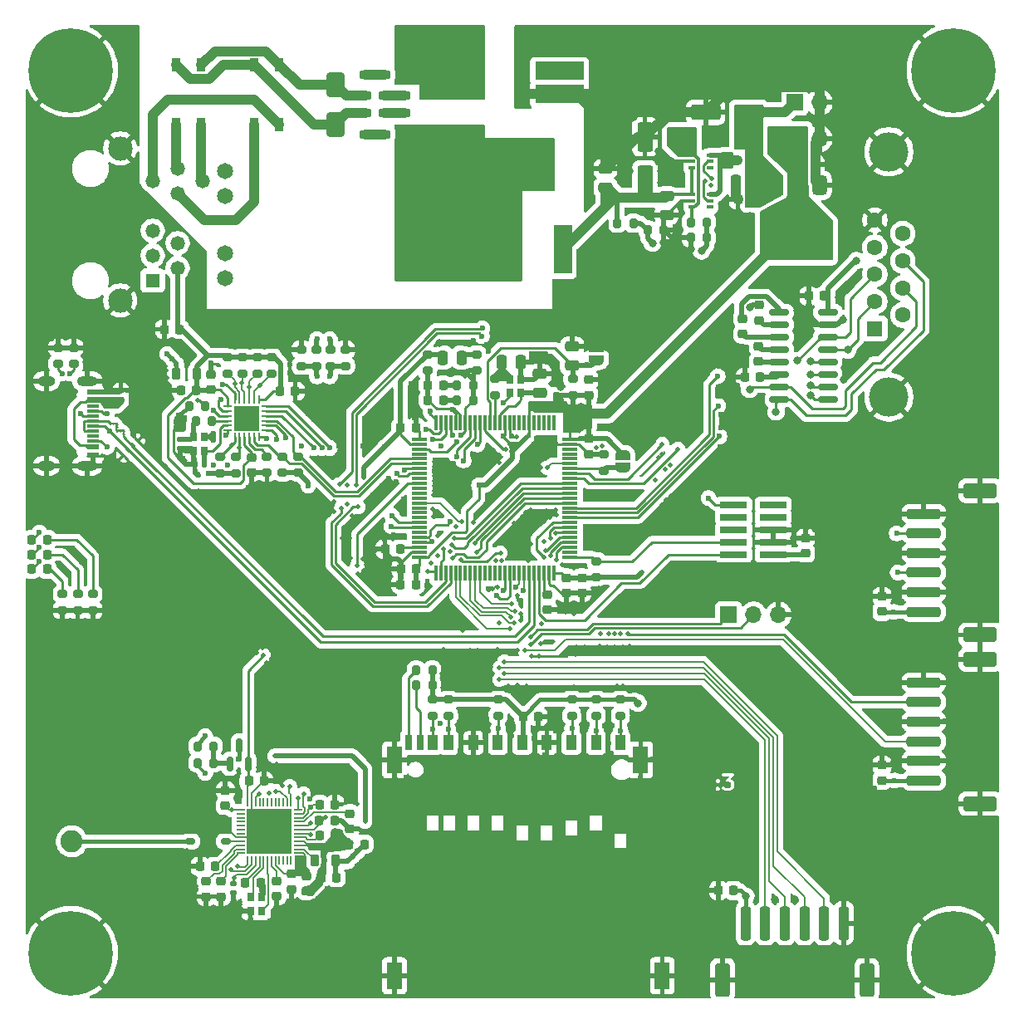
<source format=gbr>
%TF.GenerationSoftware,KiCad,Pcbnew,9.0.0-1.fc41*%
%TF.CreationDate,2025-03-05T15:22:42-08:00*%
%TF.ProjectId,hw_alpha,68775f61-6c70-4686-912e-6b696361645f,rev?*%
%TF.SameCoordinates,Original*%
%TF.FileFunction,Copper,L1,Top*%
%TF.FilePolarity,Positive*%
%FSLAX46Y46*%
G04 Gerber Fmt 4.6, Leading zero omitted, Abs format (unit mm)*
G04 Created by KiCad (PCBNEW 9.0.0-1.fc41) date 2025-03-05 15:22:42*
%MOMM*%
%LPD*%
G01*
G04 APERTURE LIST*
G04 Aperture macros list*
%AMRoundRect*
0 Rectangle with rounded corners*
0 $1 Rounding radius*
0 $2 $3 $4 $5 $6 $7 $8 $9 X,Y pos of 4 corners*
0 Add a 4 corners polygon primitive as box body*
4,1,4,$2,$3,$4,$5,$6,$7,$8,$9,$2,$3,0*
0 Add four circle primitives for the rounded corners*
1,1,$1+$1,$2,$3*
1,1,$1+$1,$4,$5*
1,1,$1+$1,$6,$7*
1,1,$1+$1,$8,$9*
0 Add four rect primitives between the rounded corners*
20,1,$1+$1,$2,$3,$4,$5,0*
20,1,$1+$1,$4,$5,$6,$7,0*
20,1,$1+$1,$6,$7,$8,$9,0*
20,1,$1+$1,$8,$9,$2,$3,0*%
%AMFreePoly0*
4,1,23,0.500000,-0.750000,0.000000,-0.750000,0.000000,-0.745722,-0.065263,-0.745722,-0.191342,-0.711940,-0.304381,-0.646677,-0.396677,-0.554381,-0.461940,-0.441342,-0.495722,-0.315263,-0.495722,-0.250000,-0.500000,-0.250000,-0.500000,0.250000,-0.495722,0.250000,-0.495722,0.315263,-0.461940,0.441342,-0.396677,0.554381,-0.304381,0.646677,-0.191342,0.711940,-0.065263,0.745722,0.000000,0.745722,
0.000000,0.750000,0.500000,0.750000,0.500000,-0.750000,0.500000,-0.750000,$1*%
%AMFreePoly1*
4,1,23,0.000000,0.745722,0.065263,0.745722,0.191342,0.711940,0.304381,0.646677,0.396677,0.554381,0.461940,0.441342,0.495722,0.315263,0.495722,0.250000,0.500000,0.250000,0.500000,-0.250000,0.495722,-0.250000,0.495722,-0.315263,0.461940,-0.441342,0.396677,-0.554381,0.304381,-0.646677,0.191342,-0.711940,0.065263,-0.745722,0.000000,-0.745722,0.000000,-0.750000,-0.500000,-0.750000,
-0.500000,0.750000,0.000000,0.750000,0.000000,0.745722,0.000000,0.745722,$1*%
G04 Aperture macros list end*
%TA.AperFunction,Conductor*%
%ADD10C,0.000000*%
%TD*%
%TA.AperFunction,Conductor*%
%ADD11C,0.200000*%
%TD*%
%ADD12C,0.300000*%
%TA.AperFunction,SMDPad,CuDef*%
%ADD13RoundRect,0.225000X0.225000X0.250000X-0.225000X0.250000X-0.225000X-0.250000X0.225000X-0.250000X0*%
%TD*%
%TA.AperFunction,ComponentPad*%
%ADD14R,1.700000X1.700000*%
%TD*%
%TA.AperFunction,ComponentPad*%
%ADD15O,1.700000X1.700000*%
%TD*%
%TA.AperFunction,SMDPad,CuDef*%
%ADD16RoundRect,0.200000X-0.200000X-0.275000X0.200000X-0.275000X0.200000X0.275000X-0.200000X0.275000X0*%
%TD*%
%TA.AperFunction,SMDPad,CuDef*%
%ADD17RoundRect,0.225000X-0.250000X0.225000X-0.250000X-0.225000X0.250000X-0.225000X0.250000X0.225000X0*%
%TD*%
%TA.AperFunction,SMDPad,CuDef*%
%ADD18RoundRect,0.050000X-0.350000X-0.050000X0.350000X-0.050000X0.350000X0.050000X-0.350000X0.050000X0*%
%TD*%
%TA.AperFunction,SMDPad,CuDef*%
%ADD19RoundRect,0.050000X-0.050000X-0.350000X0.050000X-0.350000X0.050000X0.350000X-0.050000X0.350000X0*%
%TD*%
%TA.AperFunction,HeatsinkPad*%
%ADD20C,0.500000*%
%TD*%
%TA.AperFunction,HeatsinkPad*%
%ADD21R,4.600000X4.600000*%
%TD*%
%TA.AperFunction,SMDPad,CuDef*%
%ADD22RoundRect,0.200000X0.275000X-0.200000X0.275000X0.200000X-0.275000X0.200000X-0.275000X-0.200000X0*%
%TD*%
%TA.AperFunction,SMDPad,CuDef*%
%ADD23RoundRect,0.200000X-0.275000X0.200000X-0.275000X-0.200000X0.275000X-0.200000X0.275000X0.200000X0*%
%TD*%
%TA.AperFunction,ComponentPad*%
%ADD24R,1.478000X1.478000*%
%TD*%
%TA.AperFunction,ComponentPad*%
%ADD25C,1.478000*%
%TD*%
%TA.AperFunction,ComponentPad*%
%ADD26C,1.650000*%
%TD*%
%TA.AperFunction,ComponentPad*%
%ADD27C,2.475000*%
%TD*%
%TA.AperFunction,SMDPad,CuDef*%
%ADD28R,1.830000X5.000000*%
%TD*%
%TA.AperFunction,SMDPad,CuDef*%
%ADD29R,5.000000X1.830000*%
%TD*%
%TA.AperFunction,SMDPad,CuDef*%
%ADD30RoundRect,0.225000X0.250000X-0.225000X0.250000X0.225000X-0.250000X0.225000X-0.250000X-0.225000X0*%
%TD*%
%TA.AperFunction,SMDPad,CuDef*%
%ADD31RoundRect,0.250000X0.250000X0.475000X-0.250000X0.475000X-0.250000X-0.475000X0.250000X-0.475000X0*%
%TD*%
%TA.AperFunction,SMDPad,CuDef*%
%ADD32RoundRect,0.225000X-0.225000X-0.250000X0.225000X-0.250000X0.225000X0.250000X-0.225000X0.250000X0*%
%TD*%
%TA.AperFunction,SMDPad,CuDef*%
%ADD33RoundRect,0.218750X0.381250X-0.218750X0.381250X0.218750X-0.381250X0.218750X-0.381250X-0.218750X0*%
%TD*%
%TA.AperFunction,SMDPad,CuDef*%
%ADD34RoundRect,0.075000X0.070711X-0.176777X0.176777X-0.070711X-0.070711X0.176777X-0.176777X0.070711X0*%
%TD*%
%TA.AperFunction,ComponentPad*%
%ADD35C,0.900000*%
%TD*%
%TA.AperFunction,ComponentPad*%
%ADD36C,8.600000*%
%TD*%
%TA.AperFunction,ComponentPad*%
%ADD37C,2.250000*%
%TD*%
%TA.AperFunction,SMDPad,CuDef*%
%ADD38RoundRect,0.250000X-0.250000X-0.475000X0.250000X-0.475000X0.250000X0.475000X-0.250000X0.475000X0*%
%TD*%
%TA.AperFunction,SMDPad,CuDef*%
%ADD39R,0.812800X1.435100*%
%TD*%
%TA.AperFunction,SMDPad,CuDef*%
%ADD40RoundRect,0.250000X0.550000X-1.250000X0.550000X1.250000X-0.550000X1.250000X-0.550000X-1.250000X0*%
%TD*%
%TA.AperFunction,SMDPad,CuDef*%
%ADD41RoundRect,0.147500X-0.172500X0.147500X-0.172500X-0.147500X0.172500X-0.147500X0.172500X0.147500X0*%
%TD*%
%TA.AperFunction,SMDPad,CuDef*%
%ADD42R,0.800000X0.900000*%
%TD*%
%TA.AperFunction,SMDPad,CuDef*%
%ADD43RoundRect,0.150000X0.150000X-0.587500X0.150000X0.587500X-0.150000X0.587500X-0.150000X-0.587500X0*%
%TD*%
%TA.AperFunction,SMDPad,CuDef*%
%ADD44RoundRect,0.100000X-0.225000X-0.100000X0.225000X-0.100000X0.225000X0.100000X-0.225000X0.100000X0*%
%TD*%
%TA.AperFunction,SMDPad,CuDef*%
%ADD45RoundRect,0.250000X-0.375000X-0.625000X0.375000X-0.625000X0.375000X0.625000X-0.375000X0.625000X0*%
%TD*%
%TA.AperFunction,SMDPad,CuDef*%
%ADD46RoundRect,0.218750X-0.381250X0.218750X-0.381250X-0.218750X0.381250X-0.218750X0.381250X0.218750X0*%
%TD*%
%TA.AperFunction,SMDPad,CuDef*%
%ADD47RoundRect,0.250000X-0.250000X-1.500000X0.250000X-1.500000X0.250000X1.500000X-0.250000X1.500000X0*%
%TD*%
%TA.AperFunction,SMDPad,CuDef*%
%ADD48RoundRect,0.250001X-0.499999X-1.449999X0.499999X-1.449999X0.499999X1.449999X-0.499999X1.449999X0*%
%TD*%
%TA.AperFunction,SMDPad,CuDef*%
%ADD49RoundRect,0.150000X-0.825000X-0.150000X0.825000X-0.150000X0.825000X0.150000X-0.825000X0.150000X0*%
%TD*%
%TA.AperFunction,SMDPad,CuDef*%
%ADD50R,2.770000X0.650000*%
%TD*%
%TA.AperFunction,SMDPad,CuDef*%
%ADD51RoundRect,0.075000X-0.075000X0.725000X-0.075000X-0.725000X0.075000X-0.725000X0.075000X0.725000X0*%
%TD*%
%TA.AperFunction,SMDPad,CuDef*%
%ADD52RoundRect,0.075000X-0.725000X0.075000X-0.725000X-0.075000X0.725000X-0.075000X0.725000X0.075000X0*%
%TD*%
%TA.AperFunction,SMDPad,CuDef*%
%ADD53RoundRect,0.218750X0.218750X0.256250X-0.218750X0.256250X-0.218750X-0.256250X0.218750X-0.256250X0*%
%TD*%
%TA.AperFunction,SMDPad,CuDef*%
%ADD54RoundRect,0.200000X0.200000X0.275000X-0.200000X0.275000X-0.200000X-0.275000X0.200000X-0.275000X0*%
%TD*%
%TA.AperFunction,SMDPad,CuDef*%
%ADD55RoundRect,0.140000X0.140000X0.170000X-0.140000X0.170000X-0.140000X-0.170000X0.140000X-0.170000X0*%
%TD*%
%TA.AperFunction,SMDPad,CuDef*%
%ADD56RoundRect,0.218750X-0.218750X-0.381250X0.218750X-0.381250X0.218750X0.381250X-0.218750X0.381250X0*%
%TD*%
%TA.AperFunction,SMDPad,CuDef*%
%ADD57R,1.000000X1.500000*%
%TD*%
%TA.AperFunction,SMDPad,CuDef*%
%ADD58R,0.700000X1.500000*%
%TD*%
%TA.AperFunction,SMDPad,CuDef*%
%ADD59R,1.500000X2.799990*%
%TD*%
%TA.AperFunction,SMDPad,CuDef*%
%ADD60RoundRect,0.250000X1.500000X-0.250000X1.500000X0.250000X-1.500000X0.250000X-1.500000X-0.250000X0*%
%TD*%
%TA.AperFunction,SMDPad,CuDef*%
%ADD61RoundRect,0.250001X1.449999X-0.499999X1.449999X0.499999X-1.449999X0.499999X-1.449999X-0.499999X0*%
%TD*%
%TA.AperFunction,SMDPad,CuDef*%
%ADD62RoundRect,0.250000X-0.650000X1.000000X-0.650000X-1.000000X0.650000X-1.000000X0.650000X1.000000X0*%
%TD*%
%TA.AperFunction,SMDPad,CuDef*%
%ADD63RoundRect,0.250000X1.250000X0.550000X-1.250000X0.550000X-1.250000X-0.550000X1.250000X-0.550000X0*%
%TD*%
%TA.AperFunction,SMDPad,CuDef*%
%ADD64RoundRect,0.250000X0.475000X-0.250000X0.475000X0.250000X-0.475000X0.250000X-0.475000X-0.250000X0*%
%TD*%
%TA.AperFunction,SMDPad,CuDef*%
%ADD65RoundRect,0.375000X-0.375000X0.625000X-0.375000X-0.625000X0.375000X-0.625000X0.375000X0.625000X0*%
%TD*%
%TA.AperFunction,SMDPad,CuDef*%
%ADD66RoundRect,0.500000X-1.400000X0.500000X-1.400000X-0.500000X1.400000X-0.500000X1.400000X0.500000X0*%
%TD*%
%TA.AperFunction,SMDPad,CuDef*%
%ADD67FreePoly0,90.000000*%
%TD*%
%TA.AperFunction,SMDPad,CuDef*%
%ADD68FreePoly1,90.000000*%
%TD*%
%TA.AperFunction,SMDPad,CuDef*%
%ADD69RoundRect,0.140000X-0.170000X0.140000X-0.170000X-0.140000X0.170000X-0.140000X0.170000X0.140000X0*%
%TD*%
%TA.AperFunction,SMDPad,CuDef*%
%ADD70RoundRect,0.062500X-0.375000X-0.062500X0.375000X-0.062500X0.375000X0.062500X-0.375000X0.062500X0*%
%TD*%
%TA.AperFunction,SMDPad,CuDef*%
%ADD71RoundRect,0.062500X-0.062500X-0.375000X0.062500X-0.375000X0.062500X0.375000X-0.062500X0.375000X0*%
%TD*%
%TA.AperFunction,HeatsinkPad*%
%ADD72R,2.500000X2.500000*%
%TD*%
%TA.AperFunction,SMDPad,CuDef*%
%ADD73RoundRect,0.075000X-0.070711X0.176777X-0.176777X0.070711X0.070711X-0.176777X0.176777X-0.070711X0*%
%TD*%
%TA.AperFunction,SMDPad,CuDef*%
%ADD74R,1.150000X0.600000*%
%TD*%
%TA.AperFunction,SMDPad,CuDef*%
%ADD75R,1.150000X0.300000*%
%TD*%
%TA.AperFunction,ComponentPad*%
%ADD76O,2.100000X1.000000*%
%TD*%
%TA.AperFunction,ComponentPad*%
%ADD77O,1.800000X1.000000*%
%TD*%
%TA.AperFunction,SMDPad,CuDef*%
%ADD78RoundRect,0.250000X-0.475000X0.250000X-0.475000X-0.250000X0.475000X-0.250000X0.475000X0.250000X0*%
%TD*%
%TA.AperFunction,SMDPad,CuDef*%
%ADD79RoundRect,0.152500X0.342500X0.152500X-0.342500X0.152500X-0.342500X-0.152500X0.342500X-0.152500X0*%
%TD*%
%TA.AperFunction,ComponentPad*%
%ADD80C,0.630000*%
%TD*%
%TA.AperFunction,SMDPad,CuDef*%
%ADD81RoundRect,0.247500X0.627500X0.247500X-0.627500X0.247500X-0.627500X-0.247500X0.627500X-0.247500X0*%
%TD*%
%TA.AperFunction,ComponentPad*%
%ADD82C,4.000000*%
%TD*%
%TA.AperFunction,ComponentPad*%
%ADD83R,1.600000X1.600000*%
%TD*%
%TA.AperFunction,ComponentPad*%
%ADD84C,1.600000*%
%TD*%
%TA.AperFunction,ViaPad*%
%ADD85C,0.500000*%
%TD*%
%TA.AperFunction,ViaPad*%
%ADD86C,0.800000*%
%TD*%
%TA.AperFunction,ViaPad*%
%ADD87C,0.600000*%
%TD*%
%TA.AperFunction,Conductor*%
%ADD88C,1.000000*%
%TD*%
%TA.AperFunction,Conductor*%
%ADD89C,0.318000*%
%TD*%
%TA.AperFunction,Conductor*%
%ADD90C,0.500000*%
%TD*%
%TA.AperFunction,Conductor*%
%ADD91C,0.127000*%
%TD*%
%TA.AperFunction,Conductor*%
%ADD92C,0.228600*%
%TD*%
%TA.AperFunction,Conductor*%
%ADD93C,0.250000*%
%TD*%
%TA.AperFunction,Conductor*%
%ADD94C,0.381000*%
%TD*%
G04 APERTURE END LIST*
D10*
%TA.AperFunction,Conductor*%
%TO.N,+3V3*%
G36*
X69000000Y-110100000D02*
G01*
X69000000Y-111100000D01*
X69400000Y-111450000D01*
X69400000Y-111750000D01*
X67800000Y-111750000D01*
X67800000Y-110000000D01*
X68700000Y-110000000D01*
X69000000Y-110100000D01*
G37*
%TD.AperFunction*%
%TA.AperFunction,Conductor*%
%TO.N,Net-(D7-A)*%
G36*
X50400000Y-63900000D02*
G01*
X49800000Y-64500000D01*
X48400000Y-64500000D01*
X48000000Y-63900000D01*
X46700000Y-63900000D01*
X46700000Y-63300000D01*
X50400000Y-63300000D01*
X50400000Y-63900000D01*
G37*
%TD.AperFunction*%
D11*
%TO.N,+3V3*%
X120035000Y-40475000D02*
X120125000Y-42875000D01*
X122625000Y-45375000D01*
X122625000Y-49275000D01*
X115325000Y-49275000D01*
X115325000Y-44375000D01*
X117925000Y-43075000D01*
X118125000Y-42775000D01*
X118125000Y-40475000D01*
X116125000Y-38475000D01*
X116125000Y-35775000D01*
X120035000Y-35775000D01*
X120035000Y-40475000D01*
%TA.AperFunction,Conductor*%
G36*
X120035000Y-40475000D02*
G01*
X120125000Y-42875000D01*
X122625000Y-45375000D01*
X122625000Y-49275000D01*
X115325000Y-49275000D01*
X115325000Y-44375000D01*
X117925000Y-43075000D01*
X118125000Y-42775000D01*
X118125000Y-40475000D01*
X116125000Y-38475000D01*
X116125000Y-35775000D01*
X120035000Y-35775000D01*
X120035000Y-40475000D01*
G37*
%TD.AperFunction*%
%TO.N,+5V*%
X115525000Y-38775000D02*
X117525000Y-40775000D01*
X117525000Y-42675000D01*
X115225000Y-43875000D01*
X113825000Y-43875000D01*
X113825000Y-37975000D01*
X112725000Y-37975000D01*
X112725000Y-33575000D01*
X115525000Y-33575000D01*
X115525000Y-38775000D01*
%TA.AperFunction,Conductor*%
G36*
X115525000Y-38775000D02*
G01*
X117525000Y-40775000D01*
X117525000Y-42675000D01*
X115225000Y-43875000D01*
X113825000Y-43875000D01*
X113825000Y-37975000D01*
X112725000Y-37975000D01*
X112725000Y-33575000D01*
X115525000Y-33575000D01*
X115525000Y-38775000D01*
G37*
%TD.AperFunction*%
%TO.N,Net-(D7-A)*%
X108725000Y-38775000D02*
X106925000Y-38775000D01*
X105825000Y-37675000D01*
X105825000Y-35875000D01*
X108725000Y-35875000D01*
X108725000Y-38775000D01*
%TA.AperFunction,Conductor*%
G36*
X108725000Y-38775000D02*
G01*
X106925000Y-38775000D01*
X105825000Y-37675000D01*
X105825000Y-35875000D01*
X108725000Y-35875000D01*
X108725000Y-38775000D01*
G37*
%TD.AperFunction*%
D10*
%TA.AperFunction,Conductor*%
%TO.N,GND*%
G36*
X72640137Y-107433699D02*
G01*
X72840137Y-107833699D01*
X73190137Y-108283699D01*
X73440137Y-108233699D01*
X73815137Y-108733699D01*
X73240137Y-109433699D01*
X72290137Y-109633699D01*
X71240137Y-109683699D01*
X71090137Y-110033699D01*
X71090137Y-111933699D01*
X70890137Y-112233699D01*
X70690137Y-113033699D01*
X69940137Y-113783699D01*
X69890137Y-113983699D01*
X69740137Y-114133699D01*
X68840137Y-114133699D01*
X68540137Y-114033699D01*
X68590137Y-113283699D01*
X69290137Y-113083699D01*
X69940137Y-112383699D01*
X70190137Y-111383699D01*
X70540137Y-111033699D01*
X70440137Y-109533699D01*
X69240137Y-109483699D01*
X69015137Y-108733699D01*
X71090137Y-108733699D01*
X71140137Y-108383699D01*
X71440137Y-108083699D01*
X71440137Y-107733699D01*
X71590137Y-107533699D01*
X71615137Y-107333699D01*
X71890137Y-107233699D01*
X72640137Y-107433699D01*
G37*
%TD.AperFunction*%
D12*
G36*
X112771178Y-103617495D02*
G01*
X110569297Y-103617495D01*
X110569297Y-103200138D01*
X110735964Y-103200138D01*
X110735964Y-103258664D01*
X110738190Y-103264037D01*
X110758361Y-103312735D01*
X110777016Y-103335466D01*
X110848444Y-103406894D01*
X110871174Y-103425549D01*
X110893571Y-103434825D01*
X110925246Y-103447946D01*
X110983774Y-103447946D01*
X111024341Y-103431142D01*
X111037845Y-103425549D01*
X111037849Y-103425544D01*
X111060575Y-103406895D01*
X111132004Y-103335467D01*
X111150659Y-103312736D01*
X111150660Y-103312735D01*
X111173057Y-103258663D01*
X111173057Y-103200137D01*
X111150660Y-103146065D01*
X111132005Y-103123334D01*
X111060576Y-103051905D01*
X111037845Y-103033250D01*
X111006171Y-103020130D01*
X110983774Y-103010853D01*
X110925246Y-103010853D01*
X110902849Y-103020130D01*
X110871175Y-103033250D01*
X110871174Y-103033251D01*
X110848443Y-103051906D01*
X110777015Y-103123335D01*
X110758365Y-103146060D01*
X110758361Y-103146065D01*
X110738191Y-103194762D01*
X110735964Y-103200138D01*
X110569297Y-103200138D01*
X110569297Y-102414422D01*
X110735964Y-102414422D01*
X110735964Y-102472948D01*
X110758361Y-102527020D01*
X110758365Y-102527024D01*
X110777015Y-102549750D01*
X110848443Y-102621179D01*
X110871174Y-102639834D01*
X110871175Y-102639835D01*
X110902849Y-102652954D01*
X110925246Y-102662232D01*
X110925247Y-102662232D01*
X110983772Y-102662232D01*
X110983773Y-102662232D01*
X110983774Y-102662232D01*
X111006171Y-102652954D01*
X111037845Y-102639835D01*
X111060576Y-102621180D01*
X111132005Y-102549751D01*
X111150660Y-102527020D01*
X111173057Y-102472948D01*
X111173057Y-102414422D01*
X111150660Y-102360350D01*
X111150659Y-102360349D01*
X111132004Y-102337618D01*
X111060575Y-102266190D01*
X111037849Y-102247540D01*
X111037845Y-102247536D01*
X111022008Y-102240976D01*
X110983774Y-102225139D01*
X110925246Y-102225139D01*
X110893973Y-102238093D01*
X110871174Y-102247536D01*
X110848444Y-102266191D01*
X110777016Y-102337619D01*
X110758361Y-102360350D01*
X110753429Y-102372257D01*
X110737282Y-102411241D01*
X110735964Y-102414422D01*
X110569297Y-102414422D01*
X110569297Y-101771564D01*
X111378821Y-101771564D01*
X111378821Y-101830092D01*
X111401219Y-101884164D01*
X111442603Y-101925548D01*
X111496675Y-101947946D01*
X111525939Y-101950828D01*
X112123946Y-101950828D01*
X111841624Y-102273481D01*
X111832580Y-102286131D01*
X111829791Y-102288921D01*
X111828694Y-102291566D01*
X111824523Y-102297403D01*
X111816716Y-102320484D01*
X111807393Y-102342993D01*
X111807393Y-102348052D01*
X111805772Y-102352845D01*
X111807393Y-102377154D01*
X111807393Y-102401521D01*
X111809329Y-102406196D01*
X111809666Y-102411241D01*
X111820464Y-102433076D01*
X111829791Y-102455593D01*
X111833367Y-102459169D01*
X111835610Y-102463704D01*
X111853945Y-102479747D01*
X111871175Y-102496977D01*
X111875849Y-102498913D01*
X111879657Y-102502245D01*
X111902738Y-102510051D01*
X111925247Y-102519375D01*
X111932384Y-102520077D01*
X111935099Y-102520996D01*
X111939038Y-102520733D01*
X111954511Y-102522257D01*
X112133387Y-102522257D01*
X112222800Y-102566963D01*
X112259803Y-102603967D01*
X112304511Y-102693381D01*
X112304511Y-102979703D01*
X112259803Y-103069117D01*
X112222800Y-103106121D01*
X112133387Y-103150828D01*
X111775635Y-103150828D01*
X111686221Y-103106121D01*
X111632005Y-103051905D01*
X111609274Y-103033250D01*
X111555202Y-103010853D01*
X111496676Y-103010853D01*
X111442604Y-103033250D01*
X111401218Y-103074636D01*
X111378821Y-103128708D01*
X111378821Y-103187234D01*
X111401218Y-103241306D01*
X111419873Y-103264037D01*
X111491302Y-103335466D01*
X111502806Y-103344907D01*
X111505401Y-103347899D01*
X111509910Y-103350737D01*
X111514033Y-103354121D01*
X111517694Y-103355637D01*
X111530286Y-103363564D01*
X111673144Y-103434992D01*
X111700607Y-103445502D01*
X111705982Y-103445883D01*
X111710961Y-103447946D01*
X111740225Y-103450828D01*
X112168796Y-103450828D01*
X112198060Y-103447946D01*
X112203038Y-103445883D01*
X112208414Y-103445502D01*
X112235877Y-103434992D01*
X112378736Y-103363564D01*
X112391330Y-103355635D01*
X112394990Y-103354120D01*
X112399110Y-103350738D01*
X112403621Y-103347899D01*
X112406215Y-103344907D01*
X112417721Y-103335465D01*
X112489149Y-103264036D01*
X112498587Y-103252535D01*
X112501581Y-103249939D01*
X112504421Y-103245426D01*
X112507803Y-103241306D01*
X112509318Y-103237646D01*
X112517246Y-103225053D01*
X112588675Y-103082197D01*
X112599184Y-103054733D01*
X112599565Y-103049358D01*
X112601629Y-103044378D01*
X112604511Y-103015114D01*
X112604511Y-102657971D01*
X112601629Y-102628707D01*
X112599565Y-102623726D01*
X112599184Y-102618352D01*
X112588675Y-102590888D01*
X112517246Y-102448032D01*
X112509318Y-102435438D01*
X112507803Y-102431779D01*
X112504421Y-102427658D01*
X112501581Y-102423146D01*
X112498587Y-102420549D01*
X112489149Y-102409049D01*
X112417721Y-102337620D01*
X112406215Y-102328177D01*
X112403621Y-102325186D01*
X112399110Y-102322346D01*
X112394990Y-102318965D01*
X112391330Y-102317449D01*
X112378736Y-102309521D01*
X112260463Y-102250386D01*
X112567397Y-101899604D01*
X112576440Y-101886954D01*
X112579231Y-101884164D01*
X112580326Y-101881519D01*
X112584499Y-101875683D01*
X112592304Y-101852603D01*
X112601629Y-101830092D01*
X112601629Y-101825030D01*
X112603249Y-101820240D01*
X112601629Y-101795939D01*
X112601629Y-101771564D01*
X112599692Y-101766888D01*
X112599356Y-101761844D01*
X112588557Y-101740008D01*
X112579231Y-101717492D01*
X112575654Y-101713915D01*
X112573412Y-101709381D01*
X112555076Y-101693337D01*
X112537847Y-101676108D01*
X112533172Y-101674171D01*
X112529365Y-101670840D01*
X112506289Y-101663036D01*
X112483775Y-101653710D01*
X112476633Y-101653006D01*
X112473923Y-101652090D01*
X112469988Y-101652352D01*
X112454511Y-101650828D01*
X111525939Y-101650828D01*
X111496675Y-101653710D01*
X111442603Y-101676108D01*
X111401219Y-101717492D01*
X111378821Y-101771564D01*
X110569297Y-101771564D01*
X110569297Y-101484161D01*
X112771178Y-101484161D01*
X112771178Y-103617495D01*
G37*
%TD*%
D13*
%TO.P,C26,1*%
%TO.N,+5V*%
X121775000Y-52994792D03*
%TO.P,C26,2*%
%TO.N,GND*%
X120225000Y-52994792D03*
%TD*%
D14*
%TO.P,J13,1,Pin_1*%
%TO.N,+3V3*%
X118785000Y-36975000D03*
D15*
%TO.P,J13,2,Pin_2*%
%TO.N,GND*%
X121325000Y-36975000D03*
%TD*%
D16*
%TO.P,R4,1*%
%TO.N,Net-(C5-Pad2)*%
X84350000Y-63600000D03*
%TO.P,R4,2*%
%TO.N,GND*%
X86000000Y-63600000D03*
%TD*%
D17*
%TO.P,C41,1*%
%TO.N,Net-(U3-SXLDO)*%
X58800000Y-112675000D03*
%TO.P,C41,2*%
%TO.N,GND*%
X58800000Y-114225000D03*
%TD*%
D18*
%TO.P,U3,1,OTPVDD*%
%TO.N,/WiFi/PWRIOVDD*%
X62300000Y-105400000D03*
%TO.P,U3,2,N.C.*%
%TO.N,unconnected-(U3-N.C.-Pad2)*%
X62300000Y-105800000D03*
%TO.P,U3,3,N.C.*%
%TO.N,unconnected-(U3-N.C.-Pad3)*%
X62300000Y-106200000D03*
%TO.P,U3,4,N.C.*%
%TO.N,unconnected-(U3-N.C.-Pad4)*%
X62300000Y-106600000D03*
%TO.P,U3,5,N.C.*%
%TO.N,unconnected-(U3-N.C.-Pad5)*%
X62300000Y-107000000D03*
%TO.P,U3,6,N.C.*%
%TO.N,unconnected-(U3-N.C.-Pad6)*%
X62300000Y-107400000D03*
%TO.P,U3,7,TXRF1*%
%TO.N,unconnected-(U3-TXRF1-Pad7)*%
X62300000Y-107800000D03*
%TO.P,U3,8,PAVDD1*%
%TO.N,GND*%
X62300000Y-108200000D03*
%TO.P,U3,9,TXRF0*%
%TO.N,Net-(FL1-IN)*%
X62300000Y-108600000D03*
%TO.P,U3,10,PAVDD0*%
%TO.N,Net-(U3-PAVDD0)*%
X62300000Y-109000000D03*
%TO.P,U3,11,SXLDO*%
%TO.N,Net-(U3-SXLDO)*%
X62300000Y-109400000D03*
%TO.P,U3,12,PALDO*%
%TO.N,Net-(U3-PALDO)*%
X62300000Y-109800000D03*
D19*
%TO.P,U3,13,VBAT*%
%TO.N,+3V3*%
X63050000Y-110550000D03*
%TO.P,U3,14,RFVDD*%
%TO.N,Net-(U3-RFVDD)*%
X63450000Y-110550000D03*
%TO.P,U3,15,RFBUCKVDD*%
%TO.N,/WiFi/VDD_BUCK*%
X63850000Y-110550000D03*
%TO.P,U3,16,XOLDO*%
%TO.N,Net-(U3-XOLDO)*%
X64250000Y-110550000D03*
%TO.P,U3,17,XOP*%
%TO.N,Net-(U3-XOP)*%
X64650000Y-110550000D03*
%TO.P,U3,18,XON*%
%TO.N,Net-(U3-XON)*%
X65050000Y-110550000D03*
%TO.P,U3,19,AFELDO*%
%TO.N,Net-(U3-AFELDO)*%
X65450000Y-110550000D03*
%TO.P,U3,20,AFEVBAT*%
%TO.N,+3V3*%
X65850000Y-110550000D03*
%TO.P,U3,21,N.C.*%
%TO.N,unconnected-(U3-N.C.-Pad21)*%
X66250000Y-110550000D03*
%TO.P,U3,22,N.C.*%
%TO.N,unconnected-(U3-N.C.-Pad22)*%
X66650000Y-110550000D03*
%TO.P,U3,23,N.C.*%
%TO.N,unconnected-(U3-N.C.-Pad23)*%
X67050000Y-110550000D03*
%TO.P,U3,24,N.C.*%
%TO.N,unconnected-(U3-N.C.-Pad24)*%
X67450000Y-110550000D03*
D18*
%TO.P,U3,25,BUCKVBAT*%
%TO.N,+3V3*%
X68200000Y-109800000D03*
%TO.P,U3,26,BUCKOUT*%
%TO.N,Net-(U3-BUCKOUT)*%
X68200000Y-109400000D03*
%TO.P,U3,27,BUCKVSS*%
%TO.N,GND*%
X68200000Y-109000000D03*
%TO.P,U3,28,BUCKVSS*%
X68200000Y-108600000D03*
%TO.P,U3,29,BUCKVMID*%
%TO.N,Net-(U3-BUCKVMID)*%
X68200000Y-108200000D03*
%TO.P,U3,30,BUCKEN*%
%TO.N,NRF_BUCKEN*%
X68200000Y-107800000D03*
%TO.P,U3,31,BUCKVBATS*%
%TO.N,+3V3*%
X68200000Y-107400000D03*
%TO.P,U3,32,PWRBUCKVDD*%
%TO.N,/WiFi/VDD_BUCK*%
X68200000Y-107000000D03*
%TO.P,U3,33,DIGVDD*%
%TO.N,Net-(U3-DIGVDD)*%
X68200000Y-106600000D03*
%TO.P,U3,34,PWRIOVDD*%
%TO.N,/WiFi/PWRIOVDD*%
X68200000Y-106200000D03*
%TO.P,U3,35,QSPI_CLK/SPI_CLK*%
%TO.N,SPI1_SCK*%
X68200000Y-105800000D03*
%TO.P,U3,36,QSPI_SS/SPI_SS*%
%TO.N,SPI1_CS*%
X68200000Y-105400000D03*
D19*
%TO.P,U3,37,QSPI_DATA0/SPI_MOSI*%
%TO.N,SPI1_MOSI*%
X67450000Y-104650000D03*
%TO.P,U3,38,QSPI_DATA1/SPI_MISO*%
%TO.N,SPI1_MISO*%
X67050000Y-104650000D03*
%TO.P,U3,39,QSPI_DATA2*%
%TO.N,unconnected-(U3-QSPI_DATA2-Pad39)*%
X66650000Y-104650000D03*
%TO.P,U3,40,QSPI_DATA3*%
%TO.N,unconnected-(U3-QSPI_DATA3-Pad40)*%
X66250000Y-104650000D03*
%TO.P,U3,41,COEX_STATUS0*%
%TO.N,unconnected-(U3-COEX_STATUS0-Pad41)*%
X65850000Y-104650000D03*
%TO.P,U3,42,COEX_REQ*%
%TO.N,unconnected-(U3-COEX_REQ-Pad42)*%
X65450000Y-104650000D03*
%TO.P,U3,43,COEX_GRANT*%
%TO.N,unconnected-(U3-COEX_GRANT-Pad43)*%
X65050000Y-104650000D03*
%TO.P,U3,44,SW_CTRL0*%
%TO.N,unconnected-(U3-SW_CTRL0-Pad44)*%
X64650000Y-104650000D03*
%TO.P,U3,45,SW_CTRL1*%
%TO.N,unconnected-(U3-SW_CTRL1-Pad45)*%
X64250000Y-104650000D03*
%TO.P,U3,46,HOST_IRQ*%
%TO.N,NRF_IRQ*%
X63850000Y-104650000D03*
%TO.P,U3,47,VSS*%
%TO.N,GND*%
X63450000Y-104650000D03*
%TO.P,U3,48,IOVDD*%
%TO.N,ADC1_9*%
X63050000Y-104650000D03*
D20*
%TO.P,U3,49,EP*%
%TO.N,GND*%
X63450000Y-105800000D03*
X63450000Y-107000000D03*
X63450000Y-108200000D03*
X63450000Y-109400000D03*
X64650000Y-105800000D03*
X64650000Y-107000000D03*
X64650000Y-108200000D03*
X64650000Y-109400000D03*
D21*
X65250000Y-107600000D03*
D20*
X65850000Y-105800000D03*
X65850000Y-107000000D03*
X65850000Y-108200000D03*
X65850000Y-109400000D03*
X67050000Y-105800000D03*
X67050000Y-107000000D03*
X67050000Y-108200000D03*
X67050000Y-109400000D03*
%TD*%
D22*
%TO.P,R34,1*%
%TO.N,+3V3*%
X60200000Y-71050000D03*
%TO.P,R34,2*%
%TO.N,ETH_RX_D1*%
X60200000Y-69400000D03*
%TD*%
D23*
%TO.P,R9,1*%
%TO.N,+3V3*%
X98550000Y-94150000D03*
%TO.P,R9,2*%
%TO.N,SDIO_D3*%
X98550000Y-95800000D03*
%TD*%
D24*
%TO.P,J1,1,TD+*%
%TO.N,ETH_TX+*%
X53350000Y-51430000D03*
D25*
%TO.P,J1,2,CT*%
%TO.N,ETH_CT*%
X55890000Y-50160000D03*
%TO.P,J1,3,TD-*%
%TO.N,ETH_TX-*%
X53350000Y-48890000D03*
%TO.P,J1,4,RD+*%
%TO.N,ETH_RX+*%
X55890000Y-47620000D03*
%TO.P,J1,5,RD-*%
%TO.N,ETH_RX-*%
X53350000Y-46350000D03*
%TO.P,J1,8,VC+_P8*%
%TO.N,Net-(D2-2)*%
X55890000Y-42540000D03*
%TO.P,J1,9,VC-_P9*%
%TO.N,Net-(D2-1)*%
X53350000Y-41270000D03*
%TO.P,J1,10,VC+_P10*%
%TO.N,Net-(D1-2)*%
X55890000Y-40000000D03*
%TO.P,J1,11,VC-_P11*%
%TO.N,Net-(D1-1)*%
X58430000Y-41270000D03*
D26*
%TO.P,J1,A1*%
%TO.N,Net-(J1-PadA1)*%
X60720000Y-40250000D03*
%TO.P,J1,A2*%
%TO.N,Net-(J1-PadA2)*%
X60720000Y-48640000D03*
%TO.P,J1,C1*%
%TO.N,GND*%
X60720000Y-42790000D03*
%TO.P,J1,C2*%
X60720000Y-51180000D03*
D27*
%TO.P,J1,S1,SHIELD*%
X50050000Y-37970000D03*
%TO.P,J1,S2,SHIELD__1*%
X50050000Y-53460000D03*
%TD*%
D17*
%TO.P,C43,1*%
%TO.N,Net-(U3-AFELDO)*%
X66000000Y-112625000D03*
%TO.P,C43,2*%
%TO.N,GND*%
X66000000Y-114175000D03*
%TD*%
D28*
%TO.P,U2,1,+VDC*%
%TO.N,Net-(U2-+VDC)*%
X95142500Y-48255000D03*
D29*
%TO.P,U2,2,-VDC*%
%TO.N,GND*%
X94822500Y-32405000D03*
%TO.P,U2,3,ADJ*%
%TO.N,unconnected-(U2-ADJ-Pad3)*%
X94822500Y-30065000D03*
D28*
%TO.P,U2,4,VIN+*%
%TO.N,Net-(U2-VIN+)*%
X83562500Y-30375000D03*
%TO.P,U2,5,VIN-*%
%TO.N,Net-(U2-VIN-)*%
X83562500Y-48255000D03*
%TD*%
D30*
%TO.P,C63,1*%
%TO.N,+3V3*%
X119900000Y-79225000D03*
%TO.P,C63,2*%
%TO.N,GND*%
X119900000Y-77675000D03*
%TD*%
D17*
%TO.P,C14,1*%
%TO.N,+3V3*%
X95500000Y-81725000D03*
%TO.P,C14,2*%
%TO.N,GND*%
X95500000Y-83275000D03*
%TD*%
D23*
%TO.P,R31,1*%
%TO.N,ETH_CT*%
X62500000Y-59250000D03*
%TO.P,R31,2*%
%TO.N,ETH_RX-*%
X62500000Y-60900000D03*
%TD*%
D31*
%TO.P,C47,1*%
%TO.N,+5V*%
X114675000Y-41375000D03*
%TO.P,C47,2*%
%TO.N,GND*%
X112775000Y-41375000D03*
%TD*%
D17*
%TO.P,C8,1*%
%TO.N,Net-(U4-VCAP_2)*%
X93600000Y-83425000D03*
%TO.P,C8,2*%
%TO.N,GND*%
X93600000Y-84975000D03*
%TD*%
D32*
%TO.P,C16,1*%
%TO.N,+3V3*%
X78625000Y-66400000D03*
%TO.P,C16,2*%
%TO.N,GND*%
X80175000Y-66400000D03*
%TD*%
D33*
%TO.P,FB5,1*%
%TO.N,Net-(FB3-Pad2)*%
X79000000Y-32562500D03*
%TO.P,FB5,2*%
%TO.N,Net-(U2-VIN+)*%
X79000000Y-30437500D03*
%TD*%
D34*
%TO.P,U5,1,I/O*%
%TO.N,USB_DP*%
X51352513Y-68247487D03*
%TO.P,U5,2,GND*%
%TO.N,GND*%
X51847487Y-67752513D03*
%TD*%
D13*
%TO.P,C30,1*%
%TO.N,/WiFi/VDD_BUCK*%
X74925000Y-108900000D03*
%TO.P,C30,2*%
%TO.N,GND*%
X73375000Y-108900000D03*
%TD*%
D35*
%TO.P,H2,1,1*%
%TO.N,GND*%
X41775000Y-120000000D03*
X42719581Y-117719581D03*
X42719581Y-122280419D03*
X45000000Y-116775000D03*
D36*
X45000000Y-120000000D03*
D35*
X45000000Y-123225000D03*
X47280419Y-117719581D03*
X47280419Y-122280419D03*
X48225000Y-120000000D03*
%TD*%
D37*
%TO.P,J9,1,In*%
%TO.N,Net-(FL1-OUT)*%
X45100000Y-108600000D03*
%TO.P,J9,2,Ext*%
%TO.N,GND*%
X42560000Y-111140000D03*
X47640000Y-111140000D03*
X42560000Y-106060000D03*
X47640000Y-106060000D03*
%TD*%
D23*
%TO.P,R6,1*%
%TO.N,Net-(C12-Pad2)*%
X86375000Y-58975000D03*
%TO.P,R6,2*%
%TO.N,GND*%
X86375000Y-60625000D03*
%TD*%
D22*
%TO.P,R15,1*%
%TO.N,+3V3*%
X98600000Y-81700000D03*
%TO.P,R15,2*%
%TO.N,SWDCLK*%
X98600000Y-80050000D03*
%TD*%
D35*
%TO.P,H1,1,1*%
%TO.N,GND*%
X41775000Y-30000000D03*
X42719581Y-27719581D03*
X42719581Y-32280419D03*
X45000000Y-26775000D03*
D36*
X45000000Y-30000000D03*
D35*
X45000000Y-33225000D03*
X47280419Y-27719581D03*
X47280419Y-32280419D03*
X48225000Y-30000000D03*
%TD*%
D38*
%TO.P,C12,1*%
%TO.N,+3V3*%
X82925000Y-59300000D03*
%TO.P,C12,2*%
%TO.N,Net-(C12-Pad2)*%
X84825000Y-59300000D03*
%TD*%
D39*
%TO.P,D1,1,+*%
%TO.N,Net-(D1-+)*%
X58270000Y-29458350D03*
%TO.P,D1,2,1*%
%TO.N,Net-(D1-1)*%
X58270000Y-35541650D03*
%TO.P,D1,3,-*%
%TO.N,Net-(D1--)*%
X55730000Y-29458350D03*
%TO.P,D1,4,2*%
%TO.N,Net-(D1-2)*%
X55730000Y-35541650D03*
%TD*%
D17*
%TO.P,C37,1*%
%TO.N,Net-(U3-DIGVDD)*%
X73450000Y-105775000D03*
%TO.P,C37,2*%
%TO.N,GND*%
X73450000Y-107325000D03*
%TD*%
D40*
%TO.P,C1,1*%
%TO.N,Net-(U2-+VDC)*%
X103525000Y-41175000D03*
%TO.P,C1,2*%
%TO.N,GND*%
X103525000Y-36775000D03*
%TD*%
D41*
%TO.P,D7,1,K*%
%TO.N,GND*%
X50100000Y-62630000D03*
%TO.P,D7,2,A*%
%TO.N,Net-(D7-A)*%
X50100000Y-63600000D03*
%TD*%
D42*
%TO.P,Y2,1,1*%
%TO.N,Net-(U3-XON)*%
X64450000Y-115700000D03*
%TO.P,Y2,2,2*%
%TO.N,GND*%
X64450000Y-114300000D03*
%TO.P,Y2,3,3*%
%TO.N,Net-(U3-XOP)*%
X63350000Y-114300000D03*
%TO.P,Y2,4,4*%
%TO.N,GND*%
X63350000Y-115700000D03*
%TD*%
D43*
%TO.P,Q1,1,G*%
%TO.N,Net-(Q1-G)*%
X61200000Y-100700000D03*
%TO.P,Q1,2,S*%
%TO.N,ADC1_9*%
X63100000Y-100700000D03*
%TO.P,Q1,3,D*%
%TO.N,+3V3*%
X62150000Y-98825000D03*
%TD*%
D13*
%TO.P,C56,1*%
%TO.N,ETH_CT*%
X57800000Y-62600000D03*
%TO.P,C56,2*%
%TO.N,GND*%
X56250000Y-62600000D03*
%TD*%
D44*
%TO.P,U7,1,VIN*%
%TO.N,Net-(U2-+VDC)*%
X108275000Y-42625000D03*
%TO.P,U7,2,GND*%
%TO.N,GND*%
X108275000Y-43275000D03*
%TO.P,U7,3,~{CE}*%
%TO.N,Net-(D7-A)*%
X108275000Y-43925000D03*
%TO.P,U7,4,NC*%
%TO.N,unconnected-(U7-NC-Pad4)*%
X110175000Y-43925000D03*
%TO.P,U7,5,ST*%
%TO.N,VST_POE*%
X110175000Y-43275000D03*
%TO.P,U7,6,VOUT*%
%TO.N,Net-(JP6-A)*%
X110175000Y-42625000D03*
%TD*%
D23*
%TO.P,R11,1*%
%TO.N,+3V3*%
X81850000Y-94150000D03*
%TO.P,R11,2*%
%TO.N,SDIO_D1*%
X81850000Y-95800000D03*
%TD*%
D22*
%TO.P,R37,1*%
%TO.N,ETH_LED1*%
X68500000Y-60125000D03*
%TO.P,R37,2*%
%TO.N,GND*%
X68500000Y-58475000D03*
%TD*%
D13*
%TO.P,C39,1*%
%TO.N,Net-(U3-PAVDD0)*%
X59725000Y-111150000D03*
%TO.P,C39,2*%
%TO.N,GND*%
X58175000Y-111150000D03*
%TD*%
D45*
%TO.P,F1,1*%
%TO.N,Net-(JP6-A)*%
X111925000Y-39175000D03*
%TO.P,F1,2*%
%TO.N,+5V*%
X114725000Y-39175000D03*
%TD*%
D23*
%TO.P,R36,1*%
%TO.N,Net-(U10-RXER{slash}PHYAD0)*%
X65000000Y-69375000D03*
%TO.P,R36,2*%
%TO.N,GND*%
X65000000Y-71025000D03*
%TD*%
D46*
%TO.P,FB2,1*%
%TO.N,Net-(D1--)*%
X75000000Y-34375000D03*
%TO.P,FB2,2*%
%TO.N,Net-(FB2-Pad2)*%
X75000000Y-36500000D03*
%TD*%
D32*
%TO.P,C34,1*%
%TO.N,+3V3*%
X70325000Y-106475000D03*
%TO.P,C34,2*%
%TO.N,GND*%
X71875000Y-106475000D03*
%TD*%
D22*
%TO.P,R41,1*%
%TO.N,BOOT0*%
X99300000Y-70825000D03*
%TO.P,R41,2*%
%TO.N,GND*%
X99300000Y-69175000D03*
%TD*%
D47*
%TO.P,J11,1,Pin_1*%
%TO.N,Net-(J11-Pin_1)*%
X113800000Y-116950000D03*
%TO.P,J11,2,Pin_2*%
%TO.N,UART3_TX*%
X115800000Y-116950000D03*
%TO.P,J11,3,Pin_3*%
%TO.N,UART3_RX*%
X117800000Y-116950000D03*
%TO.P,J11,4,Pin_4*%
%TO.N,UART3_RTS*%
X119800000Y-116950000D03*
%TO.P,J11,5,Pin_5*%
%TO.N,UART3_CTS*%
X121800000Y-116950000D03*
%TO.P,J11,6,Pin_6*%
%TO.N,GND*%
X123800000Y-116950000D03*
D48*
%TO.P,J11,MP,MountPin*%
X111450000Y-122700000D03*
X126150000Y-122700000D03*
%TD*%
D23*
%TO.P,R5,1*%
%TO.N,Net-(C7-Pad2)*%
X88250000Y-61475000D03*
%TO.P,R5,2*%
%TO.N,Net-(U4-PH1)*%
X88250000Y-63125000D03*
%TD*%
D49*
%TO.P,U1,1,C1+*%
%TO.N,Net-(U1-C1+)*%
X117225000Y-54649792D03*
%TO.P,U1,2,VS+*%
%TO.N,Net-(U1-VS+)*%
X117225000Y-55919792D03*
%TO.P,U1,3,C1-*%
%TO.N,Net-(U1-C1-)*%
X117225000Y-57189792D03*
%TO.P,U1,4,C2+*%
%TO.N,Net-(U1-C2+)*%
X117225000Y-58459792D03*
%TO.P,U1,5,C2-*%
%TO.N,Net-(U1-C2-)*%
X117225000Y-59729792D03*
%TO.P,U1,6,VS-*%
%TO.N,Net-(U1-VS-)*%
X117225000Y-60999792D03*
%TO.P,U1,7,T2OUT*%
%TO.N,/RS-232/RS232_RTS*%
X117225000Y-62269792D03*
%TO.P,U1,8,R2IN*%
%TO.N,/RS-232/RS232_CTS*%
X117225000Y-63539792D03*
%TO.P,U1,9,R2OUT*%
%TO.N,Net-(JP4-A)*%
X122175000Y-63539792D03*
%TO.P,U1,10,T2IN*%
%TO.N,Net-(JP2-A)*%
X122175000Y-62269792D03*
%TO.P,U1,11,T1IN*%
%TO.N,Net-(JP1-A)*%
X122175000Y-60999792D03*
%TO.P,U1,12,R1OUT*%
%TO.N,Net-(JP3-A)*%
X122175000Y-59729792D03*
%TO.P,U1,13,R1IN*%
%TO.N,/RS-232/RS232_RX*%
X122175000Y-58459792D03*
%TO.P,U1,14,T1OUT*%
%TO.N,/RS-232/RS232_TX*%
X122175000Y-57189792D03*
%TO.P,U1,15,GND*%
%TO.N,GND*%
X122175000Y-55919792D03*
%TO.P,U1,16,VCC*%
%TO.N,+5V*%
X122175000Y-54649792D03*
%TD*%
D50*
%TO.P,J4,1,Pin_1*%
%TO.N,+3V3*%
X116600000Y-79350000D03*
%TO.P,J4,2,Pin_2*%
%TO.N,SWDIO*%
X112570000Y-79350000D03*
%TO.P,J4,3,Pin_3*%
%TO.N,GND*%
X116600000Y-78080000D03*
%TO.P,J4,4,Pin_4*%
%TO.N,SWDCLK*%
X112570000Y-78080000D03*
%TO.P,J4,5,Pin_5*%
%TO.N,GND*%
X116600000Y-76810000D03*
%TO.P,J4,6,Pin_6*%
%TO.N,unconnected-(J4-Pin_6-Pad6)*%
X112570000Y-76810000D03*
%TO.P,J4,7,Pin_7*%
%TO.N,unconnected-(J4-Pin_7-Pad7)*%
X116600000Y-75540000D03*
%TO.P,J4,8,Pin_8*%
%TO.N,unconnected-(J4-Pin_8-Pad8)*%
X112570000Y-75540000D03*
%TO.P,J4,9,Pin_9*%
%TO.N,unconnected-(J4-Pin_9-Pad9)*%
X116600000Y-74270000D03*
%TO.P,J4,10,Pin_10*%
%TO.N,NRST*%
X112570000Y-74270000D03*
%TD*%
D23*
%TO.P,L1,1,1*%
%TO.N,+3V3*%
X81375000Y-58975000D03*
%TO.P,L1,2,2*%
%TO.N,+3.3VADC*%
X81375000Y-60625000D03*
%TD*%
D51*
%TO.P,U4,1,PE2*%
%TO.N,unconnected-(U4-PE2-Pad1)*%
X94225000Y-65925000D03*
%TO.P,U4,2,PE3*%
%TO.N,unconnected-(U4-PE3-Pad2)*%
X93725000Y-65925000D03*
%TO.P,U4,3,PE4*%
%TO.N,unconnected-(U4-PE4-Pad3)*%
X93225000Y-65925000D03*
%TO.P,U4,4,PE5*%
%TO.N,unconnected-(U4-PE5-Pad4)*%
X92725000Y-65925000D03*
%TO.P,U4,5,PE6*%
%TO.N,unconnected-(U4-PE6-Pad5)*%
X92225000Y-65925000D03*
%TO.P,U4,6,VBAT*%
%TO.N,+3V3*%
X91725000Y-65925000D03*
%TO.P,U4,7,PC13*%
%TO.N,unconnected-(U4-PC13-Pad7)*%
X91225000Y-65925000D03*
%TO.P,U4,8,PC14*%
%TO.N,unconnected-(U4-PC14-Pad8)*%
X90725000Y-65925000D03*
%TO.P,U4,9,PC15*%
%TO.N,unconnected-(U4-PC15-Pad9)*%
X90225000Y-65925000D03*
%TO.P,U4,10,VSS*%
%TO.N,GND*%
X89725000Y-65925000D03*
%TO.P,U4,11,VDD*%
%TO.N,+3V3*%
X89225000Y-65925000D03*
%TO.P,U4,12,PH0*%
%TO.N,Net-(U4-PH0)*%
X88725000Y-65925000D03*
%TO.P,U4,13,PH1*%
%TO.N,Net-(U4-PH1)*%
X88225000Y-65925000D03*
%TO.P,U4,14,NRST*%
%TO.N,NRST*%
X87725000Y-65925000D03*
%TO.P,U4,15,PC0*%
%TO.N,ADC1_10*%
X87225000Y-65925000D03*
%TO.P,U4,16,PC1*%
%TO.N,ETH_MDC*%
X86725000Y-65925000D03*
%TO.P,U4,17,PC2*%
%TO.N,SPI2_MISO*%
X86225000Y-65925000D03*
%TO.P,U4,18,PC3*%
%TO.N,SPI2_MOSI*%
X85725000Y-65925000D03*
%TO.P,U4,19,VSSA*%
%TO.N,GND*%
X85225000Y-65925000D03*
%TO.P,U4,20,VREF+*%
%TO.N,+3.3VADC*%
X84725000Y-65925000D03*
%TO.P,U4,21,VDDA*%
X84225000Y-65925000D03*
%TO.P,U4,22,PA0*%
%TO.N,ADC1_0*%
X83725000Y-65925000D03*
%TO.P,U4,23,PA1*%
%TO.N,ETH_REF_CLK*%
X83225000Y-65925000D03*
%TO.P,U4,24,PA2*%
%TO.N,ETH_MDIO*%
X82725000Y-65925000D03*
%TO.P,U4,25,PA3*%
%TO.N,UART2_RX*%
X82225000Y-65925000D03*
D52*
%TO.P,U4,26,VSS*%
%TO.N,GND*%
X80550000Y-67600000D03*
%TO.P,U4,27,VDD*%
%TO.N,+3V3*%
X80550000Y-68100000D03*
%TO.P,U4,28,PA4*%
%TO.N,ADC1_4*%
X80550000Y-68600000D03*
%TO.P,U4,29,PA5*%
%TO.N,unconnected-(U4-PA5-Pad29)*%
X80550000Y-69100000D03*
%TO.P,U4,30,PA6*%
%TO.N,ETH_nRST*%
X80550000Y-69600000D03*
%TO.P,U4,31,PA7*%
%TO.N,ETH_CRS_DV*%
X80550000Y-70100000D03*
%TO.P,U4,32,PC4*%
%TO.N,ETH_RX_D0*%
X80550000Y-70600000D03*
%TO.P,U4,33,PC5*%
%TO.N,ETH_RX_D1*%
X80550000Y-71100000D03*
%TO.P,U4,34,PB0*%
%TO.N,ADC1_8*%
X80550000Y-71600000D03*
%TO.P,U4,35,PB1*%
%TO.N,ADC1_9*%
X80550000Y-72100000D03*
%TO.P,U4,36,PB2*%
%TO.N,unconnected-(U4-PB2-Pad36)*%
X80550000Y-72600000D03*
%TO.P,U4,37,PE7*%
%TO.N,unconnected-(U4-PE7-Pad37)*%
X80550000Y-73100000D03*
%TO.P,U4,38,PE8*%
%TO.N,unconnected-(U4-PE8-Pad38)*%
X80550000Y-73600000D03*
%TO.P,U4,39,PE9*%
%TO.N,VIB_CS*%
X80550000Y-74100000D03*
%TO.P,U4,40,PE10*%
%TO.N,unconnected-(U4-PE10-Pad40)*%
X80550000Y-74600000D03*
%TO.P,U4,41,PE11*%
%TO.N,unconnected-(U4-PE11-Pad41)*%
X80550000Y-75100000D03*
%TO.P,U4,42,PE12*%
%TO.N,unconnected-(U4-PE12-Pad42)*%
X80550000Y-75600000D03*
%TO.P,U4,43,PE13*%
%TO.N,Net-(D5-A)*%
X80550000Y-76100000D03*
%TO.P,U4,44,PE14*%
%TO.N,Net-(D6-A)*%
X80550000Y-76600000D03*
%TO.P,U4,45,PE15*%
%TO.N,unconnected-(U4-PE15-Pad45)*%
X80550000Y-77100000D03*
%TO.P,U4,46,PB10*%
%TO.N,SPI2_SCK*%
X80550000Y-77600000D03*
%TO.P,U4,47,PB11*%
%TO.N,ETH_TX_EN*%
X80550000Y-78100000D03*
%TO.P,U4,48,VCAP_1*%
%TO.N,Net-(U4-VCAP_1)*%
X80550000Y-78600000D03*
%TO.P,U4,49,VSS*%
%TO.N,GND*%
X80550000Y-79100000D03*
%TO.P,U4,50,VDD*%
%TO.N,+3V3*%
X80550000Y-79600000D03*
D51*
%TO.P,U4,51,PB12*%
%TO.N,ETH_TX_D0*%
X82225000Y-81275000D03*
%TO.P,U4,52,PB13*%
%TO.N,ETH_TX_D1*%
X82725000Y-81275000D03*
%TO.P,U4,53,PB14*%
%TO.N,VST_POE*%
X83225000Y-81275000D03*
%TO.P,U4,54,PB15*%
%TO.N,VST_USB*%
X83725000Y-81275000D03*
%TO.P,U4,55,PD8*%
%TO.N,UART3_TX*%
X84225000Y-81275000D03*
%TO.P,U4,56,PD9*%
%TO.N,UART3_RX*%
X84725000Y-81275000D03*
%TO.P,U4,57,PD10*%
%TO.N,unconnected-(U4-PD10-Pad57)*%
X85225000Y-81275000D03*
%TO.P,U4,58,PD11*%
%TO.N,UART3_CTS*%
X85725000Y-81275000D03*
%TO.P,U4,59,PD12*%
%TO.N,UART3_RTS*%
X86225000Y-81275000D03*
%TO.P,U4,60,PD13*%
%TO.N,I2C4_SDA*%
X86725000Y-81275000D03*
%TO.P,U4,61,PD14*%
%TO.N,unconnected-(U4-PD14-Pad61)*%
X87225000Y-81275000D03*
%TO.P,U4,62,PD15*%
%TO.N,unconnected-(U4-PD15-Pad62)*%
X87725000Y-81275000D03*
%TO.P,U4,63,PC6*%
%TO.N,unconnected-(U4-PC6-Pad63)*%
X88225000Y-81275000D03*
%TO.P,U4,64,PC7*%
%TO.N,unconnected-(U4-PC7-Pad64)*%
X88725000Y-81275000D03*
%TO.P,U4,65,PC8*%
%TO.N,SDIO_D0*%
X89225000Y-81275000D03*
%TO.P,U4,66,PC9*%
%TO.N,SDIO_D1*%
X89725000Y-81275000D03*
%TO.P,U4,67,PA8*%
%TO.N,unconnected-(U4-PA8-Pad67)*%
X90225000Y-81275000D03*
%TO.P,U4,68,PA9*%
%TO.N,UART1_TX*%
X90725000Y-81275000D03*
%TO.P,U4,69,PA10*%
%TO.N,UART1_RX*%
X91225000Y-81275000D03*
%TO.P,U4,70,PA11*%
%TO.N,USB_DP*%
X91725000Y-81275000D03*
%TO.P,U4,71,PA12*%
%TO.N,USB_DN*%
X92225000Y-81275000D03*
%TO.P,U4,72,PA13*%
%TO.N,SWDIO*%
X92725000Y-81275000D03*
%TO.P,U4,73,VCAP_2*%
%TO.N,Net-(U4-VCAP_2)*%
X93225000Y-81275000D03*
%TO.P,U4,74,VSS*%
%TO.N,GND*%
X93725000Y-81275000D03*
%TO.P,U4,75,VDD*%
%TO.N,+3V3*%
X94225000Y-81275000D03*
D52*
%TO.P,U4,76,PA14*%
%TO.N,SWDCLK*%
X95900000Y-79600000D03*
%TO.P,U4,77,PA15*%
%TO.N,unconnected-(U4-PA15-Pad77)*%
X95900000Y-79100000D03*
%TO.P,U4,78,PC10*%
%TO.N,SDIO_D2*%
X95900000Y-78600000D03*
%TO.P,U4,79,PC11*%
%TO.N,SDIO_D3*%
X95900000Y-78100000D03*
%TO.P,U4,80,PC12*%
%TO.N,SDIO_CK*%
X95900000Y-77600000D03*
%TO.P,U4,81,PD0*%
%TO.N,NRF_BUCKEN*%
X95900000Y-77100000D03*
%TO.P,U4,82,PD1*%
%TO.N,NRF_IRQ*%
X95900000Y-76600000D03*
%TO.P,U4,83,PD2*%
%TO.N,SDIO_CMD*%
X95900000Y-76100000D03*
%TO.P,U4,84,PD3*%
%TO.N,UART2_CTS*%
X95900000Y-75600000D03*
%TO.P,U4,85,PD4*%
%TO.N,UART2_RTS*%
X95900000Y-75100000D03*
%TO.P,U4,86,PD5*%
%TO.N,UART2_TX*%
X95900000Y-74600000D03*
%TO.P,U4,87,PD6*%
%TO.N,NRF_IOVDD_EN*%
X95900000Y-74100000D03*
%TO.P,U4,88,PD7*%
%TO.N,SPI1_CS*%
X95900000Y-73600000D03*
%TO.P,U4,89,PB3*%
%TO.N,SPI1_SCK*%
X95900000Y-73100000D03*
%TO.P,U4,90,PB4*%
%TO.N,SPI1_MISO*%
X95900000Y-72600000D03*
%TO.P,U4,91,PB5*%
%TO.N,SPI1_MOSI*%
X95900000Y-72100000D03*
%TO.P,U4,92,PB6*%
%TO.N,I2C1_SCL*%
X95900000Y-71600000D03*
%TO.P,U4,93,PB7*%
%TO.N,I2C1_SDA*%
X95900000Y-71100000D03*
%TO.P,U4,94,BOOT0*%
%TO.N,BOOT0*%
X95900000Y-70600000D03*
%TO.P,U4,95,PB8*%
%TO.N,I2C4_SCL*%
X95900000Y-70100000D03*
%TO.P,U4,96,PB9*%
%TO.N,unconnected-(U4-PB9-Pad96)*%
X95900000Y-69600000D03*
%TO.P,U4,97,PE0*%
%TO.N,unconnected-(U4-PE0-Pad97)*%
X95900000Y-69100000D03*
%TO.P,U4,98,PE1*%
%TO.N,unconnected-(U4-PE1-Pad98)*%
X95900000Y-68600000D03*
%TO.P,U4,99,VSS*%
%TO.N,GND*%
X95900000Y-68100000D03*
%TO.P,U4,100,VDD*%
%TO.N,+3V3*%
X95900000Y-67600000D03*
%TD*%
D13*
%TO.P,C50,1*%
%TO.N,ETH_CT*%
X56075000Y-56400000D03*
%TO.P,C50,2*%
%TO.N,GND*%
X54525000Y-56400000D03*
%TD*%
D23*
%TO.P,R30,1*%
%TO.N,ETH_CT*%
X61000000Y-59250000D03*
%TO.P,R30,2*%
%TO.N,ETH_RX+*%
X61000000Y-60900000D03*
%TD*%
D17*
%TO.P,C19,1*%
%TO.N,+3V3*%
X97100000Y-81725000D03*
%TO.P,C19,2*%
%TO.N,GND*%
X97100000Y-83275000D03*
%TD*%
D42*
%TO.P,Y1,1,1*%
%TO.N,Net-(C7-Pad2)*%
X89800000Y-61500000D03*
%TO.P,Y1,2,2*%
%TO.N,GND*%
X89800000Y-62900000D03*
%TO.P,Y1,3,3*%
%TO.N,Net-(U4-PH0)*%
X90900000Y-62900000D03*
%TO.P,Y1,4,4*%
%TO.N,GND*%
X90900000Y-61500000D03*
%TD*%
D32*
%TO.P,C51,1*%
%TO.N,ETH_CT*%
X66325000Y-62700000D03*
%TO.P,C51,2*%
%TO.N,GND*%
X67875000Y-62700000D03*
%TD*%
D23*
%TO.P,R17,1*%
%TO.N,Net-(D5-K)*%
X45700000Y-83375000D03*
%TO.P,R17,2*%
%TO.N,GND*%
X45700000Y-85025000D03*
%TD*%
D53*
%TO.P,D5,1,K*%
%TO.N,Net-(D5-K)*%
X42575000Y-79350000D03*
%TO.P,D5,2,A*%
%TO.N,Net-(D5-A)*%
X41000000Y-79350000D03*
%TD*%
D16*
%TO.P,R24,1*%
%TO.N,Net-(U2-+VDC)*%
X100700000Y-45575000D03*
%TO.P,R24,2*%
%TO.N,ADC1_4*%
X102350000Y-45575000D03*
%TD*%
D53*
%TO.P,D4,1,K*%
%TO.N,Net-(D4-K)*%
X42575000Y-77850000D03*
%TO.P,D4,2,A*%
%TO.N,+3V3*%
X41000000Y-77850000D03*
%TD*%
D54*
%TO.P,R32,1*%
%TO.N,Net-(U10-RBIAS)*%
X58700000Y-64200000D03*
%TO.P,R32,2*%
%TO.N,GND*%
X57050000Y-64200000D03*
%TD*%
%TO.P,R13,1*%
%TO.N,+3V3*%
X81850000Y-92700000D03*
%TO.P,R13,2*%
%TO.N,Net-(J2-CARD_DETECT)*%
X80200000Y-92700000D03*
%TD*%
D55*
%TO.P,C57,1*%
%TO.N,Net-(U10-XTAL1{slash}CLKIN)*%
X58600000Y-70162500D03*
%TO.P,C57,2*%
%TO.N,GND*%
X57640000Y-70162500D03*
%TD*%
D32*
%TO.P,C4,1*%
%TO.N,+3.3VADC*%
X81400000Y-62100000D03*
%TO.P,C4,2*%
%TO.N,Net-(C4-Pad2)*%
X82950000Y-62100000D03*
%TD*%
D23*
%TO.P,R12,1*%
%TO.N,+3V3*%
X83500000Y-94150000D03*
%TO.P,R12,2*%
%TO.N,SDIO_D0*%
X83500000Y-95800000D03*
%TD*%
D56*
%TO.P,L2,1,1*%
%TO.N,Net-(U3-BUCKOUT)*%
X69837500Y-110500000D03*
%TO.P,L2,2,2*%
%TO.N,/WiFi/VDD_BUCK*%
X71962500Y-110500000D03*
%TD*%
D30*
%TO.P,C52,1*%
%TO.N,ETH_CT*%
X59300000Y-62575000D03*
%TO.P,C52,2*%
%TO.N,GND*%
X59300000Y-61025000D03*
%TD*%
D23*
%TO.P,R10,1*%
%TO.N,+3V3*%
X101050000Y-94150000D03*
%TO.P,R10,2*%
%TO.N,SDIO_D2*%
X101050000Y-95800000D03*
%TD*%
D57*
%TO.P,J2,1,CD/DAT3*%
%TO.N,SDIO_D3*%
X98530000Y-98550000D03*
%TO.P,J2,2,CMD*%
%TO.N,SDIO_CMD*%
X96030000Y-98550000D03*
%TO.P,J2,3,VSS*%
%TO.N,GND*%
X93530000Y-98550000D03*
%TO.P,J2,4,VDD*%
%TO.N,+3V3*%
X91030000Y-98550000D03*
%TO.P,J2,5,CLK*%
%TO.N,SDIO_CK*%
X88530000Y-98550000D03*
%TO.P,J2,6,VSS*%
%TO.N,GND*%
X86030000Y-98550000D03*
%TO.P,J2,7,DAT0*%
%TO.N,SDIO_D0*%
X83530000Y-98550000D03*
%TO.P,J2,8,DAT1*%
%TO.N,SDIO_D1*%
X81899990Y-98550000D03*
%TO.P,J2,9,DAT2*%
%TO.N,SDIO_D2*%
X101030000Y-98550000D03*
D58*
%TO.P,J2,10,CARD_DETECT*%
%TO.N,Net-(J2-CARD_DETECT)*%
X80600000Y-98550000D03*
%TO.P,J2,11,WRITE_PROTECT*%
%TO.N,Net-(J2-WRITE_PROTECT)*%
X79400000Y-98550000D03*
D59*
%TO.P,J2,12,SHELL1*%
%TO.N,GND*%
X78000000Y-100299840D03*
X103100000Y-100299840D03*
%TO.P,J2,13,SHELL2*%
X78000000Y-122300000D03*
X105300000Y-122300000D03*
%TD*%
D30*
%TO.P,C61,1*%
%TO.N,+3V3*%
X127700000Y-85175000D03*
%TO.P,C61,2*%
%TO.N,GND*%
X127700000Y-83625000D03*
%TD*%
D32*
%TO.P,C42,1*%
%TO.N,Net-(U3-XOLDO)*%
X62775000Y-112800000D03*
%TO.P,C42,2*%
%TO.N,GND*%
X64325000Y-112800000D03*
%TD*%
D30*
%TO.P,C44,1*%
%TO.N,/WiFi/PWRIOVDD*%
X60750000Y-104975000D03*
%TO.P,C44,2*%
%TO.N,GND*%
X60750000Y-103425000D03*
%TD*%
D35*
%TO.P,H4,1,1*%
%TO.N,GND*%
X131775000Y-120000000D03*
X132719581Y-117719581D03*
X132719581Y-122280419D03*
X135000000Y-116775000D03*
D36*
X135000000Y-120000000D03*
D35*
X135000000Y-123225000D03*
X137280419Y-117719581D03*
X137280419Y-122280419D03*
X138225000Y-120000000D03*
%TD*%
D23*
%TO.P,R28,1*%
%TO.N,ETH_CT*%
X64000000Y-59250000D03*
%TO.P,R28,2*%
%TO.N,ETH_TX+*%
X64000000Y-60900000D03*
%TD*%
D60*
%TO.P,J6,1,Pin_1*%
%TO.N,+3V3*%
X131950000Y-102400000D03*
%TO.P,J6,2,Pin_2*%
%TO.N,GND*%
X131950000Y-100400000D03*
%TO.P,J6,3,Pin_3*%
%TO.N,I2C4_SDA*%
X131950000Y-98400000D03*
%TO.P,J6,4,Pin_4*%
%TO.N,GND*%
X131950000Y-96400000D03*
%TO.P,J6,5,Pin_5*%
%TO.N,I2C4_SCL*%
X131950000Y-94400000D03*
%TO.P,J6,6,Pin_6*%
%TO.N,GND*%
X131950000Y-92400000D03*
D61*
%TO.P,J6,MP,MountPin*%
X137700000Y-104750000D03*
X137700000Y-90050000D03*
%TD*%
D13*
%TO.P,C9,1*%
%TO.N,Net-(U4-VCAP_1)*%
X78575000Y-78800000D03*
%TO.P,C9,2*%
%TO.N,GND*%
X77025000Y-78800000D03*
%TD*%
D22*
%TO.P,R35,1*%
%TO.N,+3V3*%
X66600000Y-71025000D03*
%TO.P,R35,2*%
%TO.N,ETH_CRS_DV*%
X66600000Y-69375000D03*
%TD*%
%TO.P,R19,1*%
%TO.N,Net-(J7-CC2)*%
X43700000Y-59925000D03*
%TO.P,R19,2*%
%TO.N,GND*%
X43700000Y-58275000D03*
%TD*%
D17*
%TO.P,C23,1*%
%TO.N,Net-(U1-C2+)*%
X115100000Y-58144792D03*
%TO.P,C23,2*%
%TO.N,Net-(U1-C2-)*%
X115100000Y-59694792D03*
%TD*%
D22*
%TO.P,R33,1*%
%TO.N,+3V3*%
X61800000Y-71050000D03*
%TO.P,R33,2*%
%TO.N,ETH_RX_D0*%
X61800000Y-69400000D03*
%TD*%
D62*
%TO.P,D3,1,K*%
%TO.N,Net-(D1-+)*%
X72000000Y-31500000D03*
%TO.P,D3,2,A*%
%TO.N,Net-(D1--)*%
X72000000Y-35500000D03*
%TD*%
D32*
%TO.P,C36,1*%
%TO.N,/WiFi/PWRIOVDD*%
X70375000Y-104850000D03*
%TO.P,C36,2*%
%TO.N,GND*%
X71925000Y-104850000D03*
%TD*%
D13*
%TO.P,C29,1*%
%TO.N,/WiFi/VDD_BUCK*%
X72075000Y-112300000D03*
%TO.P,C29,2*%
%TO.N,GND*%
X70525000Y-112300000D03*
%TD*%
D33*
%TO.P,FB4,1*%
%TO.N,Net-(FB2-Pad2)*%
X77000000Y-36500000D03*
%TO.P,FB4,2*%
%TO.N,Net-(FB4-Pad2)*%
X77000000Y-34375000D03*
%TD*%
D42*
%TO.P,Y3,1,1*%
%TO.N,Net-(C58-Pad1)*%
X57520000Y-67362500D03*
%TO.P,Y3,2,2*%
%TO.N,GND*%
X57520000Y-68762500D03*
%TO.P,Y3,3,3*%
%TO.N,Net-(U10-XTAL1{slash}CLKIN)*%
X58620000Y-68762500D03*
%TO.P,Y3,4,4*%
%TO.N,GND*%
X58620000Y-67362500D03*
%TD*%
D63*
%TO.P,C46,1*%
%TO.N,+5V*%
X114125000Y-34275000D03*
%TO.P,C46,2*%
%TO.N,GND*%
X109725000Y-34275000D03*
%TD*%
D32*
%TO.P,C45,1*%
%TO.N,ADC1_9*%
X63150000Y-102450000D03*
%TO.P,C45,2*%
%TO.N,GND*%
X64700000Y-102450000D03*
%TD*%
%TO.P,C21,1*%
%TO.N,+3V3*%
X91100000Y-95900000D03*
%TO.P,C21,2*%
%TO.N,GND*%
X92650000Y-95900000D03*
%TD*%
D16*
%TO.P,R3,1*%
%TO.N,Net-(C4-Pad2)*%
X84375000Y-62100000D03*
%TO.P,R3,2*%
%TO.N,GND*%
X86025000Y-62100000D03*
%TD*%
%TO.P,R40,1*%
%TO.N,Net-(C58-Pad1)*%
X57725000Y-65762500D03*
%TO.P,R40,2*%
%TO.N,Net-(U10-XTAL2)*%
X59375000Y-65762500D03*
%TD*%
D64*
%TO.P,C2,1*%
%TO.N,Net-(U2-+VDC)*%
X99500000Y-41950000D03*
%TO.P,C2,2*%
%TO.N,GND*%
X99500000Y-40050000D03*
%TD*%
D30*
%TO.P,C20,1*%
%TO.N,+3V3*%
X97800000Y-63100000D03*
%TO.P,C20,2*%
%TO.N,GND*%
X97800000Y-61550000D03*
%TD*%
D65*
%TO.P,U9,1,GND*%
%TO.N,GND*%
X121325000Y-41725000D03*
%TO.P,U9,2,VO*%
%TO.N,+3V3*%
X119025000Y-41725000D03*
D66*
X119025000Y-48025000D03*
D65*
%TO.P,U9,3,VI*%
%TO.N,+5V*%
X116725000Y-41725000D03*
%TD*%
D13*
%TO.P,C48,1*%
%TO.N,+5V*%
X114575000Y-43175000D03*
%TO.P,C48,2*%
%TO.N,GND*%
X113025000Y-43175000D03*
%TD*%
D17*
%TO.P,C22,1*%
%TO.N,Net-(U1-C1+)*%
X113500000Y-55344792D03*
%TO.P,C22,2*%
%TO.N,Net-(U1-C1-)*%
X113500000Y-56894792D03*
%TD*%
D13*
%TO.P,C18,1*%
%TO.N,+3V3*%
X80175000Y-82400000D03*
%TO.P,C18,2*%
%TO.N,GND*%
X78625000Y-82400000D03*
%TD*%
D56*
%TO.P,FB7,1*%
%TO.N,+3V3*%
X55725000Y-60900000D03*
%TO.P,FB7,2*%
%TO.N,ETH_CT*%
X57850000Y-60900000D03*
%TD*%
D31*
%TO.P,C7,1*%
%TO.N,GND*%
X90850000Y-59700000D03*
%TO.P,C7,2*%
%TO.N,Net-(C7-Pad2)*%
X88950000Y-59700000D03*
%TD*%
D46*
%TO.P,FB3,1*%
%TO.N,Net-(FB1-Pad2)*%
X77000000Y-30437500D03*
%TO.P,FB3,2*%
%TO.N,Net-(FB3-Pad2)*%
X77000000Y-32562500D03*
%TD*%
D67*
%TO.P,SW2,1,A*%
%TO.N,BOOT0*%
X101300000Y-70500000D03*
D68*
%TO.P,SW2,2,B*%
%TO.N,+3V3*%
X101300000Y-69200000D03*
%TD*%
D69*
%TO.P,C58,1*%
%TO.N,Net-(C58-Pad1)*%
X56120000Y-67602500D03*
%TO.P,C58,2*%
%TO.N,GND*%
X56120000Y-68562500D03*
%TD*%
D23*
%TO.P,R16,1*%
%TO.N,Net-(D6-K)*%
X44150000Y-83375000D03*
%TO.P,R16,2*%
%TO.N,GND*%
X44150000Y-85025000D03*
%TD*%
D16*
%TO.P,R26,1*%
%TO.N,Net-(D7-A)*%
X108200000Y-45475000D03*
%TO.P,R26,2*%
%TO.N,ADC1_0*%
X109850000Y-45475000D03*
%TD*%
D70*
%TO.P,U10,1,VDD2A*%
%TO.N,ETH_CT*%
X61012500Y-64212500D03*
%TO.P,U10,2,LED2/~{INTSEL}*%
%TO.N,ETH_LED2*%
X61012500Y-64712500D03*
%TO.P,U10,3,LED1/REGOFF*%
%TO.N,ETH_LED1*%
X61012500Y-65212500D03*
%TO.P,U10,4,XTAL2*%
%TO.N,Net-(U10-XTAL2)*%
X61012500Y-65712500D03*
%TO.P,U10,5,XTAL1/CLKIN*%
%TO.N,Net-(U10-XTAL1{slash}CLKIN)*%
X61012500Y-66212500D03*
%TO.P,U10,6,VDDCR*%
%TO.N,Net-(U10-VDDCR)*%
X61012500Y-66712500D03*
D71*
%TO.P,U10,7,RXD1/MODE1*%
%TO.N,ETH_RX_D1*%
X61700000Y-67400000D03*
%TO.P,U10,8,RXD0/MODE0*%
%TO.N,ETH_RX_D0*%
X62200000Y-67400000D03*
%TO.P,U10,9,VDDIO*%
%TO.N,ETH_CT*%
X62700000Y-67400000D03*
%TO.P,U10,10,RXER/PHYAD0*%
%TO.N,Net-(U10-RXER{slash}PHYAD0)*%
X63200000Y-67400000D03*
%TO.P,U10,11,CRS_DV/MODE2*%
%TO.N,ETH_CRS_DV*%
X63700000Y-67400000D03*
%TO.P,U10,12,MDIO*%
%TO.N,ETH_MDIO*%
X64200000Y-67400000D03*
D70*
%TO.P,U10,13,MDC*%
%TO.N,ETH_MDC*%
X64887500Y-66712500D03*
%TO.P,U10,14,~{INT}/REFCLKO*%
%TO.N,ETH_REF_CLK*%
X64887500Y-66212500D03*
%TO.P,U10,15,~{RST}*%
%TO.N,ETH_nRST*%
X64887500Y-65712500D03*
%TO.P,U10,16,TXEN*%
%TO.N,ETH_TX_EN*%
X64887500Y-65212500D03*
%TO.P,U10,17,TXD0*%
%TO.N,ETH_TX_D0*%
X64887500Y-64712500D03*
%TO.P,U10,18,TXD1*%
%TO.N,ETH_TX_D1*%
X64887500Y-64212500D03*
D71*
%TO.P,U10,19,VDD1A*%
%TO.N,ETH_CT*%
X64200000Y-63525000D03*
%TO.P,U10,20,TXN*%
%TO.N,ETH_TX-*%
X63700000Y-63525000D03*
%TO.P,U10,21,TXP*%
%TO.N,ETH_TX+*%
X63200000Y-63525000D03*
%TO.P,U10,22,RXN*%
%TO.N,ETH_RX-*%
X62700000Y-63525000D03*
%TO.P,U10,23,RXP*%
%TO.N,ETH_RX+*%
X62200000Y-63525000D03*
%TO.P,U10,24,RBIAS*%
%TO.N,Net-(U10-RBIAS)*%
X61700000Y-63525000D03*
D20*
%TO.P,U10,25,VSS*%
%TO.N,GND*%
X61950000Y-64462500D03*
X61950000Y-65462500D03*
X61950000Y-66462500D03*
X62950000Y-64462500D03*
X62950000Y-65462500D03*
D72*
X62950000Y-65462500D03*
D20*
X62950000Y-66462500D03*
X63950000Y-64462500D03*
X63950000Y-65462500D03*
X63950000Y-66462500D03*
%TD*%
D30*
%TO.P,C25,1*%
%TO.N,Net-(U1-VS+)*%
X115200000Y-55469792D03*
%TO.P,C25,2*%
%TO.N,GND*%
X115200000Y-53919792D03*
%TD*%
D67*
%TO.P,SW1,1,A*%
%TO.N,NRST*%
X98600000Y-59550000D03*
D68*
%TO.P,SW1,2,B*%
%TO.N,GND*%
X98600000Y-58250000D03*
%TD*%
D33*
%TO.P,FB1,1*%
%TO.N,Net-(D1-+)*%
X75000000Y-32562500D03*
%TO.P,FB1,2*%
%TO.N,Net-(FB1-Pad2)*%
X75000000Y-30437500D03*
%TD*%
D22*
%TO.P,R39,1*%
%TO.N,+3V3*%
X68200000Y-71025000D03*
%TO.P,R39,2*%
%TO.N,ETH_nRST*%
X68200000Y-69375000D03*
%TD*%
D73*
%TO.P,U6,1,I/O*%
%TO.N,USB_DN*%
X50847487Y-68752513D03*
%TO.P,U6,2,GND*%
%TO.N,GND*%
X50352513Y-69247487D03*
%TD*%
D74*
%TO.P,J7,A1,GND*%
%TO.N,GND*%
X47255000Y-62800000D03*
%TO.P,J7,A4,VBUS*%
%TO.N,Net-(D7-A)*%
X47255000Y-63600000D03*
D75*
%TO.P,J7,A5,CC1*%
%TO.N,Net-(J7-CC1)*%
X47255000Y-64750000D03*
%TO.P,J7,A6,D+*%
%TO.N,USB_DP*%
X47255000Y-65750000D03*
%TO.P,J7,A7,D-*%
%TO.N,USB_DN*%
X47255000Y-66250000D03*
%TO.P,J7,A8,SBU1*%
%TO.N,unconnected-(J7-SBU1-PadA8)*%
X47255000Y-67250000D03*
D74*
%TO.P,J7,A9,VBUS*%
%TO.N,Net-(D7-A)*%
X47255000Y-68400000D03*
%TO.P,J7,A12,GND*%
%TO.N,GND*%
X47255000Y-69200000D03*
%TO.P,J7,B1,GND*%
X47255000Y-69200000D03*
%TO.P,J7,B4,VBUS*%
%TO.N,Net-(D7-A)*%
X47255000Y-68400000D03*
D75*
%TO.P,J7,B5,CC2*%
%TO.N,Net-(J7-CC2)*%
X47255000Y-67750000D03*
%TO.P,J7,B6,D+*%
%TO.N,USB_DP*%
X47255000Y-66750000D03*
%TO.P,J7,B7,D-*%
%TO.N,USB_DN*%
X47255000Y-65250000D03*
%TO.P,J7,B8,SBU2*%
%TO.N,unconnected-(J7-SBU2-PadB8)*%
X47255000Y-64250000D03*
D74*
%TO.P,J7,B9,VBUS*%
%TO.N,Net-(D7-A)*%
X47255000Y-63600000D03*
%TO.P,J7,B12,GND*%
%TO.N,GND*%
X47255000Y-62800000D03*
D76*
%TO.P,J7,S1,SHIELD*%
X46680000Y-61680000D03*
D77*
X42500000Y-61680000D03*
D76*
X46680000Y-70320000D03*
D77*
X42500000Y-70320000D03*
%TD*%
D13*
%TO.P,C62,1*%
%TO.N,Net-(J11-Pin_1)*%
X112575000Y-113600000D03*
%TO.P,C62,2*%
%TO.N,GND*%
X111025000Y-113600000D03*
%TD*%
D23*
%TO.P,R2,1*%
%TO.N,Net-(J1-PadA2)*%
X71500000Y-58475000D03*
%TO.P,R2,2*%
%TO.N,ETH_LED2*%
X71500000Y-60125000D03*
%TD*%
%TO.P,R8,1*%
%TO.N,+3V3*%
X88550000Y-94150000D03*
%TO.P,R8,2*%
%TO.N,SDIO_CK*%
X88550000Y-95800000D03*
%TD*%
%TO.P,R29,1*%
%TO.N,ETH_CT*%
X65500000Y-59250000D03*
%TO.P,R29,2*%
%TO.N,ETH_TX-*%
X65500000Y-60900000D03*
%TD*%
D30*
%TO.P,C60,1*%
%TO.N,+3V3*%
X127700000Y-102375000D03*
%TO.P,C60,2*%
%TO.N,GND*%
X127700000Y-100825000D03*
%TD*%
D78*
%TO.P,C3,1*%
%TO.N,Net-(U2-+VDC)*%
X105725000Y-42825000D03*
%TO.P,C3,2*%
%TO.N,GND*%
X105725000Y-44725000D03*
%TD*%
D32*
%TO.P,C35,1*%
%TO.N,Net-(U3-BUCKVMID)*%
X70375000Y-108000000D03*
%TO.P,C35,2*%
%TO.N,GND*%
X71925000Y-108000000D03*
%TD*%
D53*
%TO.P,D6,1,K*%
%TO.N,Net-(D6-K)*%
X42575000Y-80850000D03*
%TO.P,D6,2,A*%
%TO.N,Net-(D6-A)*%
X41000000Y-80850000D03*
%TD*%
D44*
%TO.P,U8,1,VIN*%
%TO.N,Net-(D7-A)*%
X108275000Y-38625000D03*
%TO.P,U8,2,GND*%
%TO.N,GND*%
X108275000Y-39275000D03*
%TO.P,U8,3,~{CE}*%
%TO.N,Net-(U2-+VDC)*%
X108275000Y-39925000D03*
%TO.P,U8,4,NC*%
%TO.N,unconnected-(U8-NC-Pad4)*%
X110175000Y-39925000D03*
%TO.P,U8,5,ST*%
%TO.N,VST_USB*%
X110175000Y-39275000D03*
%TO.P,U8,6,VOUT*%
%TO.N,Net-(JP6-A)*%
X110175000Y-38625000D03*
%TD*%
D32*
%TO.P,C49,1*%
%TO.N,+3V3*%
X119375000Y-39575000D03*
%TO.P,C49,2*%
%TO.N,GND*%
X120925000Y-39575000D03*
%TD*%
D17*
%TO.P,C38,1*%
%TO.N,Net-(U3-PALDO)*%
X60300000Y-112675000D03*
%TO.P,C38,2*%
%TO.N,GND*%
X60300000Y-114225000D03*
%TD*%
D13*
%TO.P,C24,1*%
%TO.N,Net-(U1-VS-)*%
X115275000Y-61294792D03*
%TO.P,C24,2*%
%TO.N,GND*%
X113725000Y-61294792D03*
%TD*%
D22*
%TO.P,R38,1*%
%TO.N,ETH_LED2*%
X73000000Y-60125000D03*
%TO.P,R38,2*%
%TO.N,GND*%
X73000000Y-58475000D03*
%TD*%
D16*
%TO.P,R22,1*%
%TO.N,+5V*%
X57900000Y-98900000D03*
%TO.P,R22,2*%
%TO.N,Net-(Q1-G)*%
X59550000Y-98900000D03*
%TD*%
D14*
%TO.P,J3,1,Pin_1*%
%TO.N,+5V*%
X118785000Y-33275000D03*
D15*
%TO.P,J3,2,Pin_2*%
%TO.N,GND*%
X121325000Y-33275000D03*
%TD*%
D23*
%TO.P,R18,1*%
%TO.N,Net-(D4-K)*%
X47250000Y-83375000D03*
%TO.P,R18,2*%
%TO.N,GND*%
X47250000Y-85025000D03*
%TD*%
%TO.P,R7,1*%
%TO.N,+3V3*%
X96100000Y-94150000D03*
%TO.P,R7,2*%
%TO.N,SDIO_CMD*%
X96100000Y-95800000D03*
%TD*%
D17*
%TO.P,C17,1*%
%TO.N,+3V3*%
X97800000Y-67550000D03*
%TO.P,C17,2*%
%TO.N,GND*%
X97800000Y-69100000D03*
%TD*%
D16*
%TO.P,R23,1*%
%TO.N,NRF_IOVDD_EN*%
X57900000Y-100600000D03*
%TO.P,R23,2*%
%TO.N,Net-(Q1-G)*%
X59550000Y-100600000D03*
%TD*%
D39*
%TO.P,D2,1,+*%
%TO.N,Net-(D1-+)*%
X66270000Y-29458350D03*
%TO.P,D2,2,1*%
%TO.N,Net-(D2-1)*%
X66270000Y-35541650D03*
%TO.P,D2,3,-*%
%TO.N,Net-(D1--)*%
X63730000Y-29458350D03*
%TO.P,D2,4,2*%
%TO.N,Net-(D2-2)*%
X63730000Y-35541650D03*
%TD*%
D64*
%TO.P,C27,1*%
%TO.N,NRST*%
X96100000Y-60050000D03*
%TO.P,C27,2*%
%TO.N,GND*%
X96100000Y-58150000D03*
%TD*%
D79*
%TO.P,FL1,1,IN*%
%TO.N,Net-(FL1-IN)*%
X60800000Y-108600000D03*
D80*
%TO.P,FL1,2,GND*%
%TO.N,GND*%
X59545000Y-107405000D03*
D81*
X58985000Y-107585000D03*
D80*
X58425000Y-107405000D03*
D79*
%TO.P,FL1,3,OUT*%
%TO.N,Net-(FL1-OUT)*%
X57170000Y-108600000D03*
D80*
%TO.P,FL1,4,GND*%
%TO.N,GND*%
X59545000Y-109795000D03*
D81*
X58985000Y-109615000D03*
D80*
X58425000Y-109795000D03*
%TD*%
D13*
%TO.P,C13,1*%
%TO.N,+3V3*%
X80200000Y-80800000D03*
%TO.P,C13,2*%
%TO.N,GND*%
X78650000Y-80800000D03*
%TD*%
D54*
%TO.P,R27,1*%
%TO.N,ADC1_0*%
X109850000Y-47075000D03*
%TO.P,R27,2*%
%TO.N,GND*%
X108200000Y-47075000D03*
%TD*%
D78*
%TO.P,C6,1*%
%TO.N,GND*%
X92800000Y-60950000D03*
%TO.P,C6,2*%
%TO.N,Net-(U4-PH0)*%
X92800000Y-62850000D03*
%TD*%
D17*
%TO.P,C28,1*%
%TO.N,+3V3*%
X69000000Y-112125000D03*
%TO.P,C28,2*%
%TO.N,GND*%
X69000000Y-113675000D03*
%TD*%
D14*
%TO.P,J12,1,Pin_1*%
%TO.N,UART1_TX*%
X112060000Y-85500000D03*
D15*
%TO.P,J12,2,Pin_2*%
%TO.N,UART1_RX*%
X114600000Y-85500000D03*
%TO.P,J12,3,Pin_3*%
%TO.N,GND*%
X117140000Y-85500000D03*
%TD*%
D22*
%TO.P,R20,1*%
%TO.N,Net-(J7-CC1)*%
X45300000Y-59925000D03*
%TO.P,R20,2*%
%TO.N,GND*%
X45300000Y-58275000D03*
%TD*%
D35*
%TO.P,H3,1,1*%
%TO.N,GND*%
X131775000Y-30000000D03*
X132719581Y-27719581D03*
X132719581Y-32280419D03*
X135000000Y-26775000D03*
D36*
X135000000Y-30000000D03*
D35*
X135000000Y-33225000D03*
X137280419Y-27719581D03*
X137280419Y-32280419D03*
X138225000Y-30000000D03*
%TD*%
D46*
%TO.P,FB6,1*%
%TO.N,Net-(FB4-Pad2)*%
X79000000Y-34375000D03*
%TO.P,FB6,2*%
%TO.N,Net-(U2-VIN-)*%
X79000000Y-36500000D03*
%TD*%
D82*
%TO.P,J8,0,PAD*%
%TO.N,GND*%
X128394669Y-63294792D03*
X128394669Y-38294792D03*
D83*
%TO.P,J8,1,1*%
%TO.N,unconnected-(J8-Pad1)*%
X126974669Y-56334792D03*
D84*
%TO.P,J8,2,2*%
%TO.N,/RS-232/RS232_RX*%
X126974669Y-53564792D03*
%TO.P,J8,3,3*%
%TO.N,/RS-232/RS232_TX*%
X126974669Y-50794792D03*
%TO.P,J8,4,4*%
%TO.N,unconnected-(J8-Pad4)*%
X126974669Y-48024792D03*
%TO.P,J8,5,5*%
%TO.N,GND*%
X126974669Y-45254792D03*
%TO.P,J8,6,6*%
%TO.N,unconnected-(J8-Pad6)*%
X129814669Y-54949792D03*
%TO.P,J8,7,7*%
%TO.N,/RS-232/RS232_RTS*%
X129814669Y-52179792D03*
%TO.P,J8,8,8*%
%TO.N,/RS-232/RS232_CTS*%
X129814669Y-49409792D03*
%TO.P,J8,9,9*%
%TO.N,unconnected-(J8-Pad9)*%
X129814669Y-46639792D03*
%TD*%
D16*
%TO.P,R25,1*%
%TO.N,ADC1_4*%
X103800000Y-46275000D03*
%TO.P,R25,2*%
%TO.N,GND*%
X105450000Y-46275000D03*
%TD*%
D17*
%TO.P,C32,1*%
%TO.N,+3V3*%
X67500000Y-111925000D03*
%TO.P,C32,2*%
%TO.N,GND*%
X67500000Y-113475000D03*
%TD*%
D60*
%TO.P,J5,1,Pin_1*%
%TO.N,+3V3*%
X131950000Y-85200000D03*
%TO.P,J5,2,Pin_2*%
%TO.N,GND*%
X131950000Y-83200000D03*
%TO.P,J5,3,Pin_3*%
%TO.N,I2C1_SDA*%
X131950000Y-81200000D03*
%TO.P,J5,4,Pin_4*%
%TO.N,GND*%
X131950000Y-79200000D03*
%TO.P,J5,5,Pin_5*%
%TO.N,I2C1_SCL*%
X131950000Y-77200000D03*
%TO.P,J5,6,Pin_6*%
%TO.N,GND*%
X131950000Y-75200000D03*
D61*
%TO.P,J5,MP,MountPin*%
X137700000Y-87550000D03*
X137700000Y-72850000D03*
%TD*%
D23*
%TO.P,R1,1*%
%TO.N,Net-(J1-PadA1)*%
X70000000Y-58475000D03*
%TO.P,R1,2*%
%TO.N,ETH_LED1*%
X70000000Y-60125000D03*
%TD*%
D32*
%TO.P,C5,1*%
%TO.N,+3.3VADC*%
X81400000Y-63600000D03*
%TO.P,C5,2*%
%TO.N,Net-(C5-Pad2)*%
X82950000Y-63600000D03*
%TD*%
D69*
%TO.P,C31,1*%
%TO.N,/WiFi/VDD_BUCK*%
X61600000Y-112920000D03*
%TO.P,C31,2*%
%TO.N,GND*%
X61600000Y-113880000D03*
%TD*%
D22*
%TO.P,R21,1*%
%TO.N,+3V3*%
X96200000Y-63125000D03*
%TO.P,R21,2*%
%TO.N,NRST*%
X96200000Y-61475000D03*
%TD*%
D54*
%TO.P,R14,1*%
%TO.N,+3V3*%
X81850000Y-91150000D03*
%TO.P,R14,2*%
%TO.N,Net-(J2-WRITE_PROTECT)*%
X80200000Y-91150000D03*
%TD*%
D17*
%TO.P,C53,1*%
%TO.N,ETH_CT*%
X63400000Y-69450000D03*
%TO.P,C53,2*%
%TO.N,GND*%
X63400000Y-71000000D03*
%TD*%
D85*
%TO.N,GND*%
X60825000Y-115925000D03*
D86*
X130500000Y-68700000D03*
X106900000Y-118600000D03*
D87*
X70900000Y-63000000D03*
D86*
X138300000Y-110800000D03*
X64550000Y-87400000D03*
X59900000Y-97500000D03*
D87*
X86800000Y-100750000D03*
X99850000Y-95200000D03*
D86*
X101400000Y-34850000D03*
X120100000Y-94200000D03*
X129100000Y-89350000D03*
D87*
X87400000Y-58000000D03*
D86*
X100500000Y-37650000D03*
X75500000Y-98800000D03*
D87*
X72025000Y-109275000D03*
D85*
X102000000Y-79000000D03*
D86*
X65500000Y-75400000D03*
X116000000Y-28850000D03*
D85*
X88000000Y-91500000D03*
D87*
X54400000Y-77900000D03*
X78300000Y-102850000D03*
X87550000Y-96700000D03*
D86*
X135000000Y-84500000D03*
D87*
X103400000Y-59200000D03*
D85*
X61825000Y-115175000D03*
D87*
X85600000Y-96000000D03*
D86*
X76000000Y-100300000D03*
D85*
X74800000Y-81700000D03*
D86*
X136300000Y-100600000D03*
D87*
X49928000Y-107600000D03*
D86*
X125900000Y-119800000D03*
D87*
X74600000Y-58000000D03*
X41700000Y-108600000D03*
D86*
X135300000Y-91700000D03*
X74000000Y-98700000D03*
X94350000Y-60000000D03*
D85*
X87999000Y-82895617D03*
D86*
X135400000Y-106600000D03*
X123800000Y-77900000D03*
X106950000Y-65750000D03*
D85*
X74500000Y-107500000D03*
D87*
X87400000Y-96050000D03*
X46000000Y-105300000D03*
X50500000Y-43800000D03*
D85*
X53400000Y-69100000D03*
D86*
X92700000Y-105200000D03*
D87*
X60200000Y-73100000D03*
X77300000Y-111400000D03*
D86*
X110750000Y-31300000D03*
X99500000Y-37850000D03*
X121000000Y-107700000D03*
X99850000Y-78900000D03*
D85*
X87300000Y-90500000D03*
X57000000Y-103700000D03*
X69800000Y-69600000D03*
D86*
X119950000Y-76500000D03*
X101450000Y-46800000D03*
X133150000Y-71750000D03*
D87*
X46700000Y-71400000D03*
X55600000Y-77900000D03*
X62900000Y-117250000D03*
D85*
X101300000Y-92800000D03*
X98900000Y-88700000D03*
D87*
X51900000Y-104300000D03*
D86*
X69500000Y-77300000D03*
D85*
X57600000Y-104500000D03*
D87*
X85500000Y-73475000D03*
D86*
X136550000Y-83350000D03*
D85*
X90900000Y-85400000D03*
D86*
X54050000Y-84500000D03*
X71900000Y-93250000D03*
X49350000Y-87900000D03*
D87*
X92900000Y-68300000D03*
D86*
X45050000Y-86800000D03*
X138300000Y-99200000D03*
D85*
X57375000Y-107100000D03*
X84800000Y-90050000D03*
D86*
X68450000Y-88150000D03*
D87*
X82100000Y-70800000D03*
X104600000Y-99350000D03*
D85*
X63300000Y-116575000D03*
X74900000Y-81000000D03*
D86*
X44500000Y-70300000D03*
D87*
X90200000Y-101450000D03*
D86*
X113950000Y-65250000D03*
D87*
X79050000Y-103700000D03*
D86*
X112150000Y-80850000D03*
D87*
X71050000Y-117300000D03*
X79700000Y-64100000D03*
D85*
X92700000Y-75700000D03*
D86*
X128700000Y-117000000D03*
D85*
X82600000Y-89500000D03*
D87*
X77500000Y-102750000D03*
D86*
X82600000Y-57800000D03*
X100200000Y-121500000D03*
X134850000Y-54500000D03*
X128800000Y-56700000D03*
X106850000Y-46000000D03*
D87*
X76000000Y-79000000D03*
D86*
X113000000Y-47100000D03*
D87*
X75900000Y-74200000D03*
X98800000Y-102350000D03*
D86*
X118300000Y-100800000D03*
X106900000Y-32150000D03*
D87*
X51400000Y-55800000D03*
X89750000Y-98650000D03*
X41800000Y-57300000D03*
X63650000Y-117350000D03*
D86*
X134600000Y-79250000D03*
D87*
X93300000Y-67500000D03*
D86*
X135100000Y-44900000D03*
X46200000Y-80100000D03*
X95500000Y-117400000D03*
X136550000Y-65750000D03*
X55150000Y-91350000D03*
X116750000Y-72850000D03*
X138250000Y-40600000D03*
X123700000Y-85000000D03*
D87*
X70700000Y-116800000D03*
D86*
X106650000Y-29000000D03*
D87*
X53600000Y-112100000D03*
D86*
X101175000Y-38375000D03*
X65200000Y-80200000D03*
D85*
X58000000Y-73800000D03*
D86*
X44600000Y-114200000D03*
X127600000Y-43350000D03*
D85*
X85950000Y-89800000D03*
D86*
X107050000Y-40050000D03*
D87*
X91650000Y-101300000D03*
D85*
X84350000Y-91150000D03*
D87*
X70500000Y-116250000D03*
D86*
X110550000Y-28750000D03*
D87*
X85250000Y-97150000D03*
D85*
X57450000Y-106125000D03*
D86*
X137700000Y-91900000D03*
D85*
X91900000Y-75700000D03*
D86*
X124000000Y-99900000D03*
D85*
X91900000Y-74800000D03*
D86*
X110200000Y-89200000D03*
X97900000Y-52150000D03*
X124600000Y-107800000D03*
D87*
X127500000Y-78100000D03*
D86*
X87900000Y-112700000D03*
D87*
X44200000Y-105300000D03*
D86*
X41600000Y-83800000D03*
X114100000Y-89300000D03*
D85*
X73400000Y-77700000D03*
D86*
X99273011Y-35126989D03*
D85*
X101950000Y-89400000D03*
X53750000Y-60700000D03*
D86*
X138300000Y-96600000D03*
D85*
X51000000Y-64550000D03*
D87*
X71800000Y-56200000D03*
D85*
X92000000Y-76300000D03*
X62100000Y-104300000D03*
D86*
X119500000Y-87050000D03*
X97100000Y-121500000D03*
X120800000Y-111300000D03*
D87*
X91400000Y-57400000D03*
X89700000Y-97150000D03*
D86*
X107900000Y-76700000D03*
X112550000Y-72250000D03*
D87*
X52800000Y-110400000D03*
D86*
X134900000Y-57150000D03*
X134500000Y-87600000D03*
D87*
X55400000Y-57700000D03*
D86*
X106300000Y-41300000D03*
X84500000Y-118600000D03*
D87*
X67950000Y-115150000D03*
D85*
X92900000Y-75100000D03*
D87*
X43000000Y-57400000D03*
X99400000Y-60800000D03*
D86*
X44200000Y-68300000D03*
X122550000Y-80650000D03*
D85*
X53850000Y-68200000D03*
X86100000Y-92250000D03*
D86*
X99800000Y-111600000D03*
D87*
X66750000Y-115900000D03*
D85*
X106800000Y-66800000D03*
D86*
X57600000Y-92500000D03*
X78250000Y-54950000D03*
D85*
X64100000Y-101100000D03*
D87*
X98800000Y-61500000D03*
D86*
X120237501Y-54957291D03*
X138300000Y-58350000D03*
D87*
X43700000Y-57100000D03*
D85*
X57625000Y-107575000D03*
D86*
X89700000Y-118600000D03*
D87*
X81650000Y-103800000D03*
X129700000Y-84100000D03*
D85*
X59200000Y-102700000D03*
D86*
X41600000Y-88300000D03*
X123900000Y-103500000D03*
D85*
X60300000Y-101700000D03*
X58200000Y-105700000D03*
X53850000Y-65900000D03*
X46400000Y-59700000D03*
D86*
X106600000Y-85000000D03*
D87*
X74100000Y-57600000D03*
D85*
X57700000Y-102200000D03*
D86*
X94300000Y-106100000D03*
X128900000Y-71900000D03*
X120600000Y-120600000D03*
D85*
X98300000Y-82900000D03*
D86*
X126050000Y-85450000D03*
D85*
X100300000Y-84300000D03*
X69700000Y-113700000D03*
D86*
X107050000Y-48900000D03*
D87*
X60200000Y-73700000D03*
D86*
X100400000Y-106600000D03*
D87*
X126900000Y-80300000D03*
D86*
X99200000Y-50800000D03*
D87*
X91150000Y-100150000D03*
X93150000Y-100400000D03*
D86*
X72800000Y-83300000D03*
X125900000Y-89250000D03*
X105000000Y-89200000D03*
X119300000Y-96500000D03*
X100550000Y-36700000D03*
X114300000Y-122800000D03*
D87*
X49600000Y-55600000D03*
D86*
X138300000Y-76000000D03*
X133300000Y-63850000D03*
D87*
X102400000Y-59300000D03*
X94400000Y-97300000D03*
D86*
X121850000Y-78150000D03*
X50900000Y-117000000D03*
D85*
X98650000Y-92950000D03*
D86*
X118000000Y-72150000D03*
X122100000Y-68100000D03*
X70200000Y-92050000D03*
D85*
X57275000Y-111175000D03*
X67950000Y-102225000D03*
D87*
X86200000Y-104950000D03*
D85*
X95100000Y-80400000D03*
D86*
X66400000Y-73500000D03*
D85*
X84400000Y-93100000D03*
X90500000Y-89100000D03*
D87*
X50800000Y-70900000D03*
X93300000Y-69500000D03*
D86*
X108650000Y-75500000D03*
X128550000Y-32200000D03*
X111300000Y-99500000D03*
D85*
X92050000Y-68950000D03*
D86*
X73400000Y-102900000D03*
X121550000Y-50700000D03*
D87*
X47900000Y-54700000D03*
X71600000Y-118700000D03*
D86*
X115600000Y-70700000D03*
D85*
X95450000Y-85250000D03*
D86*
X131900000Y-69900000D03*
X76400000Y-105600000D03*
X64550000Y-91750000D03*
D85*
X56850000Y-110350000D03*
D86*
X97800000Y-38250000D03*
X97800000Y-40250000D03*
X70050000Y-94850000D03*
D87*
X53500000Y-57200000D03*
D85*
X87050000Y-93100000D03*
D86*
X111250000Y-51150000D03*
X58100000Y-96700000D03*
D87*
X44700000Y-44500000D03*
D85*
X104400000Y-67900000D03*
D87*
X77600000Y-117100000D03*
D86*
X108800000Y-114900000D03*
D87*
X74200000Y-111100000D03*
D85*
X62100000Y-101400000D03*
D87*
X46600000Y-53900000D03*
D86*
X128100000Y-73500000D03*
D85*
X58800000Y-104700000D03*
D87*
X127800000Y-82400000D03*
D86*
X46200000Y-73900000D03*
D87*
X78800000Y-77500000D03*
X51000000Y-61800000D03*
D86*
X122600000Y-71400000D03*
D87*
X128500000Y-95300000D03*
D86*
X47000000Y-72600000D03*
X111600000Y-90700000D03*
X128800000Y-44550000D03*
D87*
X84600000Y-55400000D03*
D86*
X41600000Y-98500000D03*
D87*
X97400000Y-58100000D03*
D86*
X42600000Y-82900000D03*
D87*
X92550000Y-99850000D03*
X84800000Y-98600000D03*
X70850000Y-110550000D03*
D86*
X114250000Y-44850000D03*
D87*
X97600000Y-96650000D03*
D86*
X41600000Y-86200000D03*
D87*
X50900000Y-62600000D03*
X56000000Y-65200000D03*
X68050000Y-117050000D03*
D85*
X88900000Y-80000000D03*
D86*
X72000000Y-89800000D03*
X111600000Y-47800000D03*
X109100000Y-93300000D03*
D85*
X60375000Y-107525000D03*
D87*
X111250000Y-66400000D03*
D86*
X108200000Y-89200000D03*
D87*
X132400000Y-103800000D03*
D86*
X86300000Y-114400000D03*
X110600000Y-118500000D03*
D87*
X129600000Y-101300000D03*
X94550000Y-104900000D03*
D86*
X43850000Y-93600000D03*
D87*
X50600000Y-61000000D03*
X76100000Y-109500000D03*
D85*
X67475000Y-114400000D03*
D86*
X121400000Y-66400000D03*
D87*
X88200000Y-103550000D03*
X51900000Y-111900000D03*
X93400000Y-59600000D03*
D85*
X65000000Y-90400000D03*
D87*
X49928000Y-109600000D03*
D85*
X62225000Y-114775000D03*
D86*
X70000000Y-74000000D03*
D85*
X71800000Y-74000000D03*
D87*
X79000000Y-104750000D03*
D86*
X77600000Y-56500000D03*
X66800000Y-77300000D03*
X119000000Y-109400000D03*
X122850000Y-39750000D03*
D85*
X75100000Y-80400000D03*
D86*
X79500000Y-106100000D03*
D87*
X52000000Y-110300000D03*
X91600000Y-102200000D03*
X102950000Y-97000000D03*
D85*
X91400000Y-78900000D03*
D87*
X93600000Y-101100000D03*
X99800000Y-97500000D03*
D86*
X123350000Y-36850000D03*
D85*
X65225000Y-103650000D03*
D86*
X136550000Y-75150000D03*
D85*
X92600000Y-76300000D03*
D87*
X48900000Y-49700000D03*
X79650000Y-100000000D03*
X76800000Y-73300000D03*
X51537333Y-107600000D03*
D86*
X133900000Y-103900000D03*
X112100000Y-89300000D03*
D87*
X90000000Y-54600000D03*
D86*
X97800000Y-42350000D03*
X132700000Y-111300000D03*
X104950000Y-38250000D03*
D87*
X77400000Y-80900000D03*
D85*
X105600000Y-70700000D03*
D86*
X131500000Y-66000000D03*
X64600000Y-97200000D03*
X102050000Y-39150000D03*
D87*
X94100000Y-67500000D03*
D86*
X54300000Y-88250000D03*
X125300000Y-74300000D03*
D87*
X84700000Y-99400000D03*
D86*
X102450000Y-47700000D03*
X124250000Y-88750000D03*
X123800000Y-47500000D03*
X127000000Y-58350000D03*
D85*
X73200000Y-74200000D03*
D86*
X67800000Y-75600000D03*
D87*
X56400000Y-59000000D03*
D86*
X51650000Y-101100000D03*
D87*
X85600000Y-72850000D03*
X100800000Y-62000000D03*
D86*
X67550000Y-94100000D03*
X133350000Y-61450000D03*
X125500000Y-97500000D03*
D85*
X101900000Y-83200000D03*
D87*
X48500000Y-70900000D03*
D86*
X103400000Y-113200000D03*
X67600000Y-81700000D03*
D87*
X65700000Y-117800000D03*
D85*
X58600000Y-73600000D03*
D87*
X41100000Y-44600000D03*
X52900000Y-105100000D03*
X81800000Y-102100000D03*
D86*
X50550000Y-27100000D03*
X91950000Y-26950000D03*
D85*
X86600000Y-90000000D03*
D87*
X49300000Y-69300000D03*
X65300000Y-116700000D03*
D86*
X126300000Y-104200000D03*
D87*
X47200000Y-77900000D03*
D85*
X87800000Y-90800000D03*
D86*
X126000000Y-40800000D03*
X128700000Y-43500000D03*
X111500000Y-46700000D03*
D85*
X95800000Y-88900000D03*
X101900000Y-76500000D03*
D87*
X49300000Y-41300000D03*
D86*
X59050000Y-94700000D03*
X54300000Y-118600000D03*
D87*
X91050000Y-100900000D03*
D86*
X101950000Y-40250000D03*
D87*
X66150000Y-116600000D03*
D86*
X61900000Y-74900000D03*
X85600000Y-122900000D03*
D87*
X74300000Y-117450000D03*
X50600000Y-55600000D03*
D85*
X68475000Y-101750000D03*
X68775000Y-114825000D03*
X62225000Y-115975000D03*
D86*
X118200000Y-103500000D03*
D87*
X42000000Y-55900000D03*
D86*
X63500000Y-122700000D03*
D87*
X74800000Y-68300000D03*
D86*
X131600000Y-41750000D03*
X82000000Y-121400000D03*
D85*
X91000000Y-93300000D03*
D86*
X106350000Y-83500000D03*
X48450000Y-96800000D03*
D87*
X41700000Y-107600000D03*
D86*
X109200000Y-103650000D03*
D87*
X87600000Y-54600000D03*
D85*
X58000000Y-71250000D03*
D86*
X138300000Y-69050000D03*
D85*
X85700000Y-89100000D03*
D87*
X93950000Y-96700000D03*
D86*
X121150000Y-85150000D03*
D87*
X100100000Y-99600000D03*
X100100000Y-62600000D03*
D86*
X77300000Y-85700000D03*
X126300000Y-106100000D03*
D87*
X86000000Y-97400000D03*
D85*
X71400000Y-74500000D03*
D86*
X67000000Y-89600000D03*
D85*
X73500000Y-76000000D03*
D86*
X76350000Y-55000000D03*
X110400000Y-95200000D03*
D87*
X53400000Y-106600000D03*
D86*
X108500000Y-122700000D03*
X68100000Y-73400000D03*
D85*
X82000000Y-73300000D03*
X65400000Y-101300000D03*
D87*
X85300000Y-102150000D03*
D86*
X104300000Y-63250000D03*
D87*
X84754158Y-67225000D03*
D86*
X118200000Y-106900000D03*
D87*
X134100000Y-92400000D03*
D86*
X118800000Y-122800000D03*
D87*
X127000000Y-81700000D03*
X59500000Y-67000000D03*
X41800000Y-56600000D03*
D85*
X91900000Y-78300000D03*
D87*
X93500000Y-57400000D03*
D86*
X52300000Y-74300000D03*
D85*
X54800000Y-62000000D03*
D86*
X99950000Y-32700000D03*
X42400000Y-74400000D03*
D85*
X52000000Y-62500000D03*
D86*
X88000000Y-122900000D03*
D87*
X53100000Y-113400000D03*
D85*
X56800000Y-109500000D03*
D87*
X54900000Y-103600000D03*
D86*
X125150000Y-42600000D03*
X56900000Y-119700000D03*
D87*
X126300000Y-95300000D03*
D86*
X41200000Y-75500000D03*
D87*
X64700000Y-118250000D03*
D86*
X70000000Y-82600000D03*
D87*
X70900000Y-55200000D03*
D86*
X125600000Y-116400000D03*
D85*
X72700000Y-77700000D03*
D87*
X86150000Y-104000000D03*
X47900000Y-71500000D03*
X62200000Y-116650000D03*
D85*
X54950000Y-70750000D03*
D87*
X42400000Y-57600000D03*
D86*
X42900000Y-76000000D03*
X49700000Y-71700000D03*
X41400000Y-66300000D03*
X41600000Y-95900000D03*
X83300000Y-110700000D03*
D87*
X128800000Y-83600000D03*
D86*
X110650000Y-56900000D03*
X82000000Y-118600000D03*
D87*
X53400000Y-56400000D03*
D86*
X62200000Y-85500000D03*
X99550000Y-26950000D03*
D85*
X58700000Y-105500000D03*
D87*
X78300000Y-110500000D03*
D85*
X99800000Y-87400000D03*
D86*
X85700000Y-110700000D03*
D87*
X68700000Y-61400000D03*
D86*
X110050000Y-36500000D03*
D87*
X90100000Y-57300000D03*
X128800000Y-100600000D03*
D86*
X118900000Y-75100000D03*
X128700000Y-48000000D03*
D85*
X55900000Y-69300000D03*
X99700000Y-84900000D03*
D87*
X78400000Y-118700000D03*
D86*
X130000000Y-44700000D03*
D87*
X127800000Y-81200000D03*
D86*
X128700000Y-50800000D03*
D85*
X58675000Y-106100000D03*
X95500000Y-84200000D03*
D87*
X53146666Y-109600000D03*
D85*
X58000000Y-72900000D03*
D86*
X76200000Y-103600000D03*
D87*
X49800000Y-113000000D03*
D86*
X123550000Y-42650000D03*
D85*
X71500000Y-102525000D03*
D87*
X84650000Y-95150000D03*
D85*
X97200000Y-80500000D03*
X107800000Y-68100000D03*
X65500000Y-90000000D03*
X92300000Y-69700000D03*
D87*
X85800000Y-54600000D03*
D85*
X69000000Y-101800000D03*
D86*
X118950000Y-53000000D03*
D85*
X59575000Y-106625000D03*
D86*
X99500000Y-36900000D03*
D85*
X82400000Y-77400000D03*
X91850000Y-70250000D03*
D87*
X83200000Y-69750000D03*
X126300000Y-80800000D03*
D85*
X60475000Y-106925000D03*
D86*
X106950000Y-47850000D03*
X48600000Y-85100000D03*
D85*
X104900000Y-69500000D03*
D87*
X100150000Y-96800000D03*
D85*
X82400000Y-79500000D03*
D87*
X67300000Y-60000000D03*
X82800000Y-71500000D03*
D85*
X57100000Y-72800000D03*
X59000000Y-108575000D03*
X58425000Y-108600000D03*
D87*
X50900000Y-110900000D03*
X97850000Y-103900000D03*
D86*
X61550000Y-56300000D03*
D87*
X86500000Y-101700000D03*
X48800000Y-46400000D03*
D85*
X57550000Y-73400000D03*
X60825000Y-115375000D03*
D86*
X71200000Y-84850000D03*
X105150000Y-40250000D03*
D87*
X93650000Y-103800000D03*
D86*
X44800000Y-100650000D03*
X108700000Y-110900000D03*
X75350000Y-59800000D03*
X75800000Y-65450000D03*
X99500000Y-36150000D03*
D87*
X70600000Y-65900000D03*
D86*
X72000000Y-65500000D03*
X76950000Y-59550000D03*
D85*
X93200000Y-78000000D03*
X56600000Y-72400000D03*
D87*
X50000000Y-104900000D03*
D86*
X132200000Y-49600000D03*
X73750000Y-91600000D03*
X50850000Y-85100000D03*
X101500000Y-36150000D03*
D87*
X76700000Y-72350000D03*
D85*
X103700000Y-68500000D03*
D87*
X41700000Y-58100000D03*
D85*
X61025000Y-107450000D03*
D87*
X80500000Y-111800000D03*
D86*
X86900000Y-118600000D03*
D87*
X45900000Y-54800000D03*
D86*
X138300000Y-113700000D03*
D85*
X71300000Y-75300000D03*
D87*
X70450000Y-115650000D03*
D86*
X138250000Y-38100000D03*
D87*
X134100000Y-100400000D03*
D86*
X113100000Y-92200000D03*
D85*
X71050000Y-103050000D03*
D87*
X56400000Y-66400000D03*
X55700000Y-66400000D03*
D85*
X58300000Y-103600000D03*
D87*
X76500000Y-80050000D03*
D86*
X65000000Y-121200000D03*
X63600000Y-74900000D03*
X101250000Y-73300000D03*
X136550000Y-70250000D03*
D85*
X97900000Y-83300000D03*
D86*
X84900000Y-112600000D03*
X120000000Y-92300000D03*
D87*
X82600000Y-112800000D03*
D86*
X134200000Y-105200000D03*
D87*
X129700000Y-79200000D03*
D86*
X134400000Y-69550000D03*
D85*
X90500000Y-92700000D03*
X90200000Y-76200000D03*
D87*
X82650000Y-96600000D03*
X79000000Y-113900000D03*
X74200000Y-59300000D03*
X74000000Y-113800000D03*
D86*
X50900000Y-72900000D03*
X101950000Y-51850000D03*
X54600000Y-74300000D03*
D87*
X81000000Y-104800000D03*
X89400000Y-54600000D03*
X70000000Y-64800000D03*
X92300000Y-99050000D03*
X74100000Y-58500000D03*
X50100000Y-111100000D03*
X50700000Y-42300000D03*
X86350000Y-95150000D03*
D86*
X59500000Y-118500000D03*
D87*
X87600000Y-58600000D03*
D85*
X98600000Y-68500000D03*
D86*
X124050000Y-34600000D03*
X72900000Y-101300000D03*
D85*
X87700000Y-93200000D03*
D86*
X110650000Y-83650000D03*
X47300000Y-86300000D03*
D87*
X82200000Y-116500000D03*
D85*
X71800000Y-75000000D03*
D87*
X129500000Y-99400000D03*
D86*
X103750000Y-29000000D03*
X83500000Y-122900000D03*
X100150000Y-47200000D03*
X133200000Y-105900000D03*
D87*
X45100000Y-105300000D03*
D86*
X123900000Y-60300000D03*
D87*
X53600000Y-110200000D03*
D85*
X53900000Y-68750000D03*
D87*
X99800000Y-95750000D03*
D85*
X73900000Y-76400000D03*
X94400000Y-74800000D03*
D87*
X54900000Y-113000000D03*
X49123333Y-107600000D03*
D86*
X101700000Y-122900000D03*
D87*
X53200000Y-77900000D03*
X79600000Y-62700000D03*
D86*
X106350000Y-80850000D03*
X122400000Y-26900000D03*
D85*
X100950000Y-89450000D03*
D87*
X48800000Y-48100000D03*
D85*
X50600000Y-65600000D03*
D87*
X87350000Y-102200000D03*
X50300000Y-70300000D03*
X99400000Y-96800000D03*
D85*
X88650000Y-69950000D03*
X96300000Y-84300000D03*
X91000000Y-75500000D03*
D87*
X70800000Y-114500000D03*
D86*
X99000000Y-73300000D03*
X119100000Y-54500000D03*
D87*
X104900000Y-100150000D03*
D85*
X99650000Y-93200000D03*
D87*
X69650000Y-109200000D03*
X56200000Y-57800000D03*
X87200000Y-97950000D03*
X69200000Y-65000000D03*
D85*
X74800000Y-79800000D03*
D86*
X132100000Y-37200000D03*
D87*
X53900000Y-59500000D03*
X72500000Y-61300000D03*
D86*
X107200000Y-41100000D03*
D87*
X84650000Y-70750000D03*
D85*
X56925000Y-106275000D03*
D87*
X129400000Y-80000000D03*
X97700000Y-104850000D03*
X92700000Y-58900000D03*
X111050000Y-62250000D03*
X85300000Y-57900000D03*
X50200000Y-106900000D03*
D86*
X54300000Y-115800000D03*
D85*
X84300000Y-76500000D03*
D87*
X84100000Y-54700000D03*
D86*
X80050000Y-56050000D03*
X123500000Y-66700000D03*
D87*
X59500000Y-70200000D03*
D85*
X61450000Y-116650000D03*
X58150000Y-106375000D03*
D87*
X94300000Y-104350000D03*
D86*
X132500000Y-104800000D03*
X127800000Y-113200000D03*
X128650000Y-41950000D03*
D87*
X82700000Y-68268900D03*
D85*
X96300000Y-85400000D03*
D86*
X75500000Y-97200000D03*
X112300000Y-82700000D03*
D87*
X83250000Y-105150000D03*
D86*
X94950000Y-62250000D03*
D85*
X88700000Y-86301440D03*
D87*
X97250000Y-95300000D03*
D85*
X101800000Y-84000000D03*
X56775000Y-110900000D03*
D87*
X77950000Y-77350000D03*
X41200000Y-54300000D03*
D86*
X120200000Y-51650000D03*
X128100000Y-66500000D03*
X107300000Y-82250000D03*
D85*
X106100000Y-70200000D03*
D86*
X121150000Y-29250000D03*
D87*
X78950000Y-74800000D03*
D85*
X106200000Y-73400000D03*
D87*
X56400000Y-65700000D03*
X99550000Y-103150000D03*
D86*
X98700000Y-122900000D03*
X84800000Y-107400000D03*
X130800000Y-112200000D03*
X50000000Y-74300000D03*
X71700000Y-122700000D03*
X109100000Y-97800000D03*
X49550000Y-90550000D03*
D87*
X76800000Y-102400000D03*
D85*
X91800000Y-79400000D03*
D87*
X52100000Y-54700000D03*
D85*
X92950000Y-86400000D03*
D86*
X109450000Y-70700000D03*
D87*
X104700000Y-98600000D03*
D85*
X57125000Y-112350000D03*
D87*
X76200000Y-112300000D03*
X64295000Y-54755000D03*
X86950000Y-95450000D03*
D86*
X106900000Y-74750000D03*
D87*
X98750000Y-103500000D03*
D86*
X135100000Y-72850000D03*
X111750000Y-70700000D03*
D87*
X49123333Y-109600000D03*
D86*
X101050000Y-33400000D03*
D87*
X101600000Y-61100000D03*
D86*
X101100000Y-40950000D03*
D85*
X58100000Y-104900000D03*
D87*
X125100000Y-78400000D03*
X86000000Y-99800000D03*
D86*
X105950000Y-49400000D03*
X133800000Y-114000000D03*
D87*
X104300000Y-100200000D03*
X63450000Y-118100000D03*
D86*
X123200000Y-90900000D03*
X105200000Y-41450000D03*
D87*
X57000000Y-59500000D03*
D85*
X102000000Y-77900000D03*
D87*
X72300000Y-68300000D03*
D86*
X121200000Y-122800000D03*
X131200000Y-105800000D03*
X47150000Y-100400000D03*
X46250000Y-88200000D03*
X112100000Y-97100000D03*
D87*
X111100000Y-60200000D03*
X50200000Y-106100000D03*
X54900000Y-110600000D03*
D85*
X57200000Y-101800000D03*
D87*
X50700000Y-40700000D03*
D86*
X131600000Y-45500000D03*
D87*
X89550000Y-102150000D03*
X57200000Y-58800000D03*
D86*
X56200000Y-75800000D03*
D87*
X96550000Y-105150000D03*
X112950000Y-62150000D03*
X111200000Y-68350000D03*
D86*
X68600000Y-83700000D03*
X108200000Y-48250000D03*
D87*
X68200000Y-117900000D03*
X103100000Y-102150000D03*
D86*
X125600000Y-118500000D03*
X54100000Y-122700000D03*
D85*
X54800000Y-61350000D03*
X84900000Y-87100000D03*
D86*
X97750000Y-39250000D03*
X125900000Y-87350000D03*
X51850000Y-83100000D03*
D87*
X49800000Y-58900000D03*
X128500000Y-97100000D03*
X64150000Y-117700000D03*
D85*
X70150000Y-113250000D03*
X85700000Y-90250000D03*
D86*
X88000000Y-116400000D03*
D87*
X75500000Y-111300000D03*
X79700000Y-61900000D03*
D85*
X92900000Y-88450000D03*
D86*
X102900000Y-118700000D03*
D87*
X98900000Y-63600000D03*
D86*
X125000000Y-114100000D03*
D85*
X57000000Y-103100000D03*
D87*
X85800000Y-95200000D03*
X53146666Y-107600000D03*
D85*
X90450000Y-67400000D03*
D87*
X51400000Y-106100000D03*
D85*
X100300000Y-84900000D03*
D86*
X126100000Y-72800000D03*
D87*
X101350000Y-102800000D03*
D86*
X68100000Y-97000000D03*
D87*
X64770000Y-55230000D03*
X128800000Y-103500000D03*
X77600000Y-72500000D03*
D86*
X137700000Y-103100000D03*
D85*
X104600000Y-71800000D03*
D87*
X54756000Y-109600000D03*
D86*
X134350000Y-36550000D03*
X108600000Y-66400000D03*
X121200000Y-74800000D03*
D87*
X50300000Y-57100000D03*
X43800000Y-80400000D03*
X43100000Y-56800000D03*
D86*
X133800000Y-67450000D03*
X118500000Y-29250000D03*
X136100000Y-95400000D03*
D85*
X58650000Y-72950000D03*
D86*
X126600000Y-75700000D03*
D87*
X99500000Y-63100000D03*
X74700000Y-58800000D03*
D86*
X41400000Y-63200000D03*
D87*
X67200000Y-114950000D03*
X86050000Y-100500000D03*
X80000000Y-104950000D03*
X41100000Y-37300000D03*
D85*
X97250000Y-89500000D03*
D87*
X85350000Y-104200000D03*
D86*
X123300000Y-97400000D03*
D87*
X91900000Y-103950000D03*
D86*
X53000000Y-72600000D03*
D87*
X77550000Y-105250000D03*
D86*
X124000000Y-70900000D03*
X135850000Y-38450000D03*
D87*
X49500000Y-44900000D03*
D85*
X60625000Y-106200000D03*
D86*
X119500000Y-66200000D03*
D85*
X96250000Y-92850000D03*
D86*
X99400000Y-46100000D03*
D87*
X49400000Y-105900000D03*
D86*
X135950000Y-48100000D03*
D87*
X81200000Y-54800000D03*
D86*
X46450000Y-86750000D03*
D85*
X59800000Y-102200000D03*
D86*
X112050000Y-62750000D03*
D87*
X49600000Y-77900000D03*
X95200000Y-101650000D03*
X99900000Y-61700000D03*
D85*
X86350000Y-93150000D03*
X92900000Y-70500000D03*
X68075000Y-114550000D03*
D87*
X74600000Y-112300000D03*
X92500000Y-67500000D03*
D85*
X60800000Y-102300000D03*
D86*
X45700000Y-86300000D03*
X97100000Y-48550000D03*
X114200000Y-46600000D03*
D85*
X88300000Y-80000000D03*
D86*
X105350000Y-30850000D03*
D85*
X59500000Y-104400000D03*
D87*
X82450000Y-105050000D03*
D85*
X101300000Y-88750000D03*
D86*
X138300000Y-66150000D03*
D87*
X42600000Y-56300000D03*
D85*
X54100000Y-69900000D03*
D86*
X41600000Y-90700000D03*
D87*
X129600000Y-95400000D03*
D86*
X138300000Y-108200000D03*
D85*
X97350000Y-88750000D03*
D86*
X112050000Y-44400000D03*
D87*
X66450000Y-118350000D03*
D86*
X86500000Y-121300000D03*
D87*
X72900000Y-113450000D03*
D86*
X72900000Y-63450000D03*
D87*
X83400000Y-72100000D03*
D85*
X100200000Y-93150000D03*
D87*
X84300000Y-100950000D03*
X127900000Y-103700000D03*
X87500000Y-95150000D03*
D85*
X66575000Y-102925000D03*
X103900000Y-67400000D03*
X82000000Y-75500000D03*
D87*
X54600000Y-57700000D03*
D86*
X138300000Y-93900000D03*
X125900000Y-111400000D03*
X48400000Y-80100000D03*
X51800000Y-76000000D03*
D87*
X52200000Y-43300000D03*
D85*
X61900000Y-103300000D03*
D86*
X119800000Y-26900000D03*
X97300000Y-110800000D03*
D87*
X79800000Y-54800000D03*
D85*
X87500000Y-91900000D03*
D87*
X129600000Y-96300000D03*
D86*
X130400000Y-73200000D03*
D87*
X92500000Y-57400000D03*
D86*
X91600000Y-116900000D03*
D87*
X50400000Y-110300000D03*
D85*
X97050000Y-92900000D03*
D87*
X70850000Y-109350000D03*
X90150000Y-103800000D03*
D85*
X109400000Y-74500000D03*
X104500000Y-76300000D03*
D86*
X127500000Y-70600000D03*
D87*
X44900000Y-53200000D03*
X85750000Y-101400000D03*
X49700000Y-69900000D03*
D86*
X54100000Y-76000000D03*
D87*
X73300000Y-112800000D03*
D85*
X52750000Y-68000000D03*
X52600000Y-64200000D03*
D87*
X72700000Y-108125000D03*
D86*
X106800000Y-54300000D03*
X135400000Y-109700000D03*
D87*
X128500000Y-92400000D03*
D85*
X65975000Y-115050000D03*
D86*
X66200000Y-122700000D03*
X58600000Y-122700000D03*
X106250000Y-63900000D03*
D87*
X89950000Y-102850000D03*
D85*
X82800000Y-91500000D03*
D86*
X41200000Y-73400000D03*
D87*
X46900000Y-55600000D03*
X46500000Y-103600000D03*
D86*
X107850000Y-60000000D03*
D87*
X60000000Y-75300000D03*
D86*
X112700000Y-28650000D03*
X112400000Y-59750000D03*
D87*
X55700000Y-65800000D03*
X64900000Y-117500000D03*
D85*
X51500000Y-63550000D03*
D86*
X73400000Y-85800000D03*
D85*
X101950000Y-88700000D03*
X85950000Y-91300000D03*
X90500000Y-93900000D03*
D87*
X100800000Y-60500000D03*
X92550000Y-101950000D03*
D85*
X84300000Y-90550000D03*
D86*
X66500000Y-56500000D03*
X61000000Y-122700000D03*
D87*
X72300000Y-113500000D03*
X128400000Y-93400000D03*
X48600000Y-69500000D03*
D85*
X71900000Y-103700000D03*
D86*
X136500000Y-106600000D03*
X126300000Y-43050000D03*
D87*
X70775000Y-109950000D03*
D85*
X99700000Y-88750000D03*
D87*
X97800000Y-57400000D03*
D86*
X132900000Y-108600000D03*
X106200000Y-61850000D03*
D85*
X55350000Y-71150000D03*
D86*
X80400000Y-107600000D03*
X75650000Y-56600000D03*
D85*
X57700000Y-112350000D03*
D86*
X128200000Y-122000000D03*
D87*
X99800000Y-98600000D03*
D86*
X124300000Y-112700000D03*
D85*
X87250000Y-68950000D03*
D86*
X135200000Y-86200000D03*
D85*
X60150000Y-106450000D03*
X95950000Y-84800000D03*
D87*
X85200000Y-95200000D03*
D85*
X53300000Y-68150000D03*
D86*
X118400000Y-98300000D03*
D85*
X59550000Y-108575000D03*
D86*
X117400000Y-96300000D03*
D87*
X79700000Y-64800000D03*
D86*
X49400000Y-81150000D03*
D87*
X125500000Y-80100000D03*
X77200000Y-113300000D03*
X86900000Y-98500000D03*
D86*
X136550000Y-68150000D03*
D85*
X82200000Y-89900000D03*
D86*
X54300000Y-91200000D03*
D87*
X55000000Y-105100000D03*
D86*
X89500000Y-105200000D03*
D87*
X45900000Y-111900000D03*
X53800000Y-57900000D03*
X128600000Y-82300000D03*
X71500000Y-62300000D03*
D86*
X135200000Y-76150000D03*
D85*
X57700000Y-103100000D03*
D87*
X54300000Y-111200000D03*
D85*
X97800000Y-84400000D03*
D86*
X104300000Y-49300000D03*
X43000000Y-67100000D03*
D87*
X50732666Y-109600000D03*
D86*
X105050000Y-26950000D03*
D87*
X93800000Y-68300000D03*
D86*
X110300000Y-80650000D03*
D87*
X68800000Y-116350000D03*
D86*
X63100000Y-83350000D03*
X61500000Y-81950000D03*
D87*
X51900000Y-106900000D03*
D86*
X51450000Y-97650000D03*
X128100000Y-52200000D03*
D87*
X94750000Y-98500000D03*
X78100000Y-102250000D03*
X78100000Y-115000000D03*
D86*
X106000000Y-111300000D03*
D85*
X98750000Y-89450000D03*
D86*
X54000000Y-96950000D03*
D85*
X61000000Y-106875000D03*
D86*
X123950000Y-82250000D03*
D87*
X68950000Y-117400000D03*
D86*
X110050000Y-85100000D03*
D85*
X90700000Y-84000000D03*
X100450000Y-88750000D03*
X110300000Y-75000000D03*
D86*
X107700000Y-26900000D03*
X138300000Y-78700000D03*
D85*
X86400000Y-75400000D03*
X86900000Y-92350000D03*
D86*
X97200000Y-116100000D03*
D87*
X69700000Y-116750000D03*
D86*
X103100000Y-115800000D03*
D87*
X71150000Y-113450000D03*
X85350000Y-103150000D03*
X72400000Y-56800000D03*
D86*
X138250000Y-48800000D03*
X133600000Y-47200000D03*
X42400000Y-72700000D03*
D85*
X90900000Y-86100000D03*
D86*
X44500000Y-73400000D03*
D85*
X54750000Y-60550000D03*
X81700000Y-80200000D03*
D86*
X121450000Y-89250000D03*
D87*
X77500000Y-82400000D03*
X85000000Y-100500000D03*
X97700000Y-103000000D03*
X68950000Y-115400000D03*
D86*
X123300000Y-38450000D03*
D85*
X93200000Y-76000000D03*
X47100000Y-60350000D03*
D87*
X74800000Y-114650000D03*
D85*
X100100000Y-85500000D03*
D86*
X129500000Y-75200000D03*
X92600000Y-114700000D03*
D87*
X86250000Y-96500000D03*
D86*
X102050000Y-37500000D03*
D87*
X80900000Y-102300000D03*
X100700000Y-61100000D03*
D86*
X106100000Y-114600000D03*
X118000000Y-120700000D03*
X102900000Y-105700000D03*
D85*
X95700000Y-89500000D03*
D86*
X120500000Y-98700000D03*
X57950000Y-52000000D03*
X129700000Y-86850000D03*
D85*
X53900000Y-67450000D03*
D86*
X74800000Y-89800000D03*
X118800000Y-114500000D03*
D87*
X93500000Y-102000000D03*
X92250000Y-98100000D03*
X84950000Y-101650000D03*
X51600000Y-111000000D03*
D86*
X91050000Y-32450000D03*
D87*
X77150000Y-80200000D03*
X44800000Y-48600000D03*
X46700000Y-45800000D03*
D86*
X63500000Y-57700000D03*
X125800000Y-70600000D03*
D85*
X96450000Y-89550000D03*
D86*
X97800000Y-41300000D03*
X121000000Y-104800000D03*
X119850000Y-57250000D03*
D87*
X91800000Y-103150000D03*
D86*
X47100000Y-91400000D03*
D87*
X94750000Y-99350000D03*
D86*
X61050000Y-96900000D03*
X122800000Y-109600000D03*
D87*
X94400000Y-68100000D03*
X84250000Y-100150000D03*
X89900003Y-67300000D03*
X111050000Y-63250000D03*
X44900000Y-46300000D03*
X45300000Y-38000000D03*
X94750000Y-95150000D03*
X70225000Y-109150000D03*
D86*
X98600000Y-32100000D03*
D87*
X46709333Y-107600000D03*
D86*
X112850000Y-49300000D03*
D87*
X79700000Y-63400000D03*
D86*
X136600000Y-85600000D03*
X69750000Y-89550000D03*
D85*
X50050000Y-65200000D03*
D87*
X47900000Y-44400000D03*
X64000000Y-118600000D03*
X79200000Y-102050000D03*
D86*
X127100000Y-29100000D03*
X102900000Y-110800000D03*
D85*
X64586500Y-113500000D03*
D87*
X90600000Y-54600000D03*
D86*
X78700000Y-57800000D03*
X116700000Y-122800000D03*
D87*
X52342000Y-109600000D03*
X74950000Y-116450000D03*
D86*
X48600000Y-73200000D03*
D87*
X100300000Y-102600000D03*
D86*
X134300000Y-40500000D03*
X73800000Y-84200000D03*
D87*
X52400000Y-56600000D03*
X53000000Y-60000000D03*
D85*
X53300000Y-63300000D03*
D86*
X131400000Y-47900000D03*
X113300000Y-111900000D03*
X113500000Y-45500000D03*
X56500000Y-122700000D03*
D87*
X54756000Y-107600000D03*
D86*
X123800000Y-61550000D03*
D87*
X80200000Y-103350000D03*
D86*
X102150000Y-26950000D03*
D87*
X43900000Y-103400000D03*
X71100000Y-56100000D03*
D86*
X96850000Y-26950000D03*
D87*
X80600000Y-113200000D03*
D86*
X114300000Y-93300000D03*
X116150000Y-51450000D03*
X114000000Y-30450000D03*
D87*
X78200000Y-71900000D03*
X79200000Y-117000000D03*
D85*
X82900000Y-92200000D03*
D86*
X118350000Y-50900000D03*
D87*
X46300000Y-43800000D03*
D86*
X60100000Y-54950000D03*
X125600000Y-43800000D03*
X104000000Y-104300000D03*
X108400000Y-85050000D03*
X51300000Y-80550000D03*
D87*
X76900000Y-110300000D03*
D86*
X64800000Y-94300000D03*
D87*
X51000000Y-106900000D03*
D85*
X93800000Y-75600000D03*
D86*
X113600000Y-70750000D03*
D85*
X52200000Y-66250000D03*
X98500000Y-69175000D03*
D87*
X41200000Y-52000000D03*
X59500000Y-67700000D03*
X73300000Y-61400000D03*
D86*
X109300000Y-82150000D03*
D87*
X94700000Y-57300000D03*
D86*
X108700000Y-30200000D03*
X61650000Y-95400000D03*
X126050000Y-58500000D03*
D87*
X90000000Y-96600000D03*
X102250000Y-95450000D03*
D86*
X60000000Y-84250000D03*
X123700000Y-68700000D03*
X73300000Y-121400000D03*
D85*
X85150000Y-92250000D03*
X71775000Y-101850000D03*
D86*
X50100000Y-94300000D03*
D87*
X81050000Y-103050000D03*
D86*
X104100000Y-51700000D03*
D87*
X41300000Y-56000000D03*
D86*
X98800000Y-104600000D03*
X128000000Y-46600000D03*
D87*
X52500000Y-106000000D03*
X93500000Y-102850000D03*
D86*
X42000000Y-114200000D03*
X116050000Y-82050000D03*
D85*
X99200000Y-68300000D03*
D87*
X49400000Y-106800000D03*
D86*
X116800000Y-114500000D03*
D85*
X53350000Y-67500000D03*
X61325000Y-115050000D03*
D87*
X129700000Y-92400000D03*
D86*
X104900000Y-84200000D03*
D85*
X58900000Y-103200000D03*
D87*
X89300000Y-103750000D03*
D85*
X52900000Y-66800000D03*
D87*
X66850000Y-117100000D03*
X81300000Y-110500000D03*
D85*
X74300000Y-75600000D03*
D87*
X82800000Y-54700000D03*
D86*
X114100000Y-112700000D03*
D85*
X54300000Y-64050000D03*
X73500000Y-79700000D03*
D87*
X50900000Y-105200000D03*
X84250000Y-74500000D03*
D85*
X101900000Y-77200000D03*
D86*
X110200000Y-76850000D03*
D85*
X98150000Y-88850000D03*
D87*
X86950000Y-100000000D03*
D85*
X92300000Y-75200000D03*
X52050000Y-65150000D03*
D87*
X49100000Y-42800000D03*
D85*
X85300000Y-90900000D03*
D87*
X92000000Y-59600000D03*
D86*
X94500000Y-121400000D03*
X136200000Y-59500000D03*
D87*
X46900000Y-47600000D03*
X69200000Y-55250000D03*
X86100000Y-102650000D03*
X88200000Y-54600000D03*
D85*
X85400000Y-86600000D03*
D86*
X54250000Y-101100000D03*
D85*
X63975000Y-116850000D03*
D87*
X41100000Y-39600000D03*
D86*
X135100000Y-104700000D03*
D87*
X86600000Y-103050000D03*
D86*
X75600000Y-86700000D03*
D87*
X75800000Y-73300000D03*
D86*
X111100000Y-106100000D03*
D87*
X51000000Y-70200000D03*
D86*
X128100000Y-49400000D03*
D85*
X53850000Y-64700000D03*
D87*
X48300000Y-70300000D03*
X45000000Y-41900000D03*
D86*
X51100000Y-112800000D03*
D87*
X53700000Y-58700000D03*
X85275000Y-60800000D03*
X54100000Y-104700000D03*
D86*
X114650000Y-72750000D03*
X128150000Y-26950000D03*
X115800000Y-94800000D03*
D85*
X59300000Y-106125000D03*
D86*
X117100000Y-26900000D03*
X71200000Y-86600000D03*
X66950000Y-57550000D03*
D87*
X63700000Y-72300000D03*
X50800000Y-77900000D03*
D86*
X112450000Y-65850000D03*
D85*
X57000000Y-105000000D03*
X96900000Y-84900000D03*
D86*
X120300000Y-80550000D03*
D87*
X42400000Y-58300000D03*
D85*
X57500000Y-110000000D03*
D87*
X72650000Y-118050000D03*
D85*
X92700000Y-89700000D03*
D87*
X48400000Y-62800000D03*
X80800000Y-117100000D03*
D86*
X49350000Y-83300000D03*
X123350000Y-41100000D03*
X90300000Y-110700000D03*
X113743444Y-101600000D03*
X68300000Y-80200000D03*
X69000000Y-73500000D03*
D85*
X57775000Y-113125000D03*
D86*
X112350000Y-45300000D03*
X90500000Y-122900000D03*
X115500000Y-120900000D03*
D87*
X70550000Y-115050000D03*
D86*
X43700000Y-88150000D03*
X124850000Y-32150000D03*
X53550000Y-80200000D03*
X104950000Y-39300000D03*
X70100000Y-121300000D03*
D87*
X76450000Y-101700000D03*
X65295000Y-55755000D03*
X93400000Y-58900000D03*
D86*
X125300000Y-93050000D03*
X115850000Y-83950000D03*
D85*
X81900000Y-74700000D03*
D86*
X94300000Y-111500000D03*
D85*
X88464000Y-82652500D03*
D87*
X69600000Y-64100000D03*
X81800000Y-114900000D03*
D86*
X123900000Y-52150000D03*
X99000000Y-33350000D03*
X55850000Y-98700000D03*
D85*
X87800000Y-92500000D03*
D86*
X61500000Y-120300000D03*
X120225000Y-54094792D03*
D87*
X42400000Y-59000000D03*
D85*
X94500000Y-75300000D03*
D86*
X138300000Y-81300000D03*
D85*
X89600000Y-92800000D03*
X99000000Y-87400000D03*
D87*
X75050000Y-115850000D03*
D86*
X77100000Y-64250000D03*
D87*
X68500000Y-68300000D03*
D85*
X104500000Y-75500000D03*
D86*
X116600000Y-32750000D03*
X111500000Y-45800000D03*
X84800000Y-116400000D03*
X113000000Y-44550000D03*
X127100000Y-119200000D03*
X76450000Y-58050000D03*
X136300000Y-42100000D03*
X124900000Y-39150000D03*
X62050000Y-55000000D03*
D85*
X73200000Y-72300000D03*
D86*
X100700000Y-104000000D03*
D85*
X59825000Y-105975000D03*
X91200000Y-69150000D03*
D87*
X84750000Y-95800000D03*
X102250000Y-96100000D03*
D85*
X56800000Y-111650000D03*
D87*
X84600000Y-96500000D03*
D86*
X136550000Y-77850000D03*
X41200000Y-71900000D03*
X42900000Y-65500000D03*
D85*
X90000000Y-93400000D03*
D87*
X81750000Y-104600000D03*
D86*
X117150000Y-83750000D03*
X127900000Y-109100000D03*
X51900000Y-119900000D03*
X66200000Y-95950000D03*
D85*
X95700000Y-80500000D03*
X98000000Y-89450000D03*
X54600000Y-70350000D03*
D86*
X99300000Y-54400000D03*
D87*
X73250000Y-118000000D03*
X48800000Y-57700000D03*
D85*
X105300000Y-69100000D03*
X91400000Y-76300000D03*
D87*
X73000000Y-57300000D03*
D86*
X123700000Y-122800000D03*
D87*
X126900000Y-103200000D03*
D86*
X126100000Y-101800000D03*
X47300000Y-76000000D03*
X107300000Y-95300000D03*
D87*
X55000000Y-106100000D03*
D86*
X138250000Y-35700000D03*
X106050000Y-48300000D03*
D87*
X93300000Y-99750000D03*
D86*
X138250000Y-45900000D03*
X74600000Y-122800000D03*
D87*
X80850000Y-103900000D03*
D86*
X68800000Y-122700000D03*
D87*
X101600000Y-60000000D03*
D86*
X137700000Y-106400000D03*
D87*
X53951333Y-107600000D03*
X70750000Y-111175000D03*
X64400000Y-72300000D03*
D85*
X73700000Y-75400000D03*
D87*
X129700000Y-83200000D03*
X84750000Y-97850000D03*
X69750000Y-117700000D03*
D85*
X68925000Y-101250000D03*
D86*
X78100000Y-107400000D03*
X76900000Y-97700000D03*
D85*
X66000000Y-100700000D03*
D86*
X130550000Y-34900000D03*
D87*
X81700000Y-102950000D03*
X92100000Y-100300000D03*
D86*
X94750000Y-52050000D03*
D85*
X99300000Y-85500000D03*
D86*
X106350000Y-47075000D03*
X57650000Y-80500000D03*
D85*
X58400000Y-104200000D03*
D86*
X112200000Y-26900000D03*
D85*
X83684749Y-79026498D03*
D87*
X90300000Y-100800000D03*
D86*
X101100000Y-39750000D03*
X93200000Y-122900000D03*
X114700000Y-103450000D03*
D87*
X44600000Y-50900000D03*
D85*
X101000000Y-87400000D03*
X58975000Y-106675000D03*
D86*
X118850000Y-85550000D03*
X118750000Y-77650000D03*
D87*
X41100000Y-42100000D03*
D85*
X73100000Y-80100000D03*
D86*
X130200000Y-90650000D03*
D85*
X64500000Y-88900000D03*
X100200000Y-89450000D03*
X98800000Y-82800000D03*
D87*
X44300000Y-111900000D03*
X77400000Y-71600000D03*
X41700000Y-58800000D03*
D86*
X123300000Y-53100000D03*
D85*
X69475000Y-101250000D03*
D87*
X129400000Y-78500000D03*
X70200000Y-114450000D03*
D85*
X98200000Y-83900000D03*
D86*
X47150000Y-94100000D03*
X67200000Y-121200000D03*
X64700000Y-84900000D03*
D87*
X72050000Y-117950000D03*
D85*
X69625000Y-113100000D03*
D87*
X126100000Y-79300000D03*
D86*
X117300000Y-92200000D03*
X111700000Y-55850000D03*
D87*
X128700000Y-79100000D03*
X78950000Y-73700000D03*
D86*
X44450000Y-97600000D03*
D87*
X71700000Y-113700000D03*
D86*
X108650000Y-63650000D03*
D87*
X69325000Y-104275000D03*
D85*
X53900000Y-69400000D03*
D87*
X75400000Y-113500000D03*
D85*
X105700000Y-73800000D03*
D87*
X98100000Y-102050000D03*
D85*
X75300000Y-74800000D03*
D86*
X97100000Y-50750000D03*
D87*
X49100000Y-105000000D03*
D86*
X48500000Y-114500000D03*
X136000000Y-93000000D03*
D85*
X110600000Y-72700000D03*
X64700000Y-101300000D03*
D87*
X89900000Y-97800000D03*
D86*
X120700000Y-101800000D03*
D87*
X68600000Y-64300000D03*
X71200000Y-108825000D03*
X41800000Y-35000000D03*
D86*
X123300000Y-114300000D03*
X124450000Y-41750000D03*
D85*
X102100000Y-84700000D03*
X74300000Y-81300000D03*
X91500000Y-92800000D03*
D87*
X76400000Y-117200000D03*
D85*
X105300000Y-74300000D03*
D87*
X52000000Y-77900000D03*
D85*
X61325000Y-115600000D03*
D87*
X58100000Y-77600000D03*
X87000000Y-54600000D03*
D85*
X51200000Y-66150000D03*
D87*
X93800000Y-95350000D03*
X74400000Y-118600000D03*
X92700000Y-59600000D03*
D86*
X129200000Y-67500000D03*
X104300000Y-57000000D03*
D85*
X73100000Y-104600000D03*
D87*
X104700000Y-100900000D03*
D86*
X97623011Y-33476989D03*
D85*
X68475000Y-102300000D03*
D86*
X94500000Y-115600000D03*
D87*
X73400000Y-111900000D03*
X41200000Y-59800000D03*
D86*
X102350000Y-34750000D03*
X104900000Y-93700000D03*
D85*
X51500000Y-66900000D03*
D86*
X138300000Y-55950000D03*
D87*
X53400000Y-103600000D03*
X92200000Y-68100000D03*
D86*
X118950000Y-76500000D03*
X88900000Y-121500000D03*
X106500000Y-89200000D03*
D85*
X74200000Y-104800000D03*
D86*
X94350000Y-26950000D03*
D87*
X87700000Y-102900000D03*
D86*
X70100000Y-80200000D03*
D87*
X69800000Y-65600000D03*
D86*
X118300000Y-80600000D03*
D87*
X59300000Y-59800000D03*
X86950000Y-97100000D03*
X73800000Y-117800000D03*
D86*
X108750000Y-83550000D03*
X124200000Y-72900000D03*
D85*
X53750000Y-61850000D03*
D86*
X42900000Y-85100000D03*
X134600000Y-90400000D03*
X113850000Y-106100000D03*
D85*
X53100000Y-65900000D03*
D87*
X79050000Y-102900000D03*
D86*
X138250000Y-43300000D03*
D87*
X129600000Y-103400000D03*
X94650000Y-101050000D03*
D85*
X86800000Y-90600000D03*
D87*
X47100000Y-42500000D03*
D85*
X57000000Y-104300000D03*
D86*
X106050000Y-40350000D03*
D85*
X57600000Y-105400000D03*
D86*
X72350000Y-54950000D03*
D85*
X90500000Y-83500000D03*
D87*
X53300000Y-55500000D03*
D85*
X100400000Y-87400000D03*
D87*
X95150000Y-100400000D03*
X89063601Y-63863601D03*
D86*
X138300000Y-51450000D03*
D85*
X55750000Y-71550000D03*
D86*
X125300000Y-26900000D03*
D87*
X126500000Y-98500000D03*
X48700000Y-56300000D03*
D86*
X97850000Y-36300000D03*
X122000000Y-94200000D03*
D85*
X46500000Y-60350000D03*
D87*
X45100000Y-111900000D03*
D86*
X130600000Y-114800000D03*
X87300000Y-107500000D03*
D87*
X69050000Y-118600000D03*
D86*
X106225000Y-39275000D03*
D87*
X97100000Y-97250000D03*
X100500000Y-100100000D03*
D86*
X122700000Y-76250000D03*
D87*
X55000000Y-111700000D03*
D86*
X138300000Y-63550000D03*
D87*
X49600000Y-110600000D03*
D86*
X135100000Y-50800000D03*
D87*
X85250000Y-105050000D03*
X129700000Y-93400000D03*
D85*
X109400000Y-72700000D03*
D86*
X91400000Y-106000000D03*
X138300000Y-53850000D03*
X138300000Y-102100000D03*
X51700000Y-94050000D03*
D85*
X99500000Y-89450000D03*
D86*
X64600000Y-77300000D03*
X44200000Y-74700000D03*
D87*
X99500000Y-101950000D03*
D85*
X56925000Y-106850000D03*
D87*
X92250000Y-97200000D03*
X77500000Y-103850000D03*
D86*
X108200000Y-80650000D03*
D87*
X87550000Y-97350000D03*
D86*
X111300000Y-111900000D03*
D85*
X63900000Y-89400000D03*
D87*
X54300000Y-110200000D03*
D86*
X125450000Y-83550000D03*
D85*
X52900000Y-68650000D03*
D87*
X102150000Y-96950000D03*
X55000000Y-106900000D03*
D85*
X62225000Y-117375000D03*
X88100000Y-68700000D03*
X59600000Y-103500000D03*
X96500000Y-88750000D03*
X88500000Y-89000000D03*
D86*
X127900000Y-120300000D03*
D87*
X92000000Y-58900000D03*
D86*
X108200000Y-72200000D03*
X43700000Y-72200000D03*
X121350000Y-82450000D03*
D87*
X104600000Y-101550000D03*
D86*
X97800000Y-35200000D03*
X51200000Y-122600000D03*
X106150000Y-56300000D03*
D87*
X48800000Y-103700000D03*
D85*
X83000000Y-89000000D03*
D87*
X103950000Y-97100000D03*
D85*
X96400000Y-80500000D03*
X100650000Y-92750000D03*
D87*
X85450000Y-70750000D03*
X76500000Y-118600000D03*
D86*
X105450000Y-47550000D03*
D87*
X52700000Y-106900000D03*
D85*
X52350000Y-67200000D03*
D87*
X129600000Y-97400000D03*
X102550000Y-102700000D03*
X86400000Y-54600000D03*
D85*
X86000000Y-76100000D03*
D86*
X123300000Y-120600000D03*
D87*
X71425000Y-109350000D03*
D86*
X79900000Y-85700000D03*
D87*
X128600000Y-78300000D03*
D86*
X61800000Y-73300000D03*
D87*
X56800000Y-77900000D03*
D86*
X126500000Y-34450000D03*
X114500000Y-91000000D03*
D87*
X49000000Y-70100000D03*
X77000000Y-77800000D03*
X129500000Y-100300000D03*
D86*
X118000000Y-90300000D03*
D87*
X51500000Y-58100000D03*
D86*
X136550000Y-80450000D03*
D87*
X83400000Y-55300000D03*
D86*
X67900000Y-72500000D03*
D85*
X103200000Y-68000000D03*
X56150000Y-71900000D03*
D86*
X120900000Y-76750000D03*
D87*
X88750000Y-102800000D03*
X75700000Y-79600000D03*
D86*
X78000000Y-96100000D03*
X126050000Y-84450000D03*
D87*
X94950000Y-96900000D03*
D86*
X42900000Y-63900000D03*
D85*
X75700000Y-80300000D03*
D87*
X48400000Y-77900000D03*
D86*
X126000000Y-99400000D03*
X95800000Y-122900000D03*
D87*
X88200000Y-57400000D03*
D86*
X41400000Y-64600000D03*
D87*
X104650000Y-97750000D03*
X94300000Y-103300000D03*
X79600000Y-115300000D03*
X56700000Y-58300000D03*
D86*
X106250000Y-76150000D03*
X45100000Y-76000000D03*
D87*
X78450000Y-74350000D03*
D86*
X125900000Y-91200000D03*
D87*
X90700000Y-104950000D03*
D86*
X66450000Y-91850000D03*
D87*
X78300000Y-104050000D03*
D85*
X89000000Y-93000000D03*
D87*
X129400000Y-82300000D03*
D86*
X75100000Y-61400000D03*
X56850000Y-84500000D03*
D87*
X68550000Y-55350000D03*
X53951333Y-109600000D03*
D85*
X58350000Y-74200000D03*
D86*
X123950000Y-29400000D03*
D85*
X93500000Y-74900000D03*
X104900000Y-67200000D03*
D86*
X119700000Y-68500000D03*
D87*
X67900000Y-61300000D03*
D85*
X57800000Y-103900000D03*
D86*
X134700000Y-83300000D03*
X132700000Y-43750000D03*
X109550000Y-60050000D03*
D87*
X67300000Y-60800000D03*
X70050000Y-118400000D03*
X73450000Y-113550000D03*
D86*
X122700000Y-87350000D03*
D87*
X41700000Y-109600000D03*
X67250000Y-117850000D03*
D86*
X96000000Y-52900000D03*
X136100000Y-98100000D03*
D87*
X94300000Y-102100000D03*
D86*
X111450000Y-36800000D03*
D87*
X99600000Y-57400000D03*
X126500000Y-100800000D03*
X87250000Y-104850000D03*
X69700000Y-115800000D03*
X111300000Y-65100000D03*
D86*
X114400000Y-111600000D03*
D87*
X69600000Y-114950000D03*
X51200000Y-110200000D03*
D85*
X106400000Y-67600000D03*
X105700000Y-67100000D03*
X84350000Y-91700000D03*
D86*
X98750000Y-48950000D03*
D85*
X85050000Y-93100000D03*
D87*
X52400000Y-55500000D03*
D86*
X114050000Y-48400000D03*
X114600000Y-26900000D03*
D87*
X66800000Y-58700000D03*
X65800000Y-115800000D03*
D86*
X110100000Y-26900000D03*
D87*
X86000000Y-57500000D03*
D85*
X97100000Y-84200000D03*
D87*
X50732666Y-107600000D03*
D86*
X41600000Y-93200000D03*
D85*
X104800000Y-74800000D03*
D86*
X49600000Y-76000000D03*
D87*
X50900000Y-59800000D03*
D86*
X138300000Y-84200000D03*
X109150000Y-51950000D03*
D87*
X84250000Y-105150000D03*
X65000000Y-72400000D03*
D85*
X101000000Y-76500000D03*
D86*
X94700000Y-53800000D03*
D85*
X53850000Y-66700000D03*
X54800000Y-63500000D03*
D86*
X57900000Y-49050000D03*
X91400000Y-121500000D03*
D85*
X84400000Y-92400000D03*
D86*
X138300000Y-60850000D03*
X52000000Y-89050000D03*
D85*
X59400000Y-105100000D03*
D87*
X90700000Y-102150000D03*
X81300000Y-82500000D03*
D86*
X81100000Y-122900000D03*
D87*
X102600000Y-60200000D03*
D86*
X124600000Y-120100000D03*
D87*
X93150000Y-97050000D03*
X76300000Y-115000000D03*
D86*
X41700000Y-82200000D03*
X99800000Y-114100000D03*
D85*
X85700000Y-93100000D03*
D86*
X126100000Y-69200000D03*
D87*
X94200000Y-69000000D03*
D86*
X101600000Y-53950000D03*
X98200000Y-77550000D03*
X100600000Y-49200000D03*
D85*
X56875000Y-105700000D03*
X61625000Y-114600000D03*
D87*
X74450000Y-114200000D03*
X90250000Y-100050000D03*
X60400000Y-76100000D03*
X80033225Y-65454633D03*
D86*
X116000000Y-89400000D03*
D85*
X75200000Y-74000000D03*
D86*
X69900000Y-75800000D03*
X108300000Y-61650000D03*
X117200000Y-68000000D03*
X137800000Y-85800000D03*
X63050000Y-88200000D03*
X128500000Y-76200000D03*
X123700000Y-55400000D03*
X118900000Y-82750000D03*
X128700000Y-53600000D03*
X99900000Y-118600000D03*
X57400000Y-97600000D03*
D87*
X104100000Y-102400000D03*
D85*
X97800000Y-92950000D03*
X91400000Y-75100000D03*
D86*
X62500000Y-77300000D03*
X55600000Y-80400000D03*
D87*
X41100000Y-47200000D03*
X71200000Y-114050000D03*
D86*
X52350000Y-86850000D03*
D87*
X68500000Y-54700000D03*
D86*
X112000000Y-109300000D03*
D87*
X79950000Y-102400000D03*
D86*
X65100000Y-57200000D03*
D87*
X42400000Y-57000000D03*
D86*
X125450000Y-36200000D03*
D87*
X88800000Y-54600000D03*
X88400000Y-102300000D03*
X53500000Y-110900000D03*
D85*
X86500000Y-89100000D03*
D86*
X45400000Y-71900000D03*
X51700000Y-71500000D03*
D85*
X56875000Y-107450000D03*
D87*
X49700000Y-70600000D03*
D86*
X134700000Y-89200000D03*
D87*
X54100000Y-106800000D03*
X92650000Y-103100000D03*
X97300000Y-98400000D03*
X82000000Y-55500000D03*
X128400000Y-96100000D03*
D86*
X97800000Y-37250000D03*
X111600000Y-48900000D03*
D87*
X74700000Y-117000000D03*
D86*
X117100000Y-70700000D03*
X124800000Y-68000000D03*
D87*
X51800000Y-60700000D03*
X49400000Y-111800000D03*
X88250000Y-104350000D03*
D86*
X76600000Y-96100000D03*
X97500000Y-118600000D03*
D87*
X46709333Y-109600000D03*
X67900000Y-116000000D03*
D86*
X130550000Y-88550000D03*
D85*
X61800000Y-102000000D03*
D86*
X44100000Y-90850000D03*
D87*
X55800000Y-58400000D03*
D86*
X132100000Y-59250000D03*
D87*
X47500000Y-56600000D03*
X64600000Y-116950000D03*
D85*
X57675000Y-106675000D03*
D86*
X70100000Y-73100000D03*
X104450000Y-66100000D03*
D85*
X87500000Y-68200000D03*
D87*
X52342000Y-107600000D03*
D85*
X55100000Y-62600000D03*
X57650000Y-70800000D03*
D87*
X72200000Y-62100000D03*
D85*
X58400000Y-102700000D03*
D87*
X91000000Y-103300000D03*
X87250000Y-103800000D03*
X41100000Y-49800000D03*
D86*
X106100000Y-108400000D03*
D87*
X65450000Y-118550000D03*
X50700000Y-104100000D03*
D85*
X56900000Y-102400000D03*
D87*
X61000000Y-70200000D03*
D86*
X114400000Y-108900000D03*
X93300000Y-118600000D03*
D87*
X94300000Y-100150000D03*
D85*
X66600000Y-115300000D03*
D86*
X130700000Y-109900000D03*
D85*
X59000000Y-103900000D03*
D86*
X107500000Y-105900000D03*
X44200000Y-86300000D03*
D87*
X89000000Y-57400000D03*
X52500000Y-111200000D03*
X75000000Y-115250000D03*
D86*
X95400000Y-113300000D03*
X98348011Y-34201989D03*
D85*
X87900000Y-69350000D03*
X56800000Y-70150000D03*
D86*
X48300000Y-86050000D03*
X121100000Y-77650000D03*
X108800000Y-53800000D03*
D87*
X60200000Y-74400000D03*
X70400000Y-63500000D03*
D86*
X92300000Y-112500000D03*
D87*
X46800000Y-113600000D03*
D86*
X111700000Y-43500000D03*
X55450000Y-94700000D03*
D85*
X82900000Y-92900000D03*
D86*
X90100000Y-114300000D03*
X123700000Y-95800000D03*
D85*
X91600000Y-80000000D03*
D87*
X100000000Y-58400000D03*
D86*
X68500000Y-91100000D03*
D87*
X71500000Y-117700000D03*
D86*
X132350000Y-39300000D03*
D85*
X91450000Y-70950000D03*
D86*
X121300000Y-70000000D03*
D87*
X79900000Y-110500000D03*
D85*
X56300000Y-69650000D03*
D86*
X114550000Y-80500000D03*
X108200000Y-100800000D03*
D87*
X94650000Y-96000000D03*
D86*
X74500000Y-55050000D03*
X123600000Y-106000000D03*
X102300000Y-65300000D03*
X60050000Y-80450000D03*
X135000000Y-80700000D03*
D87*
X44400000Y-40000000D03*
X78700000Y-111900000D03*
D85*
X72800000Y-76600000D03*
X90800000Y-76300000D03*
D86*
X100350000Y-34150000D03*
X59300000Y-96700000D03*
D87*
X54100000Y-106000000D03*
D86*
X133300000Y-73500000D03*
D87*
X83800000Y-114900000D03*
D85*
X85350000Y-89600000D03*
D87*
X75700000Y-68300000D03*
D85*
X92000000Y-89700000D03*
D87*
X67650000Y-118650000D03*
D86*
X135300000Y-112300000D03*
X136050000Y-62850000D03*
X57200000Y-116600000D03*
D85*
X52500000Y-61300000D03*
D86*
X78700000Y-86600000D03*
D87*
X95350000Y-105150000D03*
D85*
X104500000Y-77100000D03*
D86*
X129900000Y-107300000D03*
X114200000Y-54194792D03*
X104950000Y-82200000D03*
X129000000Y-122800000D03*
X134650000Y-75100000D03*
D87*
X84000000Y-70100000D03*
X134100000Y-96300000D03*
D85*
X60300000Y-115175000D03*
X101400000Y-76900000D03*
D86*
X63500000Y-56250000D03*
D87*
X102050000Y-93300000D03*
X92600000Y-101150000D03*
D86*
X113700000Y-83800000D03*
D85*
X110250000Y-41700000D03*
X88700000Y-69200000D03*
D87*
X100100000Y-60500000D03*
X63100000Y-72550000D03*
D85*
X86750000Y-91500000D03*
D87*
X52800000Y-58700000D03*
D85*
X62300000Y-115425000D03*
D86*
X124400000Y-43600000D03*
D85*
X67375000Y-115525000D03*
D86*
X100450000Y-35400000D03*
X83800000Y-60800000D03*
X84200000Y-121300000D03*
X78200000Y-94600000D03*
D85*
X107400000Y-67400000D03*
D86*
X125050000Y-44800000D03*
X41400000Y-68000000D03*
X78100000Y-97900000D03*
D87*
X75200000Y-110200000D03*
D86*
X100800000Y-57600000D03*
X41600000Y-101400000D03*
D87*
X51537333Y-109600000D03*
X99100000Y-62400000D03*
X84600000Y-97150000D03*
X128500000Y-99300000D03*
%TO.N,+3.3VADC*%
X83925000Y-64600000D03*
D85*
%TO.N,+3V3*%
X74873360Y-71478600D03*
D86*
X120600000Y-45300000D03*
D87*
X54800000Y-58900000D03*
D85*
X68100000Y-110300000D03*
D87*
X69200000Y-72329600D03*
D86*
X120600000Y-46300000D03*
X102800000Y-94500000D03*
X96800000Y-66000000D03*
X119600000Y-45300000D03*
D87*
X59000000Y-71100000D03*
D85*
X75000000Y-106600000D03*
D87*
X95325000Y-64000000D03*
D86*
X120600000Y-44300000D03*
X118600000Y-46300000D03*
D87*
X86600000Y-72300000D03*
D86*
X119600000Y-44300000D03*
X117600000Y-45300000D03*
D85*
X68050000Y-111150000D03*
X118300000Y-79350000D03*
D87*
X129000000Y-102400000D03*
D85*
X62000000Y-111125000D03*
D87*
X128900000Y-85200000D03*
D85*
X68850000Y-111300000D03*
D86*
X117600000Y-44300000D03*
X118600000Y-43300000D03*
D87*
X55750000Y-59950000D03*
D85*
X68650000Y-110600000D03*
X70983955Y-106113500D03*
D86*
X118600000Y-45300000D03*
D87*
X62100000Y-100250000D03*
X89100000Y-67300000D03*
D86*
X119600000Y-46300000D03*
D87*
X55300000Y-59400000D03*
D86*
X119600000Y-43300000D03*
D87*
X41800000Y-77100000D03*
D86*
X118600000Y-44300000D03*
X117600000Y-46300000D03*
D87*
X77000000Y-68400000D03*
D85*
X65800000Y-99900000D03*
X103250000Y-81200000D03*
D87*
%TO.N,+5V*%
X58700000Y-97850000D03*
D86*
X125100000Y-49400000D03*
X114325000Y-39175000D03*
X116100000Y-42900000D03*
D87*
%TO.N,NRST*%
X97600000Y-60000000D03*
X110000000Y-73600000D03*
D85*
%TO.N,/WiFi/VDD_BUCK*%
X61675000Y-112350000D03*
D87*
X74225000Y-109625000D03*
X71975000Y-111500000D03*
X73750000Y-110100000D03*
X73200000Y-110650000D03*
D85*
X69425001Y-106701198D03*
D87*
%TO.N,/WiFi/PWRIOVDD*%
X69422688Y-105087306D03*
D85*
X61400000Y-105400000D03*
%TO.N,Net-(U3-RFVDD)*%
X61329983Y-111479983D03*
%TO.N,ADC1_9*%
X64650000Y-89650000D03*
X74200000Y-80500000D03*
D87*
%TO.N,Net-(U10-VDDCR)*%
X60814300Y-67200000D03*
%TO.N,Net-(D5-A)*%
X77750000Y-75400000D03*
X41800000Y-78600000D03*
%TO.N,Net-(D6-A)*%
X41800000Y-80100000D03*
X77700000Y-76500000D03*
D86*
%TO.N,Net-(D7-A)*%
X108225000Y-36275000D03*
X108225000Y-37275000D03*
X106225000Y-37275000D03*
X106225000Y-36275000D03*
X107225000Y-38275000D03*
D87*
X49400000Y-63600000D03*
X48800000Y-63600000D03*
X48200000Y-63600000D03*
D86*
X107225000Y-36275000D03*
X107225000Y-37275000D03*
%TO.N,Net-(JP6-A)*%
X112925000Y-39175000D03*
%TO.N,Net-(U2-VIN-)*%
X89500000Y-44500000D03*
X85500000Y-46500000D03*
X90500000Y-43500000D03*
X89500000Y-43500000D03*
X90500000Y-46500000D03*
X87500000Y-46500000D03*
X89500000Y-42500000D03*
X89500000Y-45500000D03*
X85500000Y-43500000D03*
X88500000Y-44500000D03*
X90500000Y-45500000D03*
X88500000Y-43500000D03*
X89500000Y-46500000D03*
X88500000Y-45500000D03*
X86500000Y-47500000D03*
X87500000Y-45500000D03*
X88500000Y-42500000D03*
X86500000Y-42500000D03*
X85500000Y-42500000D03*
X86500000Y-44500000D03*
X90500000Y-47500000D03*
X90500000Y-42500000D03*
X85500000Y-44500000D03*
X87500000Y-42500000D03*
X85500000Y-45500000D03*
X86500000Y-43500000D03*
X87500000Y-47500000D03*
X85500000Y-47500000D03*
X88500000Y-47500000D03*
X87500000Y-43500000D03*
X86500000Y-46500000D03*
X89500000Y-47500000D03*
X87500000Y-44500000D03*
X88500000Y-46500000D03*
X90500000Y-44500000D03*
X86500000Y-45500000D03*
D87*
%TO.N,Net-(J1-PadA1)*%
X70100000Y-57400000D03*
D85*
%TO.N,ETH_RX+*%
X61700000Y-61900000D03*
%TO.N,ETH_TX-*%
X64259116Y-62148645D03*
%TO.N,ETH_TX+*%
X63200000Y-62300000D03*
%TO.N,ETH_RX-*%
X62450000Y-61850000D03*
D87*
%TO.N,Net-(J1-PadA2)*%
X71400000Y-57400000D03*
D85*
%TO.N,SDIO_CMD*%
X93275263Y-79675283D03*
D87*
X96100000Y-97100000D03*
D85*
%TO.N,SDIO_CK*%
X93400297Y-78924442D03*
D87*
X88550000Y-97100000D03*
D85*
%TO.N,SDIO_D3*%
X93935700Y-79443287D03*
D87*
X98550000Y-97350000D03*
%TO.N,SDIO_D1*%
X81850000Y-97150000D03*
X88440070Y-83502213D03*
D85*
%TO.N,SDIO_D2*%
X94500000Y-79900000D03*
D87*
X101050000Y-97350000D03*
%TO.N,SDIO_D0*%
X83500000Y-97200000D03*
X89100000Y-83050000D03*
%TO.N,I2C1_SCL*%
X129200000Y-77200000D03*
D85*
X106900000Y-68600000D03*
D87*
%TO.N,I2C1_SDA*%
X129300000Y-81200000D03*
D85*
X105300000Y-68100000D03*
%TO.N,I2C4_SDA*%
X89900000Y-84400000D03*
X91300000Y-89100000D03*
%TO.N,I2C4_SCL*%
X93600000Y-70500000D03*
X101800000Y-87450000D03*
D87*
%TO.N,USB_DN*%
X48943454Y-66756546D03*
X46000000Y-65000000D03*
%TO.N,Net-(J7-CC2)*%
X48700000Y-68400000D03*
X44099997Y-60900000D03*
%TO.N,Net-(J7-CC1)*%
X44900000Y-60900000D03*
X48700000Y-65000000D03*
D86*
%TO.N,/RS-232/RS232_RX*%
X124200000Y-58494792D03*
%TO.N,/RS-232/RS232_CTS*%
X116900000Y-64794792D03*
%TO.N,/RS-232/RS232_TX*%
X119100000Y-59594792D03*
%TO.N,/RS-232/RS232_RTS*%
X114200000Y-62494792D03*
D87*
%TO.N,SPI2_SCK*%
X83699000Y-75997471D03*
%TO.N,SPI2_MISO*%
X85050000Y-69800000D03*
%TO.N,SPI2_MOSI*%
X84365405Y-69386074D03*
D85*
%TO.N,UART3_CTS*%
X89839783Y-85751440D03*
X89200000Y-90300000D03*
%TO.N,UART3_RX*%
X90220002Y-86339998D03*
X89200000Y-91500000D03*
%TO.N,UART3_RTS*%
X90237101Y-85175125D03*
X88700000Y-90900000D03*
%TO.N,UART3_TX*%
X88700000Y-92100000D03*
X89800000Y-86900000D03*
D86*
%TO.N,Net-(J11-Pin_1)*%
X113800000Y-114200000D03*
D85*
%TO.N,UART1_TX*%
X91856101Y-87741940D03*
D87*
X90339300Y-82700000D03*
%TO.N,UART1_RX*%
X91100000Y-83000000D03*
D85*
X91856100Y-88550000D03*
D86*
%TO.N,Net-(JP1-A)*%
X120400000Y-60994792D03*
D87*
%TO.N,UART2_TX*%
X110950000Y-61175792D03*
%TO.N,UART2_RTS*%
X111000000Y-64194792D03*
D86*
%TO.N,Net-(JP2-A)*%
X120400000Y-62094789D03*
%TO.N,Net-(JP3-A)*%
X120400000Y-59694792D03*
D87*
%TO.N,UART2_RX*%
X81662957Y-64731709D03*
D86*
%TO.N,Net-(JP4-A)*%
X120400000Y-63094792D03*
D87*
%TO.N,UART2_CTS*%
X111123500Y-67318292D03*
%TO.N,ETH_LED1*%
X70100000Y-61200000D03*
X59578706Y-64650991D03*
%TO.N,ETH_LED2*%
X71400000Y-61200000D03*
X60315624Y-63584376D03*
D85*
%TO.N,NRF_IOVDD_EN*%
X83900000Y-79700000D03*
D87*
X58700000Y-101650000D03*
D86*
%TO.N,ADC1_0*%
X109300000Y-48400000D03*
D87*
X83945618Y-67188979D03*
D86*
%TO.N,ADC1_4*%
X104300000Y-47600000D03*
D87*
X84342548Y-67910988D03*
%TO.N,Net-(U10-RBIAS)*%
X60500000Y-62000000D03*
D85*
X57900000Y-63600000D03*
%TO.N,ETH_RX_D0*%
X62198085Y-68498085D03*
D87*
X79000000Y-70714300D03*
%TO.N,ETH_RX_D1*%
X78226745Y-71099000D03*
D85*
X61400000Y-68200000D03*
%TO.N,ADC1_10*%
X89300000Y-68600000D03*
%TO.N,NRF_IRQ*%
X93917367Y-77715453D03*
X64183688Y-103800144D03*
X88800000Y-79200000D03*
X84779600Y-79900000D03*
%TO.N,SPI1_MISO*%
X65925000Y-103500000D03*
X83810433Y-78337871D03*
%TO.N,NRF_BUCKEN*%
X69450000Y-107900000D03*
X94412344Y-77220476D03*
%TO.N,SPI1_SCK*%
X68735817Y-103748570D03*
X86179581Y-78226004D03*
%TO.N,SPI1_CS*%
X86338800Y-79100000D03*
X68166513Y-104158487D03*
%TO.N,SPI1_MOSI*%
X84101044Y-77701044D03*
X67309551Y-103000000D03*
%TO.N,ETH_TX_D0*%
X81400000Y-81100000D03*
D87*
X70600000Y-68500000D03*
%TO.N,ETH_TX_D1*%
X71400003Y-68500000D03*
D85*
X83032003Y-78773662D03*
%TO.N,VST_USB*%
X72600000Y-74600000D03*
D87*
X86969063Y-56302984D03*
D85*
X72400000Y-72200000D03*
X110300000Y-41000000D03*
%TO.N,VIB_CS*%
X84836122Y-75961919D03*
D87*
%TO.N,ETH_MDIO*%
X81200000Y-66622099D03*
X65000000Y-67500000D03*
%TO.N,ETH_MDC*%
X86450000Y-68150000D03*
X66000000Y-67600000D03*
D85*
%TO.N,VST_POE*%
X109646656Y-41251286D03*
X74300000Y-74500000D03*
X74098454Y-72253504D03*
D87*
X86900000Y-57100000D03*
%TO.N,ETH_TX_EN*%
X69800000Y-68500000D03*
X81825807Y-78042319D03*
%TO.N,ETH_REF_CLK*%
X81923110Y-67654360D03*
X66865624Y-67434376D03*
%TD*%
D88*
%TO.N,Net-(U2-+VDC)*%
X100725000Y-42975000D02*
X105575000Y-42975000D01*
D89*
X108275000Y-39925000D02*
X108275000Y-42625000D01*
D88*
X99500000Y-43500000D02*
X99500000Y-41950000D01*
X99700000Y-41950000D02*
X100725000Y-42975000D01*
D90*
X100700000Y-45575000D02*
X100700000Y-43000000D01*
D89*
X108275000Y-42625000D02*
X105925000Y-42625000D01*
D88*
X95142500Y-48255000D02*
X99698750Y-43698750D01*
X99698750Y-43698750D02*
X100422500Y-42975000D01*
X99500000Y-41950000D02*
X99700000Y-41950000D01*
D89*
X105925000Y-42625000D02*
X105725000Y-42825000D01*
D88*
X99698750Y-43698750D02*
X99500000Y-43500000D01*
X100422500Y-42975000D02*
X100725000Y-42975000D01*
D90*
X100700000Y-43000000D02*
X100725000Y-42975000D01*
D88*
X105575000Y-42975000D02*
X105725000Y-42825000D01*
D90*
%TO.N,GND*%
X115200000Y-53919792D02*
X114475000Y-53919792D01*
D88*
X99500000Y-36900000D02*
X99500000Y-37850000D01*
D91*
X69325000Y-104275000D02*
X70550000Y-103050000D01*
D90*
X56120000Y-68562500D02*
X57320000Y-68562500D01*
D88*
X99273011Y-35126989D02*
X99500000Y-35353978D01*
D91*
X86500000Y-58000000D02*
X86000000Y-57500000D01*
D90*
X90850000Y-59700000D02*
X90850000Y-61450000D01*
D92*
X85225000Y-64375000D02*
X86000000Y-63600000D01*
D90*
X78625000Y-80825000D02*
X78650000Y-80800000D01*
D88*
X102775000Y-36775000D02*
X102050000Y-37500000D01*
D92*
X85225000Y-65925000D02*
X85225000Y-66779046D01*
D90*
X99300000Y-69175000D02*
X98500000Y-69175000D01*
X90850000Y-59700000D02*
X91900000Y-59700000D01*
D92*
X79695954Y-79100000D02*
X78650000Y-80145954D01*
X85225000Y-66779046D02*
X84779046Y-67225000D01*
D90*
X69175000Y-113550000D02*
X69050000Y-113675000D01*
D88*
X106292215Y-34275000D02*
X105024000Y-35543215D01*
D91*
X68800000Y-108600000D02*
X68200000Y-108600000D01*
D90*
X69000000Y-113675000D02*
X69050000Y-113675000D01*
D93*
X51500000Y-67405026D02*
X51500000Y-66900000D01*
D90*
X92250000Y-61500000D02*
X92800000Y-60950000D01*
D88*
X101175000Y-38375000D02*
X99500000Y-40050000D01*
D92*
X80550000Y-79100000D02*
X79695954Y-79100000D01*
D91*
X63450000Y-103700000D02*
X64700000Y-102450000D01*
D93*
X49905026Y-68800000D02*
X49900000Y-68800000D01*
D90*
X108200000Y-47075000D02*
X106350000Y-47075000D01*
X69700000Y-113700000D02*
X69650000Y-113750000D01*
D92*
X80550000Y-66775000D02*
X80175000Y-66400000D01*
D88*
X103525000Y-36775000D02*
X102775000Y-36775000D01*
X99500000Y-39000000D02*
X99500000Y-40050000D01*
D92*
X55494700Y-66605300D02*
X55700000Y-66400000D01*
D11*
X88464000Y-82652500D02*
X88411500Y-82600000D01*
D92*
X85225000Y-65925000D02*
X85225000Y-64375000D01*
D91*
X63450000Y-104650000D02*
X63450000Y-103700000D01*
D90*
X64586500Y-113500000D02*
X64586500Y-113700000D01*
X78650000Y-80800000D02*
X78650000Y-80150000D01*
D91*
X69650000Y-109200000D02*
X69450000Y-109000000D01*
D92*
X90450000Y-67400000D02*
X90000003Y-67400000D01*
D90*
X64586500Y-113061500D02*
X64586500Y-113400000D01*
X122175000Y-55919792D02*
X121200001Y-55919792D01*
D91*
X64543097Y-102800000D02*
X64675000Y-102800000D01*
D90*
X59500000Y-67700000D02*
X59500000Y-67000000D01*
X73450000Y-108825000D02*
X73375000Y-108900000D01*
X86025000Y-61550000D02*
X85275000Y-60800000D01*
D88*
X96551022Y-32405000D02*
X97623011Y-33476989D01*
X99500000Y-39500000D02*
X99500000Y-40050000D01*
D90*
X123700000Y-55400000D02*
X123650000Y-55400000D01*
X90850000Y-61450000D02*
X90900000Y-61500000D01*
X59137500Y-67362500D02*
X59500000Y-67000000D01*
D92*
X89800000Y-63127202D02*
X89063601Y-63863601D01*
D88*
X98348011Y-34201989D02*
X99273011Y-35126989D01*
D92*
X95500000Y-89700000D02*
X95700000Y-89500000D01*
X90000003Y-67400000D02*
X89900003Y-67300000D01*
D91*
X68200000Y-109000000D02*
X69200000Y-109000000D01*
D88*
X99500000Y-36150000D02*
X99500000Y-36900000D01*
X91095000Y-32405000D02*
X91050000Y-32450000D01*
D93*
X50352513Y-69247487D02*
X49905026Y-68800000D01*
D90*
X121200001Y-55919792D02*
X120237501Y-54957291D01*
X86025000Y-62100000D02*
X86025000Y-60975000D01*
D88*
X109725000Y-34275000D02*
X106292215Y-34275000D01*
X112775000Y-41375000D02*
X112775000Y-42925000D01*
D90*
X57520000Y-70042500D02*
X57640000Y-70162500D01*
X123130208Y-55919792D02*
X122175000Y-55919792D01*
X48400000Y-62800000D02*
X49930000Y-62800000D01*
D88*
X121325000Y-32072919D02*
X121325000Y-33275000D01*
D90*
X47255000Y-62800000D02*
X48400000Y-62800000D01*
X106250000Y-47075000D02*
X105450000Y-46275000D01*
X120237501Y-54957291D02*
X120225000Y-54944791D01*
D88*
X121325000Y-36975000D02*
X121325000Y-33275000D01*
D90*
X59162500Y-67362500D02*
X59500000Y-67700000D01*
X86000000Y-62125000D02*
X86025000Y-62100000D01*
D88*
X120925000Y-41325000D02*
X120925000Y-37375000D01*
D90*
X105450000Y-46275000D02*
X105450000Y-45000000D01*
X57520000Y-68762500D02*
X57520000Y-70042500D01*
X114475000Y-53919792D02*
X114200000Y-54194792D01*
D88*
X98295000Y-32405000D02*
X98600000Y-32100000D01*
X102050000Y-37500000D02*
X101175000Y-38375000D01*
D90*
X123650000Y-55400000D02*
X123130208Y-55919792D01*
X78300000Y-79800000D02*
X77650000Y-79800000D01*
X92700000Y-59600000D02*
X92700000Y-58900000D01*
D91*
X66650000Y-109000000D02*
X65250000Y-107600000D01*
D88*
X112276000Y-31724000D02*
X120976081Y-31724000D01*
D92*
X93725000Y-81275000D02*
X93725000Y-82304666D01*
D91*
X61025000Y-107450000D02*
X61000000Y-107450000D01*
D88*
X121325000Y-41725000D02*
X120925000Y-41325000D01*
D11*
X88294618Y-82600000D02*
X87999000Y-82895617D01*
D92*
X95900000Y-68100000D02*
X94400000Y-68100000D01*
D94*
X56000000Y-65200000D02*
X56050000Y-65200000D01*
D91*
X61050000Y-107450000D02*
X61025000Y-107450000D01*
X62300000Y-108200000D02*
X61800000Y-108200000D01*
D90*
X120225000Y-54944791D02*
X120225000Y-54094792D01*
D92*
X84779046Y-67225000D02*
X84754158Y-67225000D01*
D90*
X93400000Y-58900000D02*
X93400000Y-59600000D01*
D93*
X51847487Y-67752513D02*
X52194974Y-68100000D01*
D88*
X120925000Y-37375000D02*
X121325000Y-36975000D01*
D91*
X87400000Y-58000000D02*
X86500000Y-58000000D01*
X69200000Y-109000000D02*
X68800000Y-108600000D01*
D90*
X120225000Y-54094792D02*
X120225000Y-52994792D01*
D92*
X55900000Y-69300000D02*
X55494700Y-68894700D01*
D90*
X69650000Y-113900000D02*
X69225000Y-113900000D01*
D88*
X112775000Y-42925000D02*
X113025000Y-43175000D01*
D89*
X108275000Y-43275000D02*
X107175000Y-43275000D01*
D88*
X97623011Y-33476989D02*
X98348011Y-34201989D01*
X109725000Y-34275000D02*
X112276000Y-31724000D01*
D90*
X90900000Y-61500000D02*
X92250000Y-61500000D01*
D91*
X61800000Y-108200000D02*
X61050000Y-107450000D01*
D90*
X73375000Y-108875000D02*
X73375000Y-108900000D01*
D91*
X66250000Y-108600000D02*
X65250000Y-107600000D01*
D90*
X78625000Y-82400000D02*
X78625000Y-80825000D01*
D88*
X94822500Y-32405000D02*
X91095000Y-32405000D01*
D90*
X69300000Y-113550000D02*
X69175000Y-113550000D01*
X71875000Y-106475000D02*
X72600000Y-106475000D01*
D89*
X107175000Y-43275000D02*
X105725000Y-44725000D01*
D90*
X92000000Y-59600000D02*
X93400000Y-59600000D01*
D11*
X88411500Y-82600000D02*
X88294618Y-82600000D01*
D90*
X77025000Y-79175000D02*
X77025000Y-78800000D01*
D92*
X93920334Y-82500000D02*
X94200000Y-82500000D01*
D90*
X92000000Y-58900000D02*
X93400000Y-58900000D01*
D91*
X69300000Y-109000000D02*
X69200000Y-109000000D01*
D88*
X94822500Y-32405000D02*
X96551022Y-32405000D01*
D90*
X86025000Y-62100000D02*
X86025000Y-61550000D01*
X97100000Y-83275000D02*
X95500000Y-83275000D01*
D91*
X63450000Y-104650000D02*
X63450000Y-105800000D01*
D92*
X95900000Y-68100000D02*
X96800000Y-68100000D01*
D90*
X86000000Y-63600000D02*
X86000000Y-62125000D01*
D91*
X70550000Y-103050000D02*
X71050000Y-103050000D01*
D92*
X92000000Y-89700000D02*
X95500000Y-89700000D01*
X80550000Y-67600000D02*
X80550000Y-66775000D01*
D90*
X77650000Y-79800000D02*
X77025000Y-79175000D01*
D88*
X99500000Y-37850000D02*
X99500000Y-39000000D01*
D90*
X49930000Y-62800000D02*
X50100000Y-62630000D01*
D93*
X52200000Y-68100000D02*
X52194974Y-68100000D01*
D88*
X105024000Y-35543215D02*
X104756785Y-35543215D01*
D90*
X105450000Y-45000000D02*
X105725000Y-44725000D01*
X98500000Y-69175000D02*
X97875000Y-69175000D01*
D94*
X56050000Y-65200000D02*
X57050000Y-64200000D01*
D92*
X96800000Y-68100000D02*
X97800000Y-69100000D01*
D90*
X58620000Y-67362500D02*
X59162500Y-67362500D01*
D88*
X120976081Y-31724000D02*
X121325000Y-32072919D01*
D90*
X92000000Y-59600000D02*
X92000000Y-58900000D01*
X64586500Y-113700000D02*
X64586500Y-113985888D01*
X69650000Y-113900000D02*
X69300000Y-113550000D01*
D92*
X78650000Y-80145954D02*
X78650000Y-80150000D01*
X94975000Y-83275000D02*
X95500000Y-83275000D01*
X89800000Y-62900000D02*
X89800000Y-63127202D01*
D93*
X50700000Y-69594974D02*
X50700000Y-69600000D01*
D91*
X62300000Y-108200000D02*
X64650000Y-108200000D01*
D90*
X57320000Y-68562500D02*
X57520000Y-68762500D01*
D89*
X106225000Y-39275000D02*
X108275000Y-39275000D01*
D92*
X93725000Y-82304666D02*
X93920334Y-82500000D01*
D90*
X58620000Y-67362500D02*
X59137500Y-67362500D01*
X78650000Y-80150000D02*
X78300000Y-79800000D01*
D88*
X94822500Y-32405000D02*
X98295000Y-32405000D01*
D92*
X55494700Y-68894700D02*
X55494700Y-66605300D01*
X94200000Y-82500000D02*
X94975000Y-83275000D01*
D93*
X51847487Y-67752513D02*
X51500000Y-67405026D01*
D90*
X97875000Y-69175000D02*
X97800000Y-69100000D01*
X106350000Y-47075000D02*
X106250000Y-47075000D01*
X64325000Y-112800000D02*
X64586500Y-113061500D01*
X72600000Y-106475000D02*
X73450000Y-107325000D01*
D93*
X50352513Y-69247487D02*
X50700000Y-69594974D01*
D92*
X89725000Y-67124997D02*
X89900003Y-67300000D01*
D88*
X104756785Y-35543215D02*
X103525000Y-36775000D01*
D91*
X64650000Y-108200000D02*
X65250000Y-107600000D01*
D88*
X99500000Y-35353978D02*
X99500000Y-36150000D01*
D90*
X86025000Y-60975000D02*
X86375000Y-60625000D01*
X64586500Y-113400000D02*
X64586500Y-113500000D01*
X69650000Y-113750000D02*
X69650000Y-113900000D01*
D92*
X89725000Y-65925000D02*
X89725000Y-67124997D01*
D90*
X70450000Y-112325000D02*
X70425000Y-112300000D01*
X91900000Y-59700000D02*
X92000000Y-59600000D01*
X69225000Y-113900000D02*
X69000000Y-113675000D01*
D91*
X71925000Y-108000000D02*
X71750000Y-108000000D01*
D90*
X59300000Y-61025000D02*
X59300000Y-59800000D01*
D91*
X69450000Y-109000000D02*
X68200000Y-109000000D01*
D92*
%TO.N,+3.3VADC*%
X83925000Y-64725000D02*
X83925000Y-64600000D01*
D90*
X81375000Y-62075000D02*
X81400000Y-62100000D01*
D92*
X84725000Y-65125000D02*
X84100000Y-64500000D01*
X83925000Y-64500000D02*
X82300000Y-64500000D01*
X82300000Y-64500000D02*
X81400000Y-63600000D01*
X84225000Y-65925000D02*
X84225000Y-65025000D01*
X83925000Y-64600000D02*
X83925000Y-64500000D01*
X84225000Y-65025000D02*
X83925000Y-64725000D01*
D90*
X81400000Y-62100000D02*
X81400000Y-63600000D01*
X81375000Y-60625000D02*
X81375000Y-62075000D01*
D92*
X84725000Y-65925000D02*
X84725000Y-65125000D01*
X84100000Y-64500000D02*
X83925000Y-64500000D01*
D90*
%TO.N,Net-(C4-Pad2)*%
X82950000Y-62100000D02*
X84375000Y-62100000D01*
%TO.N,Net-(C5-Pad2)*%
X82950000Y-63600000D02*
X84350000Y-63600000D01*
D92*
%TO.N,Net-(U4-PH0)*%
X90813300Y-63665300D02*
X90900000Y-63578600D01*
D90*
X90950000Y-62850000D02*
X90900000Y-62900000D01*
D92*
X88725000Y-65070954D02*
X89595954Y-64200000D01*
X89595954Y-64200000D02*
X90300000Y-64200000D01*
X88725000Y-65925000D02*
X88725000Y-65070954D01*
X90813300Y-63686700D02*
X90813300Y-63665300D01*
X90300000Y-64200000D02*
X90813300Y-63686700D01*
X90900000Y-63578600D02*
X90900000Y-62900000D01*
D90*
X92800000Y-62850000D02*
X90950000Y-62850000D01*
%TO.N,Net-(C7-Pad2)*%
X88950000Y-59700000D02*
X88950000Y-60450000D01*
X88250000Y-61475000D02*
X88525000Y-61475000D01*
X88250000Y-61150000D02*
X88250000Y-61475000D01*
X89800000Y-61300000D02*
X89250000Y-60750000D01*
X89800000Y-61500000D02*
X89800000Y-61300000D01*
X89775000Y-61475000D02*
X89800000Y-61500000D01*
X88250000Y-61475000D02*
X89775000Y-61475000D01*
X88950000Y-60450000D02*
X88250000Y-61150000D01*
X89800000Y-61500000D02*
X89350000Y-61050000D01*
X89250000Y-60750000D02*
X88950000Y-60450000D01*
X88950000Y-61050000D02*
X89250000Y-60750000D01*
X88525000Y-61475000D02*
X88950000Y-61050000D01*
X89350000Y-61050000D02*
X88950000Y-61050000D01*
D92*
%TO.N,Net-(U4-VCAP_2)*%
X93225000Y-83050000D02*
X93600000Y-83425000D01*
X93225000Y-81275000D02*
X93225000Y-83050000D01*
%TO.N,Net-(U4-VCAP_1)*%
X80550000Y-78600000D02*
X78775000Y-78600000D01*
X78775000Y-78600000D02*
X78575000Y-78800000D01*
D90*
%TO.N,+3V3*%
X69200000Y-72329600D02*
X69200000Y-72025000D01*
X91100000Y-95900000D02*
X91100000Y-98480000D01*
X74873360Y-71478600D02*
X74873360Y-70526640D01*
X75000000Y-101200000D02*
X75000000Y-102300000D01*
D92*
X41050000Y-77850000D02*
X41800000Y-77100000D01*
D88*
X97800000Y-65000000D02*
X99700000Y-65000000D01*
D94*
X128900000Y-85200000D02*
X127725000Y-85200000D01*
D90*
X86600000Y-72300000D02*
X87291364Y-72300000D01*
X97800000Y-63275000D02*
X98000000Y-63075000D01*
D91*
X70325000Y-106475000D02*
X70674000Y-106475000D01*
D90*
X87291364Y-72300000D02*
X90001000Y-69590364D01*
D91*
X65850000Y-110550000D02*
X65850000Y-111050000D01*
D92*
X95900000Y-67600000D02*
X97750000Y-67600000D01*
X79600000Y-68100000D02*
X78625000Y-67125000D01*
D91*
X66725000Y-111925000D02*
X67500000Y-111925000D01*
D90*
X97800000Y-63800000D02*
X97800000Y-63275000D01*
D88*
X96800000Y-66000000D02*
X97800000Y-65000000D01*
D90*
X65800000Y-99900000D02*
X73700000Y-99900000D01*
X97800000Y-63800000D02*
X97800000Y-63100000D01*
X97800000Y-67550000D02*
X97800000Y-66100000D01*
D92*
X80550000Y-68100000D02*
X79600000Y-68100000D01*
D90*
X75000000Y-102300000D02*
X75000000Y-106600000D01*
X91100000Y-98480000D02*
X91030000Y-98550000D01*
D92*
X95300000Y-64000000D02*
X95325000Y-64000000D01*
D90*
X82600000Y-58975000D02*
X82925000Y-59300000D01*
D91*
X68850000Y-109939802D02*
X68850000Y-111300000D01*
D94*
X127725000Y-102400000D02*
X127700000Y-102375000D01*
D91*
X70325000Y-106475000D02*
X70622455Y-106475000D01*
D90*
X68800000Y-111925000D02*
X67500000Y-111925000D01*
D92*
X81400000Y-79600000D02*
X80550000Y-79600000D01*
D90*
X97800000Y-66100000D02*
X97800000Y-63800000D01*
X97100000Y-81725000D02*
X98575000Y-81725000D01*
D92*
X86600000Y-73700000D02*
X85400000Y-74900000D01*
X89949727Y-68847727D02*
X90001000Y-68899000D01*
X95050000Y-81275000D02*
X95500000Y-81725000D01*
D90*
X81850000Y-94150000D02*
X83500000Y-94150000D01*
D91*
X63050000Y-110932294D02*
X62773794Y-111208500D01*
X69222387Y-107400000D02*
X69236887Y-107385500D01*
D88*
X99700000Y-65000000D02*
X118975000Y-45725000D01*
D92*
X83864256Y-77135744D02*
X81665300Y-79334700D01*
D90*
X83500000Y-94150000D02*
X88550000Y-94150000D01*
D92*
X85164256Y-77135744D02*
X83864256Y-77135744D01*
D91*
X68200000Y-109800000D02*
X68710198Y-109800000D01*
X62773794Y-111208500D02*
X62000000Y-111208500D01*
D90*
X66600000Y-71025000D02*
X68200000Y-71025000D01*
D92*
X89100000Y-67300000D02*
X89100000Y-67370163D01*
D90*
X88550000Y-94150000D02*
X89350000Y-94150000D01*
D92*
X80550000Y-80450000D02*
X80200000Y-80800000D01*
D90*
X98600000Y-81700000D02*
X102750000Y-81700000D01*
D94*
X55725000Y-60900000D02*
X55725000Y-59825000D01*
D90*
X90001000Y-69590364D02*
X90001000Y-68899000D01*
X81850000Y-92700000D02*
X81850000Y-94150000D01*
X119775000Y-79350000D02*
X119900000Y-79225000D01*
X81850000Y-91150000D02*
X81850000Y-92700000D01*
X78625000Y-66775000D02*
X78625000Y-66400000D01*
D92*
X89949727Y-68219890D02*
X89949727Y-68847727D01*
D90*
X60200000Y-71050000D02*
X59050000Y-71050000D01*
X73700000Y-99900000D02*
X75000000Y-101200000D01*
X78625000Y-61725000D02*
X81375000Y-58975000D01*
X97800000Y-63100000D02*
X96225000Y-63100000D01*
X96225000Y-63100000D02*
X96200000Y-63125000D01*
X98400000Y-67550000D02*
X97800000Y-67550000D01*
D92*
X91725000Y-65925000D02*
X91725000Y-66975000D01*
D90*
X102750000Y-81700000D02*
X103250000Y-81200000D01*
D92*
X80550000Y-79600000D02*
X80550000Y-80450000D01*
D94*
X62150000Y-98825000D02*
X62150000Y-100200000D01*
D92*
X81434700Y-79565300D02*
X81400000Y-79600000D01*
D91*
X70325000Y-106875000D02*
X70325000Y-106475000D01*
D92*
X78625000Y-67125000D02*
X78625000Y-66400000D01*
D94*
X127725000Y-85200000D02*
X127700000Y-85175000D01*
D90*
X80175000Y-82400000D02*
X80175000Y-81600000D01*
X97100000Y-81725000D02*
X95500000Y-81725000D01*
D92*
X81665300Y-79338746D02*
X81438746Y-79565300D01*
D90*
X101050000Y-94150000D02*
X102450000Y-94150000D01*
X74873360Y-70526640D02*
X78625000Y-66775000D01*
D92*
X85400000Y-76900000D02*
X85164256Y-77135744D01*
D91*
X63050000Y-110550000D02*
X63050000Y-110932294D01*
D90*
X98575000Y-81725000D02*
X98600000Y-81700000D01*
D92*
X41000000Y-77850000D02*
X41050000Y-77850000D01*
X91725000Y-66975000D02*
X91350000Y-67350000D01*
D90*
X89350000Y-94150000D02*
X91100000Y-95900000D01*
X116600000Y-79350000D02*
X118300000Y-79350000D01*
D94*
X98550000Y-94150000D02*
X96100000Y-94150000D01*
D90*
X81623804Y-58975000D02*
X81900000Y-58975000D01*
D88*
X118975000Y-45725000D02*
X118975000Y-42525000D01*
D92*
X89100000Y-67370163D02*
X89949727Y-68219890D01*
D90*
X61800000Y-71050000D02*
X60200000Y-71050000D01*
D94*
X96100000Y-94150000D02*
X92850000Y-94150000D01*
D90*
X118300000Y-79350000D02*
X119775000Y-79350000D01*
D92*
X86600000Y-72300000D02*
X86600000Y-73700000D01*
X94225000Y-81275000D02*
X95050000Y-81275000D01*
D90*
X98400000Y-67550000D02*
X98400000Y-67500000D01*
D92*
X85400000Y-74900000D02*
X85400000Y-76900000D01*
D90*
X99650000Y-67550000D02*
X98400000Y-67550000D01*
D94*
X55300000Y-59400000D02*
X54800000Y-58900000D01*
D92*
X89225000Y-67175000D02*
X89100000Y-67300000D01*
D91*
X69814500Y-107385500D02*
X70325000Y-106875000D01*
D92*
X81438746Y-79565300D02*
X81434700Y-79565300D01*
D90*
X69000000Y-112125000D02*
X68800000Y-111925000D01*
X101300000Y-69200000D02*
X99650000Y-67550000D01*
D94*
X55725000Y-59825000D02*
X55300000Y-59400000D01*
D91*
X65850000Y-111050000D02*
X66725000Y-111925000D01*
D94*
X101050000Y-94150000D02*
X98550000Y-94150000D01*
D90*
X80175000Y-80825000D02*
X80200000Y-80800000D01*
D94*
X131950000Y-102400000D02*
X129000000Y-102400000D01*
D90*
X80175000Y-81600000D02*
X80175000Y-80825000D01*
X81375000Y-58975000D02*
X82600000Y-58975000D01*
D94*
X92850000Y-94150000D02*
X91100000Y-95900000D01*
D90*
X78625000Y-66400000D02*
X78625000Y-61725000D01*
X59050000Y-71050000D02*
X59000000Y-71100000D01*
D91*
X68710198Y-109800000D02*
X68850000Y-109939802D01*
D90*
X69200000Y-72025000D02*
X68200000Y-71025000D01*
D92*
X89225000Y-65925000D02*
X89225000Y-67175000D01*
X97750000Y-67600000D02*
X97800000Y-67550000D01*
D90*
X102450000Y-94150000D02*
X102800000Y-94500000D01*
D91*
X70622455Y-106475000D02*
X70983955Y-106113500D01*
D94*
X62150000Y-100200000D02*
X62100000Y-100250000D01*
X131950000Y-85200000D02*
X128900000Y-85200000D01*
D91*
X68200000Y-107400000D02*
X69222387Y-107400000D01*
D92*
X81665300Y-79334700D02*
X81665300Y-79338746D01*
D94*
X129000000Y-102400000D02*
X127725000Y-102400000D01*
D91*
X69236887Y-107385500D02*
X69814500Y-107385500D01*
D90*
%TO.N,Net-(C12-Pad2)*%
X85150000Y-58975000D02*
X84825000Y-59300000D01*
X86375000Y-58975000D02*
X85150000Y-58975000D01*
%TO.N,Net-(U1-C1-)*%
X117225000Y-57189792D02*
X113795000Y-57189792D01*
X113795000Y-57189792D02*
X113500000Y-56894792D01*
%TO.N,Net-(U1-C1+)*%
X114172504Y-53018792D02*
X115893999Y-53018792D01*
X113500000Y-55344792D02*
X113349000Y-55193792D01*
X115893999Y-53018792D02*
X117225000Y-54349793D01*
X113349000Y-53842296D02*
X114172504Y-53018792D01*
X117225000Y-54349793D02*
X117225000Y-54649792D01*
X113349000Y-55193792D02*
X113349000Y-53842296D01*
%TO.N,Net-(U1-C2-)*%
X115135000Y-59729792D02*
X115100000Y-59694792D01*
X117225000Y-59729792D02*
X115135000Y-59729792D01*
%TO.N,Net-(U1-C2+)*%
X115415000Y-58459792D02*
X115100000Y-58144792D01*
X117225000Y-58459792D02*
X115415000Y-58459792D01*
%TO.N,Net-(U1-VS-)*%
X116930000Y-61294792D02*
X117225000Y-60999792D01*
X115275000Y-61294792D02*
X116930000Y-61294792D01*
%TO.N,Net-(U1-VS+)*%
X115650000Y-55919792D02*
X115200000Y-55469792D01*
X117225000Y-55919792D02*
X115650000Y-55919792D01*
D88*
%TO.N,+5V*%
X118785000Y-33275000D02*
X117785000Y-34275000D01*
D94*
X57900000Y-98900000D02*
X57900000Y-98650000D01*
X57900000Y-98650000D02*
X58700000Y-97850000D01*
D90*
X122175000Y-53394792D02*
X121775000Y-52994792D01*
X122175000Y-52225000D02*
X122175000Y-53394792D01*
X122175000Y-54649792D02*
X122175000Y-53394792D01*
X125100000Y-49400000D02*
X125000000Y-49400000D01*
X125000000Y-49400000D02*
X122175000Y-52225000D01*
D88*
X117785000Y-34275000D02*
X114125000Y-34275000D01*
D92*
%TO.N,NRST*%
X87725000Y-65925000D02*
X87725000Y-63809286D01*
D90*
X98600000Y-59550000D02*
X98100000Y-60050000D01*
D92*
X94334700Y-58284700D02*
X96100000Y-60050000D01*
X88833918Y-58284700D02*
X94334700Y-58284700D01*
D90*
X98100000Y-60050000D02*
X96100000Y-60050000D01*
D92*
X112570000Y-74270000D02*
X110670000Y-74270000D01*
D90*
X96200000Y-61475000D02*
X96200000Y-60150000D01*
D92*
X110670000Y-74270000D02*
X110000000Y-73600000D01*
X87459700Y-59658918D02*
X88833918Y-58284700D01*
X87725000Y-63809286D02*
X87459700Y-63543986D01*
D90*
X96200000Y-60150000D02*
X96100000Y-60050000D01*
D92*
X87459700Y-63543986D02*
X87459700Y-59658918D01*
D90*
%TO.N,/WiFi/VDD_BUCK*%
X71975000Y-111500000D02*
X71975000Y-110512500D01*
D91*
X63850000Y-111060018D02*
X63850000Y-110550000D01*
D90*
X72112500Y-110650000D02*
X71962500Y-110500000D01*
X71975000Y-111500000D02*
X71975000Y-112200000D01*
D91*
X69425001Y-106749999D02*
X69175000Y-107000000D01*
X61900000Y-112000000D02*
X62910018Y-112000000D01*
D92*
X61600000Y-112920000D02*
X61600000Y-112400000D01*
D91*
X69175000Y-107000000D02*
X68200000Y-107000000D01*
X62910018Y-112000000D02*
X63850000Y-111060018D01*
D90*
X73200000Y-110650000D02*
X72112500Y-110650000D01*
X74225000Y-109625000D02*
X74225000Y-109600000D01*
D91*
X61650000Y-112250000D02*
X61650000Y-112350000D01*
X61900000Y-112000000D02*
X61650000Y-112250000D01*
D90*
X74225000Y-109600000D02*
X74925000Y-108900000D01*
X71975000Y-110512500D02*
X71962500Y-110500000D01*
X71975000Y-112200000D02*
X72075000Y-112300000D01*
X73750000Y-110100000D02*
X73200000Y-110650000D01*
X74225000Y-109625000D02*
X73750000Y-110100000D01*
D91*
X69425001Y-106701198D02*
X69425001Y-106749999D01*
D92*
X61600000Y-112400000D02*
X61650000Y-112350000D01*
D91*
%TO.N,Net-(U3-BUCKVMID)*%
X68200000Y-108200000D02*
X68925000Y-108200000D01*
X69960500Y-108414500D02*
X70375000Y-108000000D01*
X68925000Y-108200000D02*
X69139500Y-108414500D01*
X69139500Y-108414500D02*
X69960500Y-108414500D01*
%TO.N,/WiFi/PWRIOVDD*%
X69192500Y-105317494D02*
X69422688Y-105087306D01*
X61400000Y-105400000D02*
X61175000Y-105400000D01*
X70375000Y-104850000D02*
X69659994Y-104850000D01*
X69659994Y-104850000D02*
X69422688Y-105087306D01*
X61175000Y-105400000D02*
X60750000Y-104975000D01*
X69192500Y-105717518D02*
X69192500Y-105317494D01*
X61450000Y-105400000D02*
X61400000Y-105400000D01*
X68200000Y-106200000D02*
X68710018Y-106200000D01*
X62300000Y-105400000D02*
X61450000Y-105400000D01*
X68710018Y-106200000D02*
X69192500Y-105717518D01*
%TO.N,Net-(U3-DIGVDD)*%
X68200000Y-106600000D02*
X68800000Y-106600000D01*
X68800000Y-106600000D02*
X69800000Y-105600000D01*
X69800000Y-105600000D02*
X73275000Y-105600000D01*
X73275000Y-105600000D02*
X73450000Y-105775000D01*
%TO.N,Net-(U3-PALDO)*%
X61963500Y-109975362D02*
X61771362Y-110167500D01*
X61771362Y-110167500D02*
X60800000Y-111138862D01*
X62300000Y-109800000D02*
X62100000Y-109800000D01*
X60800000Y-111138862D02*
X60800000Y-112175000D01*
X60800000Y-112175000D02*
X60300000Y-112675000D01*
X62100000Y-109800000D02*
X61963500Y-109936500D01*
X61963500Y-109936500D02*
X61963500Y-109975362D01*
%TO.N,Net-(U3-PAVDD0)*%
X61307500Y-109482482D02*
X61307500Y-109567500D01*
X62300000Y-109000000D02*
X61789982Y-109000000D01*
X61307500Y-109567500D02*
X59725000Y-111150000D01*
X61789982Y-109000000D02*
X61307500Y-109482482D01*
%TO.N,Net-(U3-RFVDD)*%
X61422108Y-111672000D02*
X62774156Y-111672000D01*
X61329983Y-111479983D02*
X61350000Y-111459966D01*
X63450000Y-110996156D02*
X63450000Y-110550000D01*
X62774156Y-111672000D02*
X63450000Y-110996156D01*
X61280037Y-111529929D02*
X61422108Y-111672000D01*
X61280037Y-111529929D02*
X61329983Y-111479983D01*
%TO.N,Net-(U3-SXLDO)*%
X58800000Y-112675000D02*
X59585500Y-111889500D01*
X61635500Y-109618344D02*
X61853844Y-109400000D01*
X59585500Y-111889500D02*
X60158992Y-111889500D01*
X60439500Y-111035500D02*
X61635500Y-109839500D01*
X61853844Y-109400000D02*
X62300000Y-109400000D01*
X60158992Y-111889500D02*
X60439500Y-111608992D01*
X61635500Y-109839500D02*
X61635500Y-109703362D01*
X61635500Y-109703362D02*
X61635500Y-109618344D01*
X60439500Y-111608992D02*
X60439500Y-111035500D01*
%TO.N,Net-(U3-XOLDO)*%
X64250000Y-110550000D02*
X64250000Y-111237646D01*
X64250000Y-111237646D02*
X62775000Y-112712646D01*
X62775000Y-112712646D02*
X62775000Y-112800000D01*
X62775000Y-112512646D02*
X62775000Y-112600000D01*
%TO.N,Net-(U3-AFELDO)*%
X65450000Y-110550000D02*
X65450000Y-111113862D01*
X65450000Y-111113862D02*
X66000000Y-111663862D01*
X66000000Y-111663862D02*
X66000000Y-112625000D01*
%TO.N,ADC1_9*%
X63050000Y-104650000D02*
X63050000Y-102550000D01*
D92*
X63100000Y-100700000D02*
X63100000Y-102400000D01*
X74200000Y-80500000D02*
X74200000Y-77270166D01*
X79370166Y-72100000D02*
X80550000Y-72100000D01*
D91*
X63050000Y-102550000D02*
X63150000Y-102450000D01*
D92*
X63100000Y-102775000D02*
X63125000Y-102800000D01*
X74200000Y-77270166D02*
X79370166Y-72100000D01*
X63100000Y-102400000D02*
X63150000Y-102450000D01*
X63100000Y-91200000D02*
X63100000Y-100700000D01*
X64650000Y-89650000D02*
X63100000Y-91200000D01*
D90*
%TO.N,ETH_CT*%
X65500000Y-59250000D02*
X65750000Y-59250000D01*
D92*
X64200000Y-63525000D02*
X64775000Y-63525000D01*
D90*
X57850000Y-60900000D02*
X57850000Y-62550000D01*
D92*
X62700000Y-68231998D02*
X63400000Y-68931998D01*
D93*
X56799000Y-63401000D02*
X57600000Y-62600000D01*
D90*
X60799000Y-59049000D02*
X58988925Y-59049000D01*
D92*
X63400000Y-69450000D02*
X63134001Y-69184001D01*
D90*
X57800000Y-62600000D02*
X59275000Y-62600000D01*
D92*
X60175000Y-62575000D02*
X59300000Y-62575000D01*
D93*
X62590300Y-71468986D02*
X62590300Y-71759700D01*
X56624582Y-63401000D02*
X56799000Y-63401000D01*
D92*
X65600000Y-62700000D02*
X66325000Y-62700000D01*
X61012500Y-63412500D02*
X60175000Y-62575000D01*
X64775000Y-63525000D02*
X65600000Y-62700000D01*
X62590300Y-70259700D02*
X62590300Y-71468986D01*
D90*
X62500000Y-59250000D02*
X64000000Y-59250000D01*
X64000000Y-59250000D02*
X65500000Y-59250000D01*
X61000000Y-59250000D02*
X60799000Y-59049000D01*
D92*
X61012500Y-64212500D02*
X61012500Y-63412500D01*
D90*
X66426000Y-59926000D02*
X66426000Y-62599000D01*
D93*
X62590300Y-71759700D02*
X62250000Y-72100000D01*
D92*
X63400000Y-68931998D02*
X63400000Y-69450000D01*
D90*
X61000000Y-59250000D02*
X62500000Y-59250000D01*
D93*
X62250000Y-72100000D02*
X57500000Y-72100000D01*
D90*
X66426000Y-62599000D02*
X66325000Y-62700000D01*
X57850000Y-62550000D02*
X57800000Y-62600000D01*
D93*
X57600000Y-62600000D02*
X57800000Y-62600000D01*
D92*
X63400000Y-69450000D02*
X62590300Y-70259700D01*
D93*
X57500000Y-72100000D02*
X54900000Y-69500000D01*
D90*
X56339925Y-56400000D02*
X58988925Y-59049000D01*
D92*
X62700000Y-67400000D02*
X62700000Y-68231998D01*
D93*
X54900000Y-69500000D02*
X54900000Y-65125582D01*
D90*
X55890000Y-50160000D02*
X55890000Y-56215000D01*
X55890000Y-56215000D02*
X56075000Y-56400000D01*
X65750000Y-59250000D02*
X66426000Y-59926000D01*
X58988925Y-59049000D02*
X57850000Y-60187925D01*
X59275000Y-62600000D02*
X59300000Y-62575000D01*
D93*
X54900000Y-65125582D02*
X56624582Y-63401000D01*
D90*
X57850000Y-60187925D02*
X57850000Y-60900000D01*
X56075000Y-56400000D02*
X56339925Y-56400000D01*
D92*
%TO.N,Net-(U10-VDDCR)*%
X61012500Y-67001800D02*
X60814300Y-67200000D01*
X61012500Y-66712500D02*
X61012500Y-67001800D01*
D90*
%TO.N,Net-(U10-XTAL1{slash}CLKIN)*%
X58600000Y-68782500D02*
X58620000Y-68762500D01*
D92*
X59437500Y-68762500D02*
X60200000Y-68000000D01*
X60200000Y-66551478D02*
X60538978Y-66212500D01*
X60538978Y-66212500D02*
X61012500Y-66212500D01*
X60200000Y-68000000D02*
X60200000Y-66551478D01*
X58620000Y-68762500D02*
X59437500Y-68762500D01*
D90*
X58600000Y-70162500D02*
X58600000Y-68782500D01*
%TO.N,Net-(C58-Pad1)*%
X57520000Y-67362500D02*
X57520000Y-65967500D01*
X57725000Y-65762500D02*
X57900000Y-65937500D01*
X57280000Y-67602500D02*
X56120000Y-67602500D01*
X57520000Y-67362500D02*
X57280000Y-67602500D01*
X57520000Y-65967500D02*
X57725000Y-65762500D01*
D88*
%TO.N,Net-(D1-+)*%
X72000000Y-31500000D02*
X68311650Y-31500000D01*
X64851450Y-28039800D02*
X66270000Y-29458350D01*
X58270000Y-29458350D02*
X59688550Y-28039800D01*
X59688550Y-28039800D02*
X64851450Y-28039800D01*
X75000000Y-32562500D02*
X73062500Y-32562500D01*
X73062500Y-32562500D02*
X72000000Y-31500000D01*
X68311650Y-31500000D02*
X66270000Y-29458350D01*
%TO.N,Net-(D1-2)*%
X55730000Y-39840000D02*
X55890000Y-40000000D01*
X55730000Y-35541650D02*
X55730000Y-39840000D01*
%TO.N,Net-(D1--)*%
X72000000Y-35500000D02*
X69771650Y-35500000D01*
X60541650Y-29458350D02*
X63730000Y-29458350D01*
X57148550Y-30876900D02*
X59123100Y-30876900D01*
X59123100Y-30876900D02*
X60541650Y-29458350D01*
X69771650Y-35500000D02*
X63730000Y-29458350D01*
X73125000Y-34375000D02*
X72000000Y-35500000D01*
X55730000Y-29458350D02*
X57148550Y-30876900D01*
X75000000Y-34375000D02*
X73125000Y-34375000D01*
%TO.N,Net-(D1-1)*%
X58270000Y-41110000D02*
X58430000Y-41270000D01*
X58270000Y-35541650D02*
X58270000Y-41110000D01*
%TO.N,Net-(D2-2)*%
X58600000Y-45250000D02*
X61850000Y-45250000D01*
X63730000Y-43370000D02*
X63730000Y-35541650D01*
X55890000Y-42540000D02*
X58600000Y-45250000D01*
X61850000Y-45250000D02*
X63730000Y-43370000D01*
%TO.N,Net-(D2-1)*%
X53350000Y-34550000D02*
X53350000Y-41270000D01*
X54900000Y-33000000D02*
X53350000Y-34550000D01*
X63728350Y-33000000D02*
X54900000Y-33000000D01*
X66270000Y-35541650D02*
X63728350Y-33000000D01*
D92*
%TO.N,Net-(D4-K)*%
X45600000Y-77850000D02*
X47250000Y-79500000D01*
X47250000Y-79500000D02*
X47250000Y-83375000D01*
X45600000Y-77850000D02*
X42575000Y-77850000D01*
%TO.N,Net-(D5-K)*%
X44150000Y-79350000D02*
X42575000Y-79350000D01*
X45700000Y-80900000D02*
X45700000Y-83375000D01*
X44150000Y-79350000D02*
X45700000Y-80900000D01*
%TO.N,Net-(D5-A)*%
X41000000Y-79350000D02*
X41050000Y-79350000D01*
X41050000Y-79350000D02*
X41800000Y-78600000D01*
X78450000Y-76100000D02*
X80550000Y-76100000D01*
X77750000Y-75400000D02*
X78450000Y-76100000D01*
%TO.N,Net-(D6-A)*%
X41050000Y-80850000D02*
X41800000Y-80100000D01*
X77800000Y-76600000D02*
X80550000Y-76600000D01*
X77700000Y-76500000D02*
X77800000Y-76600000D01*
X41000000Y-80850000D02*
X41050000Y-80850000D01*
%TO.N,Net-(D6-K)*%
X44150000Y-82100000D02*
X42900000Y-80850000D01*
X44150000Y-82100000D02*
X44150000Y-83375000D01*
X42900000Y-80850000D02*
X42575000Y-80850000D01*
D89*
%TO.N,Net-(D7-A)*%
X108275000Y-43925000D02*
X108275000Y-45400000D01*
D93*
X45300000Y-67600000D02*
X45300000Y-64500000D01*
X45985000Y-63815000D02*
X46472021Y-63815000D01*
X45300000Y-64500000D02*
X45985000Y-63815000D01*
D89*
X108603310Y-38625000D02*
X108275000Y-38625000D01*
X108275000Y-45400000D02*
X108200000Y-45475000D01*
D93*
X47255000Y-68400000D02*
X46687021Y-68400000D01*
X46687021Y-63600000D02*
X47255000Y-63600000D01*
D89*
X107575000Y-38625000D02*
X107225000Y-38275000D01*
D90*
X48200000Y-63600000D02*
X47255000Y-63600000D01*
D89*
X108275000Y-43925000D02*
X108603310Y-43925000D01*
D93*
X46472021Y-68185000D02*
X45887979Y-68185000D01*
D89*
X108960000Y-38981690D02*
X108603310Y-38625000D01*
D90*
X50100000Y-63600000D02*
X47255000Y-63600000D01*
D93*
X46472021Y-63815000D02*
X46687021Y-63600000D01*
X46687021Y-68400000D02*
X46472021Y-68185000D01*
X45887979Y-68185000D02*
X45886489Y-68186489D01*
X45886489Y-68186489D02*
X45300000Y-67600000D01*
D90*
X48200000Y-63600000D02*
X48151000Y-63649000D01*
D89*
X108960000Y-43568310D02*
X108960000Y-38981690D01*
X108603310Y-43925000D02*
X108960000Y-43568310D01*
X108275000Y-38625000D02*
X107575000Y-38625000D01*
D90*
%TO.N,Net-(JP6-A)*%
X110175000Y-38625000D02*
X111375000Y-38625000D01*
X111074000Y-38624000D02*
X110175000Y-38624000D01*
D88*
X112925000Y-39175000D02*
X111925000Y-39175000D01*
D90*
X111375000Y-38625000D02*
X111925000Y-39175000D01*
X111225000Y-38775000D02*
X111074000Y-38624000D01*
X110875000Y-42625000D02*
X111225000Y-42275000D01*
X110175000Y-42625000D02*
X110875000Y-42625000D01*
X111225000Y-42275000D02*
X111225000Y-38775000D01*
D88*
%TO.N,Net-(FB1-Pad2)*%
X75000000Y-30437500D02*
X77000000Y-30437500D01*
%TO.N,Net-(FB2-Pad2)*%
X75000000Y-36500000D02*
X77000000Y-36500000D01*
%TO.N,Net-(FB3-Pad2)*%
X77000000Y-32562500D02*
X79000000Y-32562500D01*
%TO.N,Net-(FB4-Pad2)*%
X77000000Y-34375000D02*
X79000000Y-34375000D01*
%TO.N,Net-(U2-VIN+)*%
X83500000Y-30437500D02*
X83562500Y-30375000D01*
X79000000Y-30437500D02*
X83500000Y-30437500D01*
D11*
%TO.N,Net-(FL1-IN)*%
X62300000Y-108600000D02*
X60800000Y-108600000D01*
D94*
%TO.N,Net-(FL1-OUT)*%
X45100000Y-108600000D02*
X57170000Y-108600000D01*
D90*
%TO.N,Net-(J1-PadA1)*%
X70000000Y-57500000D02*
X70100000Y-57400000D01*
X70000000Y-58475000D02*
X70000000Y-57500000D01*
D91*
%TO.N,ETH_RX+*%
X61700000Y-61900000D02*
X61700000Y-61600000D01*
X62200000Y-62800000D02*
X61700000Y-62300000D01*
X62200000Y-63525000D02*
X62200000Y-62800000D01*
X61700000Y-61600000D02*
X61000000Y-60900000D01*
D92*
X55890000Y-47620000D02*
X56282867Y-47227133D01*
D91*
X61700000Y-62300000D02*
X61700000Y-61900000D01*
%TO.N,ETH_TX-*%
X64000000Y-62400000D02*
X65500000Y-60900000D01*
X63700000Y-63525000D02*
X63700000Y-62700000D01*
X63700000Y-62700000D02*
X64000000Y-62400000D01*
%TO.N,ETH_TX+*%
X63200000Y-61700000D02*
X64000000Y-60900000D01*
X63200000Y-62300000D02*
X63200000Y-61700000D01*
X63200000Y-63525000D02*
X63200000Y-62300000D01*
%TO.N,ETH_RX-*%
X62450000Y-61850000D02*
X62500000Y-61800000D01*
X62500000Y-61800000D02*
X62500000Y-60900000D01*
X62700000Y-63525000D02*
X62700000Y-62800000D01*
X62400000Y-62500000D02*
X62400000Y-61900000D01*
X62400000Y-61900000D02*
X62450000Y-61850000D01*
X62700000Y-62800000D02*
X62400000Y-62500000D01*
D90*
%TO.N,Net-(J1-PadA2)*%
X71500000Y-58475000D02*
X71500000Y-57500000D01*
X71400000Y-57500000D02*
X71400000Y-57400000D01*
X71500000Y-57500000D02*
X71400000Y-57400000D01*
D92*
%TO.N,SDIO_CMD*%
X96100000Y-98480000D02*
X96030000Y-98550000D01*
X93275263Y-79675283D02*
X92500000Y-78900020D01*
X92500000Y-78900020D02*
X92500000Y-77725819D01*
X94125819Y-76100000D02*
X95900000Y-76100000D01*
X96100000Y-95900000D02*
X96000000Y-95800000D01*
X96100000Y-97100000D02*
X96100000Y-98480000D01*
X96100000Y-97100000D02*
X96100000Y-95800000D01*
X92500000Y-77725819D02*
X94125819Y-76100000D01*
%TO.N,Net-(J2-WRITE_PROTECT)*%
X79400000Y-91950000D02*
X80200000Y-91150000D01*
X79400000Y-98550000D02*
X79400000Y-91950000D01*
%TO.N,SDIO_CK*%
X88550000Y-97100000D02*
X88550000Y-95800000D01*
X88530000Y-98550000D02*
X88530000Y-97120000D01*
X94830862Y-77600000D02*
X95900000Y-77600000D01*
X88530000Y-97120000D02*
X88550000Y-97100000D01*
X93506420Y-78924442D02*
X93400297Y-78924442D01*
X94830862Y-77600000D02*
X93506420Y-78924442D01*
%TO.N,SDIO_D3*%
X95900000Y-78100000D02*
X94938408Y-78100000D01*
X93935700Y-79102708D02*
X93935700Y-79443287D01*
X98550000Y-97350000D02*
X98550000Y-95800000D01*
X94938408Y-78100000D02*
X93935700Y-79102708D01*
X98550000Y-98530000D02*
X98530000Y-98550000D01*
X98550000Y-97350000D02*
X98550000Y-98530000D01*
%TO.N,SDIO_D1*%
X81899990Y-98550000D02*
X81899990Y-97199990D01*
X81900000Y-95850000D02*
X81850000Y-95800000D01*
X81899990Y-97199990D02*
X81850000Y-97150000D01*
X88440070Y-83502213D02*
X88787857Y-83850000D01*
X81850000Y-97150000D02*
X81900000Y-97100000D01*
X88787857Y-83850000D02*
X89450000Y-83850000D01*
X89450000Y-83850000D02*
X89725000Y-83575000D01*
X89725000Y-83575000D02*
X89725000Y-81275000D01*
X81900000Y-97100000D02*
X81900000Y-95850000D01*
%TO.N,Net-(J2-CARD_DETECT)*%
X80200000Y-92700000D02*
X80200000Y-94975000D01*
X80200000Y-94975000D02*
X80600000Y-95375000D01*
X80600000Y-98550000D02*
X80600000Y-95375000D01*
%TO.N,SDIO_D2*%
X101030000Y-98550000D02*
X101030000Y-97370000D01*
X101030000Y-97370000D02*
X101050000Y-97350000D01*
X95900000Y-78600000D02*
X95045954Y-78600000D01*
X101050000Y-97350000D02*
X101050000Y-95800000D01*
X94500000Y-79145954D02*
X94500000Y-79900000D01*
X95045954Y-78600000D02*
X94500000Y-79145954D01*
%TO.N,SDIO_D0*%
X83530000Y-98550000D02*
X83530000Y-97230000D01*
X83530000Y-97230000D02*
X83500000Y-97200000D01*
X83500000Y-97200000D02*
X83500000Y-95800000D01*
X89225000Y-82925000D02*
X89225000Y-81275000D01*
X89100000Y-83050000D02*
X89225000Y-82925000D01*
%TO.N,SWDIO*%
X102984154Y-82265300D02*
X105899454Y-79350000D01*
X93400000Y-86050000D02*
X97350000Y-86050000D01*
X92725000Y-81275000D02*
X92725000Y-85375000D01*
X112570000Y-79350000D02*
X105899454Y-79350000D01*
X97350000Y-86050000D02*
X101134700Y-82265300D01*
X101134700Y-82265300D02*
X102984154Y-82265300D01*
X92725000Y-85375000D02*
X93400000Y-86050000D01*
%TO.N,SWDCLK*%
X104220000Y-78080000D02*
X102250000Y-80050000D01*
X95900000Y-79600000D02*
X98150000Y-79600000D01*
X112570000Y-78080000D02*
X104220000Y-78080000D01*
X102250000Y-80050000D02*
X98600000Y-80050000D01*
X98150000Y-79600000D02*
X98600000Y-80050000D01*
%TO.N,I2C1_SCL*%
X95900000Y-71600000D02*
X97300000Y-71600000D01*
X97300000Y-71600000D02*
X97779600Y-72079600D01*
X103420400Y-72079600D02*
X106900000Y-68600000D01*
X97779600Y-72079600D02*
X103420400Y-72079600D01*
X131950000Y-77200000D02*
X129200000Y-77200000D01*
%TO.N,I2C1_SDA*%
X97850000Y-71100000D02*
X98400000Y-71650000D01*
X131950000Y-81200000D02*
X129300000Y-81200000D01*
X98400000Y-71650000D02*
X101750000Y-71650000D01*
X95900000Y-71100000D02*
X97850000Y-71100000D01*
X101750000Y-71650000D02*
X105300000Y-68100000D01*
D11*
%TO.N,I2C4_SDA*%
X94350000Y-89100000D02*
X95450000Y-88000000D01*
X87900000Y-84400000D02*
X89900000Y-84400000D01*
X117600000Y-88000000D02*
X128000000Y-98400000D01*
X91300000Y-89100000D02*
X94350000Y-89100000D01*
X95450000Y-88000000D02*
X117600000Y-88000000D01*
X128000000Y-98400000D02*
X131950000Y-98400000D01*
X86725000Y-81275000D02*
X86725000Y-83225000D01*
X86725000Y-83225000D02*
X87900000Y-84400000D01*
%TO.N,I2C4_SCL*%
X94000000Y-70100000D02*
X93600000Y-70500000D01*
D92*
X131950000Y-94400000D02*
X124587322Y-94400000D01*
X101835700Y-87485700D02*
X101800000Y-87450000D01*
X124587322Y-94400000D02*
X117673022Y-87485700D01*
D11*
X95900000Y-70100000D02*
X94000000Y-70100000D01*
D92*
X117673022Y-87485700D02*
X101835700Y-87485700D01*
%TO.N,USB_DP*%
X90258016Y-87715800D02*
X91725000Y-86248816D01*
X50315147Y-66716983D02*
X50385857Y-66787693D01*
X49678720Y-66363463D02*
X49669057Y-66373123D01*
X46399400Y-65750000D02*
X46364700Y-65784700D01*
X47255000Y-65750000D02*
X46399400Y-65750000D01*
X49669058Y-66655967D02*
X49739769Y-66726677D01*
X50446875Y-67433783D02*
X51356546Y-68343454D01*
X48763092Y-65750000D02*
X49032663Y-66019571D01*
X50022611Y-66726677D02*
X50032305Y-66716984D01*
X50385858Y-67070537D02*
X50376163Y-67080229D01*
X46364700Y-66715300D02*
X46399400Y-66750000D01*
X46364700Y-65784700D02*
X46364700Y-66715300D01*
X46399400Y-66750000D02*
X47255000Y-66750000D01*
X70728892Y-87715800D02*
X90258016Y-87715800D01*
X49608009Y-66009909D02*
X49678719Y-66080619D01*
X91725000Y-86248816D02*
X91725000Y-81275000D01*
X49315505Y-66019571D02*
X49325167Y-66009910D01*
X47255000Y-65750000D02*
X48763092Y-65750000D01*
X50376164Y-67363073D02*
X50446875Y-67433783D01*
X51356546Y-68343454D02*
X70728892Y-87715800D01*
X49669057Y-66373123D02*
G75*
G03*
X49669102Y-66655922I141443J-141377D01*
G01*
X49032663Y-66019571D02*
G75*
G03*
X49315505Y-66019571I141421J141419D01*
G01*
X50376163Y-67080229D02*
G75*
G03*
X50376114Y-67363122I141437J-141471D01*
G01*
X49739769Y-66726677D02*
G75*
G03*
X50022611Y-66726677I141421J141419D01*
G01*
X50032305Y-66716984D02*
G75*
G02*
X50315120Y-66717009I141395J-141416D01*
G01*
X49325167Y-66009910D02*
G75*
G02*
X49608021Y-66009897I141433J-141390D01*
G01*
X50385857Y-66787693D02*
G75*
G02*
X50385843Y-67070522I-141457J-141407D01*
G01*
X49678719Y-66080619D02*
G75*
G02*
X49678679Y-66363421I-141419J-141381D01*
G01*
%TO.N,USB_DN*%
X90500000Y-88300000D02*
X92225000Y-86575000D01*
X92225000Y-86575000D02*
X92225000Y-81275000D01*
X48436908Y-66250000D02*
X47255000Y-66250000D01*
X46000000Y-65000000D02*
X46250000Y-65250000D01*
X48943454Y-66756546D02*
X70486908Y-88300000D01*
X48943454Y-66756546D02*
X48436908Y-66250000D01*
X47255000Y-65250000D02*
X46250000Y-65250000D01*
X70486908Y-88300000D02*
X90500000Y-88300000D01*
D93*
%TO.N,Net-(J7-CC2)*%
X47255000Y-67750000D02*
X48050000Y-67750000D01*
X43700000Y-60500003D02*
X44099997Y-60900000D01*
X43700000Y-59925000D02*
X43700000Y-60500003D01*
X48050000Y-67750000D02*
X48700000Y-68400000D01*
%TO.N,Net-(J7-CC1)*%
X48145770Y-64750000D02*
X48395770Y-65000000D01*
X48395770Y-65000000D02*
X48700000Y-65000000D01*
X47255000Y-64750000D02*
X48145770Y-64750000D01*
X45300000Y-59925000D02*
X45300000Y-60500000D01*
X45300000Y-60500000D02*
X44900000Y-60900000D01*
%TO.N,/RS-232/RS232_RX*%
X125200000Y-55339461D02*
X126974669Y-53564792D01*
X124235000Y-58459792D02*
X125200000Y-57494792D01*
X122175000Y-58459792D02*
X124235000Y-58459792D01*
X125200000Y-57494792D02*
X125200000Y-55339461D01*
%TO.N,/RS-232/RS232_CTS*%
X127100000Y-60494792D02*
X124600000Y-62994792D01*
X127905208Y-60494792D02*
X127100000Y-60494792D01*
X118345000Y-63539792D02*
X117225000Y-63539792D01*
X116900000Y-64794792D02*
X116900000Y-63864792D01*
X116900000Y-63864792D02*
X117225000Y-63539792D01*
X131900000Y-56500000D02*
X127905208Y-60494792D01*
X129814669Y-49409792D02*
X131900000Y-51495123D01*
X120000000Y-65194792D02*
X118345000Y-63539792D01*
X124000000Y-65194792D02*
X120000000Y-65194792D01*
X124600000Y-62994792D02*
X124600000Y-64594792D01*
X124600000Y-64594792D02*
X124000000Y-65194792D01*
X131900000Y-51495123D02*
X131900000Y-56500000D01*
%TO.N,/RS-232/RS232_TX*%
X124500000Y-53269461D02*
X126974669Y-50794792D01*
X124005000Y-57189792D02*
X124500000Y-56694792D01*
X122175000Y-57189792D02*
X124005000Y-57189792D01*
X121505000Y-57189792D02*
X122175000Y-57189792D01*
X124500000Y-56694792D02*
X124500000Y-53269461D01*
X119100000Y-59594792D02*
X121505000Y-57189792D01*
%TO.N,/RS-232/RS232_RTS*%
X126800000Y-59794792D02*
X124000000Y-62594792D01*
X124000000Y-64194792D02*
X123700000Y-64494792D01*
X127500000Y-59794792D02*
X126800000Y-59794792D01*
X118375000Y-62269792D02*
X117225000Y-62269792D01*
X131200000Y-56094792D02*
X127500000Y-59794792D01*
X114200000Y-62494792D02*
X114425000Y-62269792D01*
X131200000Y-53565123D02*
X131200000Y-56094792D01*
X123700000Y-64494792D02*
X120600000Y-64494792D01*
X120600000Y-64494792D02*
X118375000Y-62269792D01*
X124000000Y-62594792D02*
X124000000Y-64194792D01*
X129814669Y-52179792D02*
X131200000Y-53565123D01*
X114425000Y-62269792D02*
X117225000Y-62269792D01*
D92*
%TO.N,SPI2_SCK*%
X81665300Y-77338746D02*
X81438746Y-77565300D01*
X83396471Y-76300000D02*
X82200000Y-76300000D01*
X80934700Y-77565300D02*
X80900000Y-77600000D01*
X82200000Y-76300000D02*
X81665300Y-76834700D01*
X83699000Y-75997471D02*
X83396471Y-76300000D01*
X81665300Y-76861254D02*
X81665300Y-77338746D01*
X81438746Y-77565300D02*
X80934700Y-77565300D01*
X80900000Y-77600000D02*
X80550000Y-77600000D01*
X81665300Y-76834700D02*
X81665300Y-76838746D01*
%TO.N,SPI2_MISO*%
X85100000Y-69750000D02*
X85100000Y-68629834D01*
X85100000Y-68629834D02*
X86225000Y-67504834D01*
X85050000Y-69800000D02*
X85100000Y-69750000D01*
X86225000Y-67504834D02*
X86225000Y-65925000D01*
%TO.N,SPI2_MOSI*%
X84365405Y-68756883D02*
X85725000Y-67397288D01*
X84365405Y-69386074D02*
X84365405Y-68756883D01*
X85725000Y-67397288D02*
X85725000Y-65925000D01*
D11*
%TO.N,UART3_CTS*%
X121800000Y-114400000D02*
X121800000Y-116950000D01*
X89839783Y-85751440D02*
X89839783Y-85686115D01*
X89200000Y-90300000D02*
X109501300Y-90300000D01*
X109501300Y-90300000D02*
X117003000Y-97801700D01*
X117003000Y-97801700D02*
X117003000Y-109603000D01*
X117003000Y-109603000D02*
X121800000Y-114400000D01*
X89839783Y-85686115D02*
X89354668Y-85201000D01*
X89354668Y-85201000D02*
X86854668Y-85201000D01*
X85725000Y-81275000D02*
X85725000Y-84071332D01*
X86854668Y-85201000D02*
X85725000Y-84071332D01*
%TO.N,UART3_RX*%
X116201000Y-98133900D02*
X116201000Y-112651000D01*
X116201000Y-112651000D02*
X117800000Y-114250000D01*
X89639998Y-86339998D02*
X88902000Y-85602000D01*
X86688568Y-85602000D02*
X84725000Y-83638432D01*
X90125230Y-86245226D02*
X90068015Y-86302440D01*
X90220002Y-86339998D02*
X89639998Y-86339998D01*
X90220002Y-86339998D02*
X90125230Y-86245226D01*
X88902000Y-85602000D02*
X86688568Y-85602000D01*
X89200000Y-91500000D02*
X109567100Y-91500000D01*
X117800000Y-114250000D02*
X117800000Y-116950000D01*
X109567100Y-91500000D02*
X116201000Y-98133900D01*
X84725000Y-83638432D02*
X84725000Y-81275000D01*
%TO.N,UART3_RTS*%
X88700000Y-90900000D02*
X109534200Y-90900000D01*
X109534200Y-90900000D02*
X116602000Y-97967800D01*
X87020768Y-84800000D02*
X86225000Y-84004232D01*
X116602000Y-111102000D02*
X119800000Y-114300000D01*
X116602000Y-97967800D02*
X116602000Y-111102000D01*
X119800000Y-114300000D02*
X119800000Y-116950000D01*
X86225000Y-84004232D02*
X86225000Y-81275000D01*
X90237101Y-85175125D02*
X89895893Y-85175125D01*
X89895893Y-85175125D02*
X89520768Y-84800000D01*
X89520768Y-84800000D02*
X87020768Y-84800000D01*
%TO.N,UART3_TX*%
X109600000Y-92100000D02*
X115800000Y-98300000D01*
X88700000Y-92100000D02*
X109600000Y-92100000D01*
X84225000Y-83705532D02*
X84225000Y-81275000D01*
X87419468Y-86900000D02*
X84225000Y-83705532D01*
X115800000Y-98300000D02*
X115800000Y-116950000D01*
X89800000Y-86900000D02*
X87419468Y-86900000D01*
D94*
%TO.N,Net-(J11-Pin_1)*%
X113800000Y-114200000D02*
X113800000Y-114100000D01*
X113300000Y-113600000D02*
X112575000Y-113600000D01*
X113800000Y-114100000D02*
X113300000Y-113600000D01*
X113800000Y-116950000D02*
X113800000Y-114200000D01*
D92*
%TO.N,UART1_TX*%
X92598041Y-87000000D02*
X97650000Y-87000000D01*
D11*
X90725000Y-82314300D02*
X90339300Y-82700000D01*
D92*
X98244900Y-86405100D02*
X111154900Y-86405100D01*
D11*
X90725000Y-81275000D02*
X90725000Y-82314300D01*
D92*
X97650000Y-87000000D02*
X98244900Y-86405100D01*
X91856101Y-87741940D02*
X92598041Y-87000000D01*
X111154900Y-86405100D02*
X112060000Y-85500000D01*
%TO.N,UART1_RX*%
X91856100Y-88550000D02*
X92976500Y-87429600D01*
X98422846Y-86834700D02*
X113265300Y-86834700D01*
X92976500Y-87429600D02*
X97827946Y-87429600D01*
X113265300Y-86834700D02*
X114600000Y-85500000D01*
D11*
X91225000Y-81275000D02*
X91225000Y-82875000D01*
X91225000Y-82875000D02*
X91100000Y-83000000D01*
D92*
X97827946Y-87429600D02*
X98422846Y-86834700D01*
D93*
%TO.N,Net-(JP1-A)*%
X122175000Y-60999792D02*
X120405000Y-60999792D01*
X120405000Y-60999792D02*
X120400000Y-60994792D01*
D92*
%TO.N,UART2_TX*%
X110078600Y-67148100D02*
X110078600Y-62047192D01*
X95900000Y-74600000D02*
X102626700Y-74600000D01*
X102626700Y-74600000D02*
X110078600Y-67148100D01*
X110078600Y-62047192D02*
X110950000Y-61175792D01*
%TO.N,UART2_RTS*%
X102734246Y-75100000D02*
X110508200Y-67326046D01*
X110508200Y-67326046D02*
X110508200Y-64686592D01*
X110508200Y-64686592D02*
X111000000Y-64194792D01*
X95900000Y-75100000D02*
X102734246Y-75100000D01*
D93*
%TO.N,Net-(JP2-A)*%
X120575003Y-62269792D02*
X120400000Y-62094789D01*
X122175000Y-62269792D02*
X120575003Y-62269792D01*
%TO.N,Net-(JP3-A)*%
X122175000Y-59729792D02*
X120435000Y-59729792D01*
X120435000Y-59729792D02*
X120400000Y-59694792D01*
D92*
%TO.N,UART2_RX*%
X81549381Y-64949381D02*
X82225000Y-65625000D01*
X81662957Y-64731709D02*
X81549381Y-64845285D01*
X82225000Y-65625000D02*
X82225000Y-65925000D01*
X81549381Y-64845285D02*
X81549381Y-64949381D01*
D93*
%TO.N,Net-(JP4-A)*%
X120845000Y-63539792D02*
X120400000Y-63094792D01*
X122175000Y-63539792D02*
X120845000Y-63539792D01*
D92*
%TO.N,UART2_CTS*%
X95900000Y-75600000D02*
X102841792Y-75600000D01*
X102841792Y-75600000D02*
X111123500Y-67318292D01*
D91*
%TO.N,Net-(U3-BUCKOUT)*%
X68774060Y-109400000D02*
X68200000Y-109400000D01*
X69837500Y-110463440D02*
X68774060Y-109400000D01*
X69837500Y-110500000D02*
X69837500Y-110463440D01*
D90*
%TO.N,Net-(Q1-G)*%
X61100000Y-100600000D02*
X61200000Y-100700000D01*
X59550000Y-98900000D02*
X59550000Y-100600000D01*
X59550000Y-100600000D02*
X61100000Y-100600000D01*
D92*
%TO.N,ETH_LED1*%
X60140215Y-65212500D02*
X59578706Y-64650991D01*
D90*
X68500000Y-60125000D02*
X70000000Y-60125000D01*
X70000000Y-61100000D02*
X70100000Y-61200000D01*
X70000000Y-60125000D02*
X70000000Y-61100000D01*
D92*
X61012500Y-65212500D02*
X60140215Y-65212500D01*
%TO.N,ETH_LED2*%
X60075874Y-63624126D02*
X60075874Y-64290174D01*
D90*
X71500000Y-61100000D02*
X71400000Y-61200000D01*
D92*
X60315624Y-63584376D02*
X60115624Y-63584376D01*
X60115624Y-63584376D02*
X60075874Y-63624126D01*
D90*
X71500000Y-60125000D02*
X73000000Y-60125000D01*
X71500000Y-60125000D02*
X71500000Y-61100000D01*
D92*
X60075874Y-64290174D02*
X60498200Y-64712500D01*
X60498200Y-64712500D02*
X61012500Y-64712500D01*
%TO.N,Net-(U4-PH1)*%
X88225000Y-65925000D02*
X88225000Y-63150000D01*
X88225000Y-63150000D02*
X88250000Y-63125000D01*
%TO.N,NRF_IOVDD_EN*%
X83900000Y-79700000D02*
X84265300Y-79334700D01*
X86567855Y-79670400D02*
X87365091Y-78873164D01*
X91330181Y-74100000D02*
X87365091Y-78065090D01*
X85064300Y-79334700D02*
X85400000Y-79670400D01*
X84265300Y-79334700D02*
X85064300Y-79334700D01*
X95900000Y-74100000D02*
X91330181Y-74100000D01*
X57900000Y-100600000D02*
X57900000Y-100850000D01*
X57900000Y-100850000D02*
X58700000Y-101650000D01*
X87365091Y-78873164D02*
X87365091Y-78065090D01*
X85400000Y-79670400D02*
X86567855Y-79670400D01*
D90*
%TO.N,ADC1_0*%
X109850000Y-47850000D02*
X109300000Y-48400000D01*
D92*
X83945618Y-67185313D02*
X83725000Y-66964695D01*
X83945618Y-67188979D02*
X83945618Y-67185313D01*
X83725000Y-66964695D02*
X83725000Y-65925000D01*
D90*
X109850000Y-47075000D02*
X109850000Y-45475000D01*
X109850000Y-47075000D02*
X109850000Y-47850000D01*
D92*
%TO.N,ADC1_4*%
X83369336Y-68884200D02*
X84342548Y-67910988D01*
X80550000Y-68600000D02*
X80584700Y-68634700D01*
D90*
X103800000Y-47100000D02*
X104300000Y-47600000D01*
D92*
X81688246Y-68884200D02*
X83369336Y-68884200D01*
X81438746Y-68634700D02*
X81688246Y-68884200D01*
D90*
X103100000Y-45575000D02*
X103800000Y-46275000D01*
X103800000Y-46275000D02*
X103800000Y-47100000D01*
D92*
X80584700Y-68634700D02*
X81438746Y-68634700D01*
D90*
X102350000Y-45575000D02*
X103100000Y-45575000D01*
D92*
%TO.N,Net-(U10-RBIAS)*%
X61700000Y-62900000D02*
X61700000Y-63525000D01*
X60800000Y-62000000D02*
X61700000Y-62900000D01*
X60500000Y-62000000D02*
X60800000Y-62000000D01*
X58100000Y-63600000D02*
X58700000Y-64200000D01*
X57900000Y-63600000D02*
X58100000Y-63600000D01*
%TO.N,ETH_RX_D0*%
X62164021Y-69035979D02*
X61800000Y-69400000D01*
X62164021Y-68532150D02*
X62164021Y-69035979D01*
X80550000Y-70600000D02*
X79114300Y-70600000D01*
X62198085Y-68498085D02*
X62164021Y-68532150D01*
X62200000Y-67400000D02*
X62200000Y-68496171D01*
X79114300Y-70600000D02*
X79000000Y-70714300D01*
X62200000Y-68496171D02*
X62198085Y-68498085D01*
%TO.N,ETH_RX_D1*%
X78457345Y-71329600D02*
X78226745Y-71099000D01*
X61700000Y-67400000D02*
X61700000Y-67907872D01*
X61400000Y-68200000D02*
X60200000Y-69400000D01*
X61409119Y-68198753D02*
X61401247Y-68198753D01*
X61700000Y-67907872D02*
X61409119Y-68198753D01*
X60600000Y-69400000D02*
X60200000Y-69400000D01*
X61401247Y-68198753D02*
X61400000Y-68200000D01*
X79254866Y-71329600D02*
X78457345Y-71329600D01*
X79484466Y-71100000D02*
X79254866Y-71329600D01*
X80550000Y-71100000D02*
X79484466Y-71100000D01*
%TO.N,ETH_CRS_DV*%
X67325000Y-70100000D02*
X68535454Y-70100000D01*
X71835454Y-73400000D02*
X74357546Y-73400000D01*
X74357546Y-73400000D02*
X77657546Y-70100000D01*
X68535454Y-70100000D02*
X71835454Y-73400000D01*
X64026478Y-68200000D02*
X65114145Y-68200000D01*
X77657546Y-70100000D02*
X80550000Y-70100000D01*
X63700000Y-67873522D02*
X64026478Y-68200000D01*
X66289145Y-69375000D02*
X66600000Y-69375000D01*
X65114145Y-68200000D02*
X66289145Y-69375000D01*
X66600000Y-69375000D02*
X67325000Y-70100000D01*
X63700000Y-67400000D02*
X63700000Y-67873522D01*
%TO.N,Net-(U10-RXER{slash}PHYAD0)*%
X64500000Y-68714300D02*
X64415300Y-68629600D01*
X65000000Y-69214300D02*
X65000000Y-69375000D01*
X64500000Y-68714300D02*
X65000000Y-69214300D01*
X64415300Y-68629600D02*
X63848532Y-68629600D01*
X63848532Y-68629600D02*
X63818932Y-68600000D01*
X63200000Y-68004666D02*
X63200000Y-67400000D01*
X63795334Y-68600000D02*
X63200000Y-68004666D01*
X63818932Y-68600000D02*
X63795334Y-68600000D01*
%TO.N,ETH_nRST*%
X68200000Y-69375000D02*
X67700000Y-68875000D01*
X68425000Y-69600000D02*
X68200000Y-69375000D01*
X68417998Y-69375000D02*
X72013398Y-72970400D01*
X77550000Y-69600000D02*
X80550000Y-69600000D01*
X67700000Y-67400000D02*
X66012500Y-65712500D01*
X67700000Y-68875000D02*
X67700000Y-67400000D01*
X74179600Y-72970400D02*
X77550000Y-69600000D01*
X66012500Y-65712500D02*
X64887500Y-65712500D01*
X72013398Y-72970400D02*
X74179600Y-72970400D01*
X68200000Y-69375000D02*
X68417998Y-69375000D01*
%TO.N,Net-(U10-XTAL2)*%
X61012500Y-65712500D02*
X59425000Y-65712500D01*
X59425000Y-65712500D02*
X59375000Y-65762500D01*
%TO.N,BOOT0*%
X99075000Y-70600000D02*
X99300000Y-70825000D01*
X95900000Y-70600000D02*
X99075000Y-70600000D01*
D90*
X101300000Y-70500000D02*
X99625000Y-70500000D01*
X99625000Y-70500000D02*
X99300000Y-70825000D01*
D92*
%TO.N,ADC1_10*%
X87225000Y-66779046D02*
X89045954Y-68600000D01*
X89045954Y-68600000D02*
X89300000Y-68600000D01*
X87225000Y-65925000D02*
X87225000Y-66779046D01*
%TO.N,NRF_IRQ*%
X88300545Y-79200000D02*
X88800000Y-79200000D01*
D91*
X63850000Y-104650000D02*
X63850000Y-104133832D01*
X63850000Y-104133832D02*
X64183688Y-103800144D01*
D92*
X95900000Y-76600000D02*
X95884700Y-76584700D01*
X87400545Y-80100000D02*
X88300545Y-79200000D01*
X94233365Y-76600000D02*
X93847044Y-76986321D01*
X84979600Y-80100000D02*
X87400545Y-80100000D01*
X93847044Y-77645130D02*
X93917367Y-77715453D01*
X84779600Y-79900000D02*
X84979600Y-80100000D01*
X95900000Y-76600000D02*
X94233365Y-76600000D01*
X93847044Y-76986321D02*
X93847044Y-77645130D01*
D91*
%TO.N,Net-(U3-XON)*%
X65114500Y-111985500D02*
X65114500Y-115035500D01*
X65050000Y-110550000D02*
X65050000Y-111921000D01*
X65114500Y-115035500D02*
X64450000Y-115700000D01*
X65050000Y-111921000D02*
X65114500Y-111985500D01*
%TO.N,SPI1_MISO*%
X67050000Y-104203844D02*
X66346156Y-103500000D01*
D92*
X83810433Y-78337871D02*
X84137859Y-78665297D01*
X85134155Y-78665297D02*
X85465300Y-78334152D01*
X91007543Y-72600000D02*
X95900000Y-72600000D01*
X84137859Y-78665297D02*
X85134155Y-78665297D01*
X85465300Y-78334152D02*
X85465300Y-78142243D01*
D91*
X66346156Y-103500000D02*
X65925000Y-103500000D01*
D92*
X85465300Y-78142243D02*
X91007543Y-72600000D01*
D91*
X67050000Y-104650000D02*
X67050000Y-104203844D01*
X65925000Y-103500000D02*
X65900000Y-103500000D01*
D92*
%TO.N,NRF_BUCKEN*%
X94532820Y-77100000D02*
X94412344Y-77220476D01*
D91*
X69350000Y-107800000D02*
X69450000Y-107900000D01*
D92*
X95900000Y-77100000D02*
X94532820Y-77100000D01*
D91*
X68200000Y-107800000D02*
X69350000Y-107800000D01*
%TO.N,SPI1_SCK*%
X68864500Y-105164500D02*
X68725000Y-105025000D01*
X68725000Y-105025000D02*
X68725000Y-103759387D01*
X68725000Y-103759387D02*
X68735817Y-103748570D01*
D92*
X91115089Y-73100000D02*
X95900000Y-73100000D01*
X86271056Y-78134529D02*
X86271056Y-77944033D01*
D91*
X68200000Y-105800000D02*
X68646156Y-105800000D01*
D92*
X86271056Y-77944033D02*
X91115089Y-73100000D01*
X86179581Y-78226004D02*
X86271056Y-78134529D01*
D91*
X68864500Y-105581656D02*
X68864500Y-105164500D01*
X68646156Y-105800000D02*
X68864500Y-105581656D01*
%TO.N,SPI1_CS*%
X68200000Y-105400000D02*
X68200000Y-104191973D01*
D92*
X86338800Y-79100000D02*
X86836356Y-78602444D01*
X91222635Y-73600000D02*
X95900000Y-73600000D01*
X86836356Y-78602444D02*
X86836356Y-77986279D01*
D91*
X68200000Y-104191973D02*
X68166513Y-104158487D01*
X68166513Y-104158487D02*
X68156316Y-104148289D01*
D92*
X86836356Y-77986279D02*
X91222635Y-73600000D01*
D91*
%TO.N,Net-(U3-XOP)*%
X63350000Y-114300000D02*
X63600000Y-114050000D01*
X63600000Y-114050000D02*
X63600000Y-112351508D01*
X64650000Y-111301508D02*
X64650000Y-110550000D01*
X63600000Y-112351508D02*
X64650000Y-111301508D01*
%TO.N,SPI1_MOSI*%
X67285500Y-103642403D02*
X67285500Y-103030693D01*
D92*
X90899997Y-72100000D02*
X95900000Y-72100000D01*
X85298953Y-77701044D02*
X90899997Y-72100000D01*
D91*
X67450000Y-104650000D02*
X67450000Y-103806903D01*
X67450000Y-103806903D02*
X67285500Y-103642403D01*
D92*
X84101044Y-77701044D02*
X85298953Y-77701044D01*
D91*
X67285500Y-103030693D02*
X67309551Y-103006642D01*
D92*
%TO.N,ETH_TX_D0*%
X64887500Y-64712500D02*
X66882666Y-64712500D01*
X82050000Y-81100000D02*
X82225000Y-81275000D01*
X81400000Y-81100000D02*
X82050000Y-81100000D01*
X66882666Y-64712500D02*
X70600000Y-68429834D01*
X70600000Y-68429834D02*
X70600000Y-68500000D01*
%TO.N,ETH_TX_D1*%
X83032003Y-78773662D02*
X83032003Y-79832297D01*
X82725000Y-80139300D02*
X82725000Y-81275000D01*
X67182666Y-64212500D02*
X71400003Y-68429837D01*
X71400003Y-68429837D02*
X71400003Y-68500000D01*
X83032003Y-79832297D02*
X82725000Y-80139300D01*
X64887500Y-64212500D02*
X67182666Y-64212500D01*
%TO.N,VST_USB*%
X109909906Y-39275000D02*
X109534700Y-39650206D01*
X72496227Y-75196227D02*
X72600000Y-75092454D01*
X72600000Y-75092454D02*
X72600000Y-74600000D01*
X72400000Y-72200000D02*
X73668854Y-70931146D01*
X83725000Y-81275000D02*
X83725000Y-82236592D01*
X73668854Y-64864314D02*
X82162768Y-56370400D01*
X71570400Y-77500000D02*
X71570400Y-76122054D01*
X81331992Y-84629600D02*
X76800000Y-84629600D01*
X73668854Y-66231146D02*
X73668854Y-64864314D01*
X76800000Y-84629600D02*
X75822054Y-84629600D01*
X75822054Y-84629600D02*
X71570400Y-80377946D01*
X110175000Y-39275000D02*
X109909906Y-39275000D01*
X71570400Y-76122054D02*
X72496227Y-75196227D01*
X82162768Y-56370400D02*
X86901647Y-56370400D01*
X73668854Y-70931146D02*
X73668854Y-66231146D01*
X109534700Y-40234700D02*
X110300000Y-41000000D01*
X109534700Y-39650206D02*
X109534700Y-40234700D01*
X71570400Y-80377946D02*
X71570400Y-77500000D01*
X83725000Y-82236592D02*
X81331992Y-84629600D01*
X86901647Y-56370400D02*
X86969063Y-56302984D01*
D11*
%TO.N,VIB_CS*%
X80550000Y-74100000D02*
X82650057Y-74100000D01*
X84511976Y-75961919D02*
X84836122Y-75961919D01*
X82650057Y-74100000D02*
X84511976Y-75961919D01*
D92*
%TO.N,ETH_MDIO*%
X81940300Y-67040300D02*
X82462332Y-67040300D01*
X82725000Y-66777632D02*
X82725000Y-65925000D01*
X64900000Y-67400000D02*
X65000000Y-67500000D01*
X81200000Y-66622099D02*
X81522099Y-66622099D01*
X82462332Y-67040300D02*
X82725000Y-66777632D01*
X81522099Y-66622099D02*
X81940300Y-67040300D01*
X64200000Y-67400000D02*
X64900000Y-67400000D01*
%TO.N,ETH_MDC*%
X65492270Y-66712500D02*
X64887500Y-66712500D01*
X86450000Y-68150000D02*
X86725000Y-67875000D01*
X66000000Y-67220230D02*
X65492270Y-66712500D01*
X66000000Y-67600000D02*
X66000000Y-67220230D01*
X86725000Y-67875000D02*
X86725000Y-65925000D01*
%TO.N,VST_POE*%
X72000000Y-80200000D02*
X72000000Y-76300000D01*
X109909906Y-43275000D02*
X109534700Y-42899794D01*
X81154046Y-84200000D02*
X76000000Y-84200000D01*
X72000000Y-76300000D02*
X73800000Y-74500000D01*
X73800000Y-74500000D02*
X74300000Y-74500000D01*
X109534700Y-42899794D02*
X109534700Y-41363242D01*
X110175000Y-43275000D02*
X109909906Y-43275000D01*
X82340714Y-56800000D02*
X86600000Y-56800000D01*
X76000000Y-84200000D02*
X72000000Y-80200000D01*
X83225000Y-81275000D02*
X83225000Y-82129046D01*
X74098454Y-72253504D02*
X74098454Y-65042260D01*
X86600000Y-56800000D02*
X86900000Y-57100000D01*
X83225000Y-82129046D02*
X81154046Y-84200000D01*
X74098454Y-65042260D02*
X82340714Y-56800000D01*
X109534700Y-41363242D02*
X109646656Y-41251286D01*
%TO.N,ETH_TX_EN*%
X66512500Y-65212500D02*
X69800000Y-68500000D01*
X81825807Y-78042319D02*
X81683488Y-78042319D01*
X64887500Y-65212500D02*
X66512500Y-65212500D01*
X81625807Y-78100000D02*
X80550000Y-78100000D01*
X81683488Y-78042319D02*
X81625807Y-78100000D01*
%TO.N,ETH_REF_CLK*%
X83225000Y-67147798D02*
X83225000Y-65925000D01*
X65862436Y-66212500D02*
X66865624Y-67215688D01*
X66865624Y-67215688D02*
X66865624Y-67434376D01*
X64887500Y-66212500D02*
X65862436Y-66212500D01*
X82718198Y-67654600D02*
X83225000Y-67147798D01*
X81923110Y-67654360D02*
X81923350Y-67654600D01*
X81923350Y-67654600D02*
X82718198Y-67654600D01*
%TD*%
%TA.AperFunction,Conductor*%
%TO.N,+3V3*%
G36*
X94643799Y-62766612D02*
G01*
X94718216Y-62809577D01*
X94870943Y-62850500D01*
X94870945Y-62850500D01*
X95029054Y-62850500D01*
X95029057Y-62850500D01*
X95095121Y-62832798D01*
X95164966Y-62834461D01*
X95214892Y-62864892D01*
X95225000Y-62875000D01*
X96704410Y-62875000D01*
X96745004Y-62852834D01*
X96771362Y-62850000D01*
X97676000Y-62850000D01*
X97743039Y-62869685D01*
X97788794Y-62922489D01*
X97800000Y-62974000D01*
X97800000Y-63100000D01*
X97926000Y-63100000D01*
X97993039Y-63119685D01*
X98038794Y-63172489D01*
X98050000Y-63224000D01*
X98050000Y-64049999D01*
X98065899Y-64065898D01*
X98078792Y-64069684D01*
X98124547Y-64122488D01*
X98135747Y-64175239D01*
X98112626Y-66487245D01*
X98092272Y-66554084D01*
X98076314Y-66573686D01*
X98050000Y-66600000D01*
X98050000Y-67426000D01*
X98030315Y-67493039D01*
X97977511Y-67538794D01*
X97926000Y-67550000D01*
X97800000Y-67550000D01*
X97800000Y-67676000D01*
X97780315Y-67743039D01*
X97772282Y-67750000D01*
X96663301Y-67750000D01*
X96653123Y-67749500D01*
X96024000Y-67749500D01*
X96015314Y-67746949D01*
X96006353Y-67748238D01*
X95982312Y-67737259D01*
X95956961Y-67729815D01*
X95951033Y-67722974D01*
X95942797Y-67719213D01*
X95928507Y-67696978D01*
X95911206Y-67677011D01*
X95908918Y-67666496D01*
X95905023Y-67660435D01*
X95900000Y-67625500D01*
X95900000Y-67600000D01*
X95874000Y-67600000D01*
X95806961Y-67580315D01*
X95761206Y-67527511D01*
X95750000Y-67476000D01*
X95750000Y-66950000D01*
X96050000Y-66950000D01*
X96050000Y-67450000D01*
X96695000Y-67450000D01*
X96695000Y-67424000D01*
X96714685Y-67356961D01*
X96767489Y-67311206D01*
X96819000Y-67300000D01*
X97550000Y-67300000D01*
X97550000Y-66600000D01*
X97549999Y-66599999D01*
X97501693Y-66600000D01*
X97501675Y-66600001D01*
X97402392Y-66610144D01*
X97241518Y-66663452D01*
X97241507Y-66663457D01*
X97097271Y-66752424D01*
X96977425Y-66872269D01*
X96946226Y-66922849D01*
X96894277Y-66969572D01*
X96825314Y-66980792D01*
X96793239Y-66972311D01*
X96775104Y-66964800D01*
X96662697Y-66950000D01*
X96050000Y-66950000D01*
X95750000Y-66950000D01*
X95274000Y-66950000D01*
X95206961Y-66930315D01*
X95161206Y-66877511D01*
X95150000Y-66826000D01*
X95150000Y-64900000D01*
X92355724Y-64900000D01*
X92288685Y-64880315D01*
X92257349Y-64851487D01*
X92210096Y-64789907D01*
X92089978Y-64697736D01*
X91950108Y-64639801D01*
X91950103Y-64639800D01*
X91875000Y-64629911D01*
X91875000Y-64900000D01*
X91850000Y-64900000D01*
X91850000Y-67352271D01*
X91847785Y-67355020D01*
X91830315Y-67414519D01*
X91812279Y-67436542D01*
X90286065Y-68915062D01*
X90224218Y-68947569D01*
X90199786Y-68950000D01*
X89832430Y-68950000D01*
X89765391Y-68930315D01*
X89719636Y-68877511D01*
X89709692Y-68808353D01*
X89717866Y-68778555D01*
X89719796Y-68773894D01*
X89719797Y-68773888D01*
X89719799Y-68773886D01*
X89750500Y-68659309D01*
X89750500Y-68540691D01*
X89719799Y-68426114D01*
X89660489Y-68323387D01*
X89576613Y-68239511D01*
X89561997Y-68231072D01*
X89553715Y-68222386D01*
X89542797Y-68217400D01*
X89530051Y-68197567D01*
X89513784Y-68180506D01*
X89510568Y-68167250D01*
X89505023Y-68158622D01*
X89500000Y-68123687D01*
X89500000Y-68024000D01*
X89519685Y-67956961D01*
X89572489Y-67911206D01*
X89624000Y-67900000D01*
X90650000Y-67900000D01*
X91328107Y-67221892D01*
X91389426Y-67188410D01*
X91459117Y-67193394D01*
X91463238Y-67195015D01*
X91499898Y-67210200D01*
X91499903Y-67210202D01*
X91574998Y-67220087D01*
X91575000Y-67220086D01*
X91575000Y-66975000D01*
X91600000Y-66950000D01*
X91600000Y-63874000D01*
X91619685Y-63806961D01*
X91672489Y-63761206D01*
X91724000Y-63750000D01*
X94200000Y-63750000D01*
X94200000Y-63381582D01*
X95225001Y-63381582D01*
X95231408Y-63452102D01*
X95231409Y-63452107D01*
X95281981Y-63614396D01*
X95369927Y-63759877D01*
X95490122Y-63880072D01*
X95635604Y-63968019D01*
X95635603Y-63968019D01*
X95797894Y-64018590D01*
X95797892Y-64018590D01*
X95868418Y-64024999D01*
X95949999Y-64024998D01*
X95950000Y-64024998D01*
X95950000Y-63375000D01*
X96450000Y-63375000D01*
X96450000Y-64024999D01*
X96531581Y-64024999D01*
X96602102Y-64018591D01*
X96602107Y-64018590D01*
X96764396Y-63968018D01*
X96909877Y-63880072D01*
X96915783Y-63875446D01*
X96917236Y-63877300D01*
X96968440Y-63849328D01*
X97038133Y-63854299D01*
X97082503Y-63882808D01*
X97097267Y-63897572D01*
X97097271Y-63897575D01*
X97241507Y-63986542D01*
X97241518Y-63986547D01*
X97402393Y-64039855D01*
X97501683Y-64049999D01*
X97549999Y-64049998D01*
X97550000Y-64049998D01*
X97550000Y-63350000D01*
X97295590Y-63350000D01*
X97254996Y-63372166D01*
X97228638Y-63375000D01*
X96450000Y-63375000D01*
X95950000Y-63375000D01*
X95225001Y-63375000D01*
X95225001Y-63381582D01*
X94200000Y-63381582D01*
X94200000Y-62874000D01*
X94219685Y-62806961D01*
X94272489Y-62761206D01*
X94324000Y-62750000D01*
X94581800Y-62750000D01*
X94643799Y-62766612D01*
G37*
%TD.AperFunction*%
%TD*%
%TA.AperFunction,Conductor*%
%TO.N,Net-(U2-VIN+)*%
G36*
X87165539Y-25401185D02*
G01*
X87211294Y-25453989D01*
X87222500Y-25505500D01*
X87222500Y-32876000D01*
X87202815Y-32943039D01*
X87150011Y-32988794D01*
X87098500Y-33000000D01*
X80624000Y-33000000D01*
X80556961Y-32980315D01*
X80511206Y-32927511D01*
X80500000Y-32876000D01*
X80500000Y-31500000D01*
X78124000Y-31500000D01*
X78056961Y-31480315D01*
X78011206Y-31427511D01*
X78000000Y-31376000D01*
X78000000Y-31058328D01*
X78018462Y-30993230D01*
X78037549Y-30962287D01*
X78090436Y-30802685D01*
X78100500Y-30704174D01*
X78100500Y-30170826D01*
X78090436Y-30072315D01*
X78037549Y-29912713D01*
X78018461Y-29881766D01*
X78000000Y-29816670D01*
X78000000Y-25505500D01*
X78019685Y-25438461D01*
X78072489Y-25392706D01*
X78124000Y-25381500D01*
X87098500Y-25381500D01*
X87165539Y-25401185D01*
G37*
%TD.AperFunction*%
%TD*%
%TA.AperFunction,Conductor*%
%TO.N,Net-(U2-VIN-)*%
G36*
X87165539Y-35519685D02*
G01*
X87211294Y-35572489D01*
X87222500Y-35624000D01*
X87222500Y-36895000D01*
X94208500Y-36895000D01*
X94275539Y-36914685D01*
X94321294Y-36967489D01*
X94332500Y-37019000D01*
X94332500Y-42151000D01*
X94312815Y-42218039D01*
X94260011Y-42263794D01*
X94208500Y-42275000D01*
X91022500Y-42275000D01*
X91000302Y-51376302D01*
X90980454Y-51443294D01*
X90927538Y-51488920D01*
X90876302Y-51500000D01*
X78124000Y-51500000D01*
X78056961Y-51480315D01*
X78011206Y-51427511D01*
X78000000Y-51376000D01*
X78000000Y-37120828D01*
X78018462Y-37055730D01*
X78037549Y-37024787D01*
X78090436Y-36865185D01*
X78100500Y-36766674D01*
X78100500Y-36233326D01*
X78090436Y-36134815D01*
X78037549Y-35975213D01*
X78018461Y-35944266D01*
X78000000Y-35879170D01*
X78000000Y-35624000D01*
X78019685Y-35556961D01*
X78072489Y-35511206D01*
X78124000Y-35500000D01*
X87098500Y-35500000D01*
X87165539Y-35519685D01*
G37*
%TD.AperFunction*%
%TD*%
%TA.AperFunction,Conductor*%
%TO.N,GND*%
G36*
X64493539Y-112819685D02*
G01*
X64539294Y-112872489D01*
X64550500Y-112924000D01*
X64550500Y-114176000D01*
X64547949Y-114184685D01*
X64549238Y-114193647D01*
X64538259Y-114217687D01*
X64530815Y-114243039D01*
X64523974Y-114248966D01*
X64520213Y-114257203D01*
X64497978Y-114271492D01*
X64478011Y-114288794D01*
X64467496Y-114291081D01*
X64461435Y-114294977D01*
X64426500Y-114300000D01*
X64374499Y-114300000D01*
X64307460Y-114280315D01*
X64261705Y-114227511D01*
X64250499Y-114176000D01*
X64250499Y-113802129D01*
X64250498Y-113802123D01*
X64247416Y-113773453D01*
X64244091Y-113742517D01*
X64228134Y-113699735D01*
X64193797Y-113607671D01*
X64193796Y-113607670D01*
X64193796Y-113607669D01*
X64188730Y-113600902D01*
X64164316Y-113535438D01*
X64164000Y-113526595D01*
X64164000Y-112924000D01*
X64166550Y-112915314D01*
X64165262Y-112906353D01*
X64176240Y-112882312D01*
X64183685Y-112856961D01*
X64190525Y-112851033D01*
X64194287Y-112842797D01*
X64216521Y-112828507D01*
X64236489Y-112811206D01*
X64247003Y-112808918D01*
X64253065Y-112805023D01*
X64288000Y-112800000D01*
X64426500Y-112800000D01*
X64493539Y-112819685D01*
G37*
%TD.AperFunction*%
%TA.AperFunction,Conductor*%
G36*
X71193679Y-108784835D02*
G01*
X71238034Y-108813339D01*
X71247267Y-108822572D01*
X71247271Y-108822575D01*
X71391507Y-108911542D01*
X71391518Y-108911547D01*
X71552393Y-108964855D01*
X71651683Y-108974999D01*
X72198307Y-108974999D01*
X72198322Y-108974998D01*
X72288398Y-108965796D01*
X72300982Y-108968135D01*
X72313567Y-108965792D01*
X72334677Y-108974398D01*
X72357090Y-108978565D01*
X72366412Y-108987337D01*
X72378266Y-108992170D01*
X72391372Y-109010823D01*
X72407975Y-109026446D01*
X72412017Y-109040206D01*
X72418434Y-109049339D01*
X72423212Y-109078312D01*
X72424894Y-109084037D01*
X72432901Y-109277893D01*
X72425322Y-109308291D01*
X72419595Y-109339102D01*
X72416937Y-109341926D01*
X72416000Y-109345687D01*
X72393193Y-109367158D01*
X72371714Y-109389986D01*
X72367950Y-109390925D01*
X72365129Y-109393582D01*
X72334330Y-109399316D01*
X72303924Y-109406906D01*
X72296445Y-109406370D01*
X72296440Y-109406372D01*
X72296435Y-109406370D01*
X72296405Y-109406368D01*
X72229183Y-109399500D01*
X72229174Y-109399500D01*
X71695826Y-109399500D01*
X71695818Y-109399500D01*
X71597316Y-109409563D01*
X71597315Y-109409564D01*
X71536452Y-109429732D01*
X71437715Y-109462450D01*
X71437704Y-109462455D01*
X71294612Y-109550716D01*
X71294608Y-109550719D01*
X71175719Y-109669608D01*
X71175716Y-109669612D01*
X71087455Y-109812704D01*
X71087450Y-109812715D01*
X71060773Y-109893219D01*
X71034564Y-109972315D01*
X71034564Y-109972316D01*
X71034563Y-109972316D01*
X71024500Y-110070818D01*
X71024500Y-110929181D01*
X71034563Y-111027683D01*
X71034564Y-111027684D01*
X71088242Y-111189675D01*
X71088401Y-111194304D01*
X71090756Y-111198294D01*
X71089591Y-111228893D01*
X71090644Y-111259504D01*
X71088274Y-111263486D01*
X71088098Y-111268113D01*
X71070579Y-111293218D01*
X71054912Y-111319546D01*
X71050765Y-111321614D01*
X71048116Y-111325412D01*
X71019802Y-111337062D01*
X70992391Y-111350738D01*
X70986592Y-111350727D01*
X70983502Y-111351999D01*
X70971471Y-111350699D01*
X70948234Y-111350657D01*
X70815220Y-111326337D01*
X70788220Y-111312742D01*
X70760226Y-111301320D01*
X70757323Y-111297186D01*
X70752814Y-111294916D01*
X70737449Y-111268881D01*
X70720076Y-111244139D01*
X70719869Y-111239093D01*
X70717302Y-111234744D01*
X70718452Y-111204530D01*
X70717214Y-111174327D01*
X70719812Y-111165368D01*
X70765436Y-111027685D01*
X70775500Y-110929174D01*
X70775500Y-110070826D01*
X70765436Y-109972315D01*
X70712549Y-109812713D01*
X70712545Y-109812707D01*
X70712544Y-109812704D01*
X70624283Y-109669612D01*
X70624280Y-109669608D01*
X70505391Y-109550719D01*
X70505387Y-109550716D01*
X70362295Y-109462455D01*
X70362289Y-109462452D01*
X70362287Y-109462451D01*
X70202685Y-109409564D01*
X70202683Y-109409563D01*
X70104181Y-109399500D01*
X70104174Y-109399500D01*
X69622538Y-109399500D01*
X69593097Y-109390855D01*
X69563111Y-109384332D01*
X69558095Y-109380577D01*
X69555499Y-109379815D01*
X69534857Y-109363181D01*
X69361857Y-109190181D01*
X69328372Y-109128858D01*
X69333356Y-109059166D01*
X69375228Y-109003233D01*
X69440692Y-108978816D01*
X69449538Y-108978500D01*
X70034753Y-108978500D01*
X70039298Y-108977281D01*
X70084010Y-108973697D01*
X70101655Y-108975500D01*
X70648344Y-108975499D01*
X70648352Y-108975498D01*
X70648355Y-108975498D01*
X70720434Y-108968135D01*
X70747708Y-108965349D01*
X70908697Y-108912003D01*
X71053044Y-108822968D01*
X71062668Y-108813343D01*
X71123987Y-108779856D01*
X71193679Y-108784835D01*
G37*
%TD.AperFunction*%
%TA.AperFunction,Conductor*%
G36*
X63668432Y-105539875D02*
G01*
X63668436Y-105539877D01*
X63756898Y-105550500D01*
X63756899Y-105550500D01*
X63943103Y-105550500D01*
X63959178Y-105548569D01*
X64031564Y-105539877D01*
X64031565Y-105539876D01*
X64035215Y-105539438D01*
X64064785Y-105539438D01*
X64068434Y-105539876D01*
X64068436Y-105539877D01*
X64140821Y-105548569D01*
X64156897Y-105550500D01*
X64156898Y-105550500D01*
X64343103Y-105550500D01*
X64359178Y-105548569D01*
X64431564Y-105539877D01*
X64431565Y-105539876D01*
X64435215Y-105539438D01*
X64464785Y-105539438D01*
X64468434Y-105539876D01*
X64468436Y-105539877D01*
X64540821Y-105548569D01*
X64556897Y-105550500D01*
X64556898Y-105550500D01*
X64743103Y-105550500D01*
X64759178Y-105548569D01*
X64831564Y-105539877D01*
X64831565Y-105539876D01*
X64835215Y-105539438D01*
X64864785Y-105539438D01*
X64868434Y-105539876D01*
X64868436Y-105539877D01*
X64940821Y-105548569D01*
X64956897Y-105550500D01*
X64956898Y-105550500D01*
X65143103Y-105550500D01*
X65159178Y-105548569D01*
X65231564Y-105539877D01*
X65231565Y-105539876D01*
X65235215Y-105539438D01*
X65264785Y-105539438D01*
X65268434Y-105539876D01*
X65268436Y-105539877D01*
X65340821Y-105548569D01*
X65356897Y-105550500D01*
X65356898Y-105550500D01*
X65543103Y-105550500D01*
X65559178Y-105548569D01*
X65631564Y-105539877D01*
X65631565Y-105539876D01*
X65635215Y-105539438D01*
X65664785Y-105539438D01*
X65668434Y-105539876D01*
X65668436Y-105539877D01*
X65740821Y-105548569D01*
X65756897Y-105550500D01*
X65756898Y-105550500D01*
X65943103Y-105550500D01*
X65959178Y-105548569D01*
X66031564Y-105539877D01*
X66031565Y-105539876D01*
X66035215Y-105539438D01*
X66064785Y-105539438D01*
X66068434Y-105539876D01*
X66068436Y-105539877D01*
X66140821Y-105548569D01*
X66156897Y-105550500D01*
X66156898Y-105550500D01*
X66343103Y-105550500D01*
X66359178Y-105548569D01*
X66431564Y-105539877D01*
X66431565Y-105539876D01*
X66435215Y-105539438D01*
X66464785Y-105539438D01*
X66468434Y-105539876D01*
X66468436Y-105539877D01*
X66540821Y-105548569D01*
X66556897Y-105550500D01*
X66556898Y-105550500D01*
X66743103Y-105550500D01*
X66759178Y-105548569D01*
X66831564Y-105539877D01*
X66831565Y-105539876D01*
X66835215Y-105539438D01*
X66864785Y-105539438D01*
X66868434Y-105539876D01*
X66868436Y-105539877D01*
X66940821Y-105548569D01*
X66956897Y-105550500D01*
X66956898Y-105550500D01*
X67143099Y-105550500D01*
X67143102Y-105550500D01*
X67164124Y-105547975D01*
X67233030Y-105559524D01*
X67284755Y-105606495D01*
X67302875Y-105673974D01*
X67302025Y-105685870D01*
X67299500Y-105706898D01*
X67299500Y-105893102D01*
X67303391Y-105925500D01*
X67310561Y-105985217D01*
X67310561Y-106014783D01*
X67308167Y-106034722D01*
X67299500Y-106106898D01*
X67299500Y-106293102D01*
X67301373Y-106308697D01*
X67310561Y-106385217D01*
X67310561Y-106414783D01*
X67305967Y-106453044D01*
X67299500Y-106506898D01*
X67299500Y-106693102D01*
X67303391Y-106725500D01*
X67310561Y-106785217D01*
X67310561Y-106814783D01*
X67310065Y-106818917D01*
X67299500Y-106906898D01*
X67299500Y-107093102D01*
X67305222Y-107140754D01*
X67310561Y-107185217D01*
X67310561Y-107214783D01*
X67304718Y-107263440D01*
X67299500Y-107306898D01*
X67299500Y-107493102D01*
X67300630Y-107502511D01*
X67310561Y-107585217D01*
X67310561Y-107614783D01*
X67304718Y-107663440D01*
X67299500Y-107706898D01*
X67299500Y-107893102D01*
X67304490Y-107934652D01*
X67310561Y-107985217D01*
X67310561Y-108014783D01*
X67304718Y-108063440D01*
X67299500Y-108106898D01*
X67299500Y-108293102D01*
X67305677Y-108344537D01*
X67310814Y-108387321D01*
X67310814Y-108416887D01*
X67300000Y-108506945D01*
X67300000Y-108693054D01*
X67311066Y-108785217D01*
X67311066Y-108814783D01*
X67300000Y-108906945D01*
X67300000Y-109093054D01*
X67310814Y-109183113D01*
X67310814Y-109212679D01*
X67310123Y-109218436D01*
X67299500Y-109306898D01*
X67299500Y-109493102D01*
X67302024Y-109514121D01*
X67302025Y-109514126D01*
X67290473Y-109583034D01*
X67243500Y-109634758D01*
X67176020Y-109652875D01*
X67164132Y-109652025D01*
X67143102Y-109649500D01*
X66956898Y-109649500D01*
X66913440Y-109654718D01*
X66864783Y-109660561D01*
X66835217Y-109660561D01*
X66786559Y-109654718D01*
X66743102Y-109649500D01*
X66556898Y-109649500D01*
X66513440Y-109654718D01*
X66464783Y-109660561D01*
X66435217Y-109660561D01*
X66386559Y-109654718D01*
X66343102Y-109649500D01*
X66156898Y-109649500D01*
X66113440Y-109654718D01*
X66064783Y-109660561D01*
X66035217Y-109660561D01*
X65986559Y-109654718D01*
X65943102Y-109649500D01*
X65756898Y-109649500D01*
X65713440Y-109654718D01*
X65664783Y-109660561D01*
X65635217Y-109660561D01*
X65586559Y-109654718D01*
X65543102Y-109649500D01*
X65356898Y-109649500D01*
X65313440Y-109654718D01*
X65264783Y-109660561D01*
X65235217Y-109660561D01*
X65186559Y-109654718D01*
X65143102Y-109649500D01*
X64956898Y-109649500D01*
X64913440Y-109654718D01*
X64864783Y-109660561D01*
X64835217Y-109660561D01*
X64786559Y-109654718D01*
X64743102Y-109649500D01*
X64556898Y-109649500D01*
X64513440Y-109654718D01*
X64464783Y-109660561D01*
X64435217Y-109660561D01*
X64386559Y-109654718D01*
X64343102Y-109649500D01*
X64156898Y-109649500D01*
X64113440Y-109654718D01*
X64064783Y-109660561D01*
X64035217Y-109660561D01*
X63986559Y-109654718D01*
X63943102Y-109649500D01*
X63756898Y-109649500D01*
X63713440Y-109654718D01*
X63664783Y-109660561D01*
X63635217Y-109660561D01*
X63586559Y-109654718D01*
X63543102Y-109649500D01*
X63356898Y-109649500D01*
X63335871Y-109652024D01*
X63266964Y-109640472D01*
X63215241Y-109593499D01*
X63197124Y-109526019D01*
X63197975Y-109514126D01*
X63200500Y-109493102D01*
X63200500Y-109306898D01*
X63189877Y-109218436D01*
X63189876Y-109218434D01*
X63189438Y-109214785D01*
X63189438Y-109185215D01*
X63189876Y-109181565D01*
X63189877Y-109181564D01*
X63200500Y-109093102D01*
X63200500Y-108906898D01*
X63189877Y-108818436D01*
X63189876Y-108818434D01*
X63189438Y-108814785D01*
X63189438Y-108785215D01*
X63189876Y-108781565D01*
X63189877Y-108781564D01*
X63200500Y-108693102D01*
X63200500Y-108506898D01*
X63189877Y-108418436D01*
X63189875Y-108418432D01*
X63189185Y-108412682D01*
X63189185Y-108383110D01*
X63200000Y-108293059D01*
X63200000Y-108106940D01*
X63189185Y-108016890D01*
X63189185Y-107987318D01*
X63189875Y-107981567D01*
X63189877Y-107981564D01*
X63200500Y-107893102D01*
X63200500Y-107706898D01*
X63189877Y-107618436D01*
X63189876Y-107618434D01*
X63189438Y-107614785D01*
X63189438Y-107585215D01*
X63189876Y-107581565D01*
X63189877Y-107581564D01*
X63200500Y-107493102D01*
X63200500Y-107306898D01*
X63189877Y-107218436D01*
X63189876Y-107218434D01*
X63189438Y-107214785D01*
X63189438Y-107185215D01*
X63189876Y-107181565D01*
X63189877Y-107181564D01*
X63200500Y-107093102D01*
X63200500Y-106906898D01*
X63189877Y-106818436D01*
X63189876Y-106818434D01*
X63189438Y-106814785D01*
X63189438Y-106785215D01*
X63189876Y-106781565D01*
X63189877Y-106781564D01*
X63200500Y-106693102D01*
X63200500Y-106506898D01*
X63189877Y-106418436D01*
X63189876Y-106418434D01*
X63189438Y-106414785D01*
X63189438Y-106385215D01*
X63189876Y-106381565D01*
X63189877Y-106381564D01*
X63200500Y-106293102D01*
X63200500Y-106106898D01*
X63189877Y-106018436D01*
X63189876Y-106018434D01*
X63189438Y-106014785D01*
X63189438Y-105985215D01*
X63189876Y-105981565D01*
X63189877Y-105981564D01*
X63200500Y-105893102D01*
X63200500Y-105706898D01*
X63197914Y-105685363D01*
X63209465Y-105616454D01*
X63256436Y-105564730D01*
X63323916Y-105546612D01*
X63335814Y-105547463D01*
X63356939Y-105550000D01*
X63543059Y-105550000D01*
X63633110Y-105539185D01*
X63662682Y-105539185D01*
X63668432Y-105539875D01*
G37*
%TD.AperFunction*%
%TA.AperFunction,Conductor*%
G36*
X51943039Y-25401185D02*
G01*
X51988794Y-25453989D01*
X52000000Y-25505500D01*
X52000000Y-37592441D01*
X51980315Y-37659480D01*
X51927511Y-37705235D01*
X51858353Y-37715179D01*
X51794797Y-37686154D01*
X51757023Y-37627376D01*
X51756225Y-37624535D01*
X51698819Y-37410296D01*
X51611661Y-37199878D01*
X51611656Y-37199867D01*
X51497778Y-37002626D01*
X51442703Y-36930850D01*
X51442702Y-36930850D01*
X50784981Y-37588571D01*
X50781106Y-37579216D01*
X50690819Y-37444093D01*
X50575907Y-37329181D01*
X50440784Y-37238894D01*
X50431427Y-37235018D01*
X51089148Y-36577296D01*
X51089148Y-36577295D01*
X51017371Y-36522221D01*
X51017364Y-36522215D01*
X50820132Y-36408343D01*
X50820121Y-36408338D01*
X50609703Y-36321180D01*
X50389693Y-36262228D01*
X50163891Y-36232501D01*
X50163875Y-36232500D01*
X49936125Y-36232500D01*
X49936108Y-36232501D01*
X49710306Y-36262228D01*
X49490296Y-36321180D01*
X49279878Y-36408338D01*
X49279867Y-36408343D01*
X49082633Y-36522216D01*
X49082619Y-36522226D01*
X49010850Y-36577296D01*
X49668572Y-37235018D01*
X49659216Y-37238894D01*
X49524093Y-37329181D01*
X49409181Y-37444093D01*
X49318894Y-37579216D01*
X49315018Y-37588572D01*
X48657296Y-36930850D01*
X48602226Y-37002619D01*
X48602216Y-37002633D01*
X48488343Y-37199867D01*
X48488338Y-37199878D01*
X48401180Y-37410296D01*
X48342228Y-37630306D01*
X48312501Y-37856108D01*
X48312500Y-37856124D01*
X48312500Y-38083875D01*
X48312501Y-38083891D01*
X48342228Y-38309695D01*
X48366135Y-38398916D01*
X48364472Y-38468766D01*
X48325309Y-38526628D01*
X48261081Y-38554132D01*
X48192178Y-38542545D01*
X48170874Y-38529385D01*
X48046434Y-38433899D01*
X47833068Y-38310712D01*
X47833058Y-38310708D01*
X47605440Y-38216425D01*
X47486450Y-38184542D01*
X47367459Y-38152659D01*
X47326636Y-38147284D01*
X47123196Y-38120500D01*
X47123189Y-38120500D01*
X46876811Y-38120500D01*
X46876803Y-38120500D01*
X46644299Y-38151110D01*
X46632541Y-38152659D01*
X46582246Y-38166135D01*
X46394559Y-38216425D01*
X46166941Y-38310708D01*
X46166931Y-38310712D01*
X45953565Y-38433899D01*
X45758101Y-38583883D01*
X45758094Y-38583889D01*
X45583889Y-38758094D01*
X45583883Y-38758101D01*
X45433899Y-38953565D01*
X45310712Y-39166931D01*
X45310708Y-39166941D01*
X45216425Y-39394559D01*
X45152660Y-39632538D01*
X45152658Y-39632549D01*
X45120500Y-39876803D01*
X45120500Y-40123196D01*
X45139651Y-40268656D01*
X45152659Y-40367459D01*
X45175498Y-40452697D01*
X45216425Y-40605440D01*
X45310708Y-40833058D01*
X45310712Y-40833068D01*
X45433899Y-41046434D01*
X45583883Y-41241898D01*
X45583889Y-41241905D01*
X45758094Y-41416110D01*
X45758101Y-41416116D01*
X45953565Y-41566100D01*
X46166931Y-41689287D01*
X46166932Y-41689287D01*
X46166935Y-41689289D01*
X46394558Y-41783574D01*
X46632541Y-41847341D01*
X46876811Y-41879500D01*
X46876818Y-41879500D01*
X47123182Y-41879500D01*
X47123189Y-41879500D01*
X47367459Y-41847341D01*
X47605442Y-41783574D01*
X47833065Y-41689289D01*
X48046435Y-41566100D01*
X48241900Y-41416115D01*
X48416115Y-41241900D01*
X48566100Y-41046435D01*
X48689289Y-40833065D01*
X48783574Y-40605442D01*
X48847341Y-40367459D01*
X48879500Y-40123189D01*
X48879500Y-39876811D01*
X48847341Y-39632541D01*
X48808549Y-39487766D01*
X48810212Y-39417921D01*
X48849374Y-39360058D01*
X48913603Y-39332554D01*
X48982505Y-39344140D01*
X49003810Y-39357301D01*
X49082618Y-39417772D01*
X49279874Y-39531659D01*
X49279878Y-39531661D01*
X49490296Y-39618819D01*
X49710306Y-39677771D01*
X49936108Y-39707498D01*
X49936125Y-39707500D01*
X50163875Y-39707500D01*
X50163891Y-39707498D01*
X50389693Y-39677771D01*
X50609703Y-39618819D01*
X50820121Y-39531661D01*
X50820132Y-39531656D01*
X51017366Y-39417782D01*
X51017374Y-39417776D01*
X51089148Y-39362702D01*
X50431427Y-38704981D01*
X50440784Y-38701106D01*
X50575907Y-38610819D01*
X50690819Y-38495907D01*
X50781106Y-38360784D01*
X50784981Y-38351427D01*
X51442702Y-39009148D01*
X51497776Y-38937374D01*
X51497782Y-38937366D01*
X51611656Y-38740132D01*
X51611661Y-38740121D01*
X51698819Y-38529703D01*
X51756225Y-38315464D01*
X51792590Y-38255804D01*
X51855437Y-38225275D01*
X51924813Y-38233570D01*
X51978691Y-38278055D01*
X51999965Y-38344607D01*
X52000000Y-38347558D01*
X52000000Y-41500000D01*
X52158844Y-41658844D01*
X52189093Y-41708205D01*
X52201309Y-41745803D01*
X52274878Y-41890189D01*
X52289884Y-41919640D01*
X52404562Y-42077480D01*
X52542520Y-42215438D01*
X52700360Y-42330116D01*
X52874195Y-42418689D01*
X52874196Y-42418689D01*
X52874197Y-42418690D01*
X52911791Y-42430904D01*
X52961155Y-42461155D01*
X58863681Y-48363681D01*
X58897166Y-48425004D01*
X58900000Y-48451362D01*
X58900000Y-54305000D01*
X94050000Y-54305000D01*
X94050000Y-51500047D01*
X94049702Y-51432581D01*
X94049470Y-51379893D01*
X94068859Y-51312768D01*
X94121461Y-51266781D01*
X94176306Y-51256263D01*
X94176306Y-51255500D01*
X94179626Y-51255499D01*
X94179627Y-51255500D01*
X96105372Y-51255499D01*
X96164983Y-51249091D01*
X96299831Y-51198796D01*
X96415046Y-51112546D01*
X96501296Y-50997331D01*
X96551591Y-50862483D01*
X96558000Y-50802873D01*
X96557999Y-48305780D01*
X96577684Y-48238742D01*
X96594313Y-48218105D01*
X99587820Y-45224598D01*
X99649142Y-45191115D01*
X99718834Y-45196099D01*
X99774767Y-45237971D01*
X99799184Y-45303435D01*
X99799500Y-45312281D01*
X99799500Y-45906613D01*
X99805913Y-45977192D01*
X99805913Y-45977194D01*
X99805914Y-45977196D01*
X99856522Y-46139606D01*
X99922645Y-46248987D01*
X99944530Y-46285188D01*
X100064811Y-46405469D01*
X100064813Y-46405470D01*
X100064815Y-46405472D01*
X100210394Y-46493478D01*
X100372804Y-46544086D01*
X100443384Y-46550500D01*
X100443387Y-46550500D01*
X100956613Y-46550500D01*
X100956616Y-46550500D01*
X101027196Y-46544086D01*
X101189606Y-46493478D01*
X101335185Y-46405472D01*
X101383699Y-46356958D01*
X101437319Y-46303339D01*
X101498642Y-46269854D01*
X101568334Y-46274838D01*
X101612681Y-46303339D01*
X101714811Y-46405469D01*
X101714813Y-46405470D01*
X101714815Y-46405472D01*
X101860394Y-46493478D01*
X102022804Y-46544086D01*
X102093384Y-46550500D01*
X102093387Y-46550500D01*
X102606613Y-46550500D01*
X102606616Y-46550500D01*
X102677196Y-46544086D01*
X102741360Y-46524091D01*
X102811217Y-46522940D01*
X102870610Y-46559741D01*
X102900678Y-46622810D01*
X102901738Y-46631253D01*
X102905914Y-46677196D01*
X102956522Y-46839606D01*
X103031617Y-46963829D01*
X103049500Y-47027976D01*
X103049500Y-47173918D01*
X103049500Y-47173920D01*
X103049499Y-47173920D01*
X103078340Y-47318907D01*
X103078343Y-47318917D01*
X103116119Y-47410115D01*
X103134916Y-47455495D01*
X103149353Y-47477102D01*
X103160981Y-47494505D01*
X103217049Y-47578418D01*
X103217052Y-47578421D01*
X103390823Y-47752191D01*
X103424308Y-47813514D01*
X103424759Y-47815680D01*
X103434104Y-47862660D01*
X103434106Y-47862668D01*
X103501983Y-48026540D01*
X103501990Y-48026553D01*
X103600535Y-48174034D01*
X103600538Y-48174038D01*
X103725961Y-48299461D01*
X103725965Y-48299464D01*
X103873446Y-48398009D01*
X103873459Y-48398016D01*
X103944
... [357600 chars truncated]
</source>
